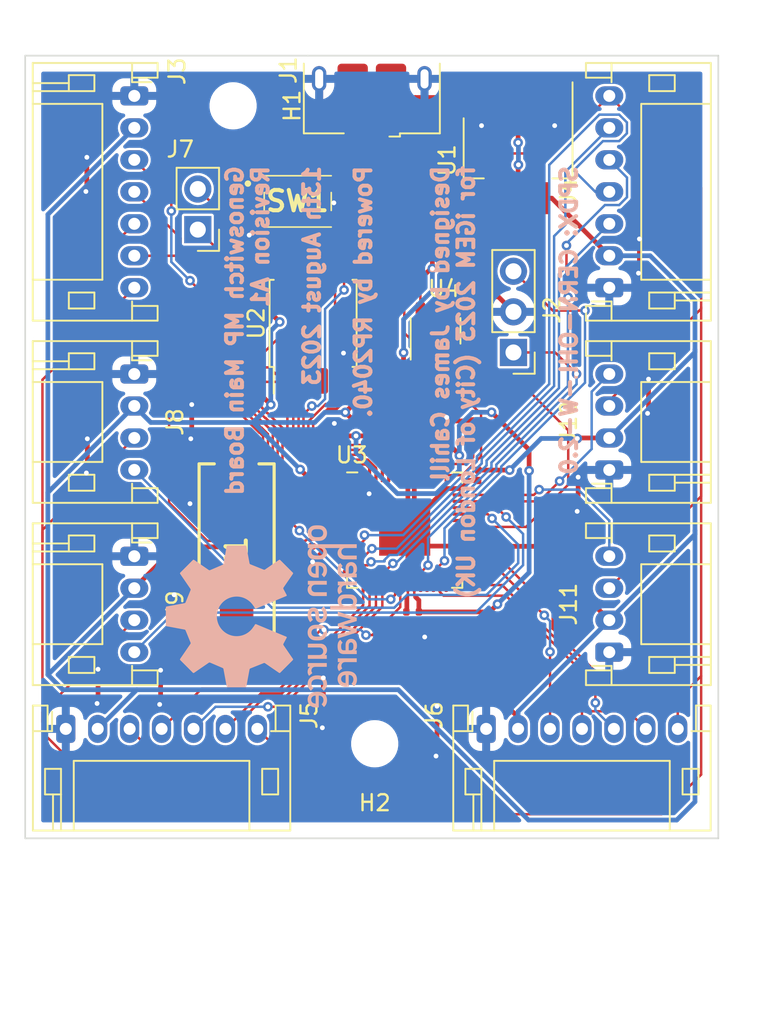
<source format=kicad_pcb>
(kicad_pcb (version 20221018) (generator pcbnew)
  (layers (0 "F.Cu" signal) (31 "B.Cu" signal) (34 "B.Paste" user) (35 "F.Paste" user) (36 "B.SilkS" user "B.Silkscreen") (37 "F.SilkS" user "F.Silkscreen") (38 "B.Mask" user) (39 "F.Mask" user) (44 "Edge.Cuts" user))
  (net 0 "")
  (net 1 "VBUS")
  (net 2 "GND")
  (net 3 "/XIN")
  (net 4 "Net-(C3-Pad2)")
  (net 5 "+3V3")
  (net 6 "+1V1")
  (net 7 "Net-(U3-VREG_IN)")
  (net 8 "/ADC_AVDD")
  (net 9 "Net-(U4-VDD)")
  (net 10 "/USB_D-")
  (net 11 "/USB_D+")
  (net 13 "/SWCLK")
  (net 14 "/SWDIO")
  (net 15 "/GPIO6")
  (net 16 "/GPIO4")
  (net 17 "/GPIO7")
  (net 18 "/GPIO5")
  (net 19 "/ADC_VREF")
  (net 20 "/GPIO10")
  (net 21 "/GPIO8")
  (net 22 "/GPIO11")
  (net 23 "/GPIO9")
  (net 24 "/GPIO14")
  (net 25 "/GPIO12")
  (net 26 "/GPIO15")
  (net 27 "/GPIO13")
  (net 28 "/GPIO18")
  (net 29 "/GPIO16")
  (net 30 "/GPIO19")
  (net 31 "/GPIO17")
  (net 32 "Net-(J7-RX)")
  (net 33 "Net-(J7-TX)")
  (net 34 "/QSPI_SS")
  (net 35 "Net-(SW1-COM_1)")
  (net 36 "/XOUT")
  (net 37 "/QSPI_SD1")
  (net 38 "/QSPI_SD2")
  (net 39 "/QSPI_SD0")
  (net 40 "/QSPI_SCLK")
  (net 41 "/QSPI_SD3")
  (net 49 "/MCP1501_SHDN")
  (net 51 "/GPIO26_ADC0")
  (net 52 "/GPIO27_ADC1")
  (net 53 "/GPIO28_ADC2")
  (net 54 "/GPIO29_ADC3")
  (net 55 "Net-(U3-USB_DP)")
  (net 56 "Net-(U3-USB_DM)")
  (footprint "Package_SO:SOIC-8_5.23x5.23mm_P1.27mm" (layer "F.Cu") (at 103.61 60.98 90)
    (fp_text reference "U2")
    (fp_text value "W25Q128JVS")
  )
  (footprint "Capacitor_SMD:C_0201_0603Metric" (layer "F.Cu") (at 113.64 67.405 90)
    (fp_text reference "C10" hide)
    (fp_text value "1μF")
  )
  (footprint "Capacitor_SMD:C_0201_0603Metric" (layer "F.Cu") (at 95.02 71.61 90)
    (fp_text reference "C2" hide)
    (fp_text value "27pF")
  )
  (footprint "Capacitor_SMD:C_0201_0603Metric" (layer "F.Cu") (at 105.1 68.01 180)
    (fp_text reference "C6" hide)
    (fp_text value "100nF")
  )
  (footprint "Package_TO_SOT_SMD:SOT-23-6" (layer "F.Cu") (at 111.28 61.4475 90)
    (fp_text reference "U4")
    (fp_text value "MCP1501-10xCH")
  )
  (footprint "Resistor_SMD:R_0201_0603Metric" (layer "F.Cu") (at 100.24 63.415 90)
    (fp_text reference "R1" hide)
    (fp_text value "1kΩ")
  )
  (footprint "Capacitor_SMD:C_0201_0603Metric" (layer "F.Cu") (at 113.95 70.49 -90)
    (fp_text reference "C14" hide)
    (fp_text value "100nF")
  )
  (footprint "Capacitor_SMD:C_0201_0603Metric" (layer "F.Cu") (at 106.705 67.16)
    (fp_text reference "C15" hide)
    (fp_text value "100nF")
  )
  (footprint "Capacitor_SMD:C_0201_0603Metric" (layer "F.Cu") (at 103.882 71.247)
    (fp_text reference "C9" hide)
    (fp_text value "100nF")
  )
  (footprint "Package_TO_SOT_SMD:SOT-223-3_TabPin2" (layer "F.Cu") (at 116.45 50 -90)
    (fp_text reference "U1")
    (fp_text value "NCP1117-3.3_SOT223")
  )
  (footprint "Capacitor_SMD:C_0201_0603Metric" (layer "F.Cu") (at 112.32 47.945 -90)
    (fp_text reference "C1" hide)
    (fp_text value "10μF")
  )
  (footprint "Resistor_SMD:R_0201_0603Metric" (layer "F.Cu") (at 109.595 63.98)
    (fp_text reference "R3" hide)
    (fp_text value "200Ω")
  )
  (footprint "Resistor_SMD:R_0201_0603Metric" (layer "F.Cu") (at 110.362 68.065 -90)
    (fp_text reference "R6" hide)
    (fp_text value "27.4")
  )
  (footprint "Connector_PinHeader_2.54mm:PinHeader_1x03_P2.54mm_Vertical" (layer "F.Cu") (at 116.16 62.8 180)
    (fp_text reference "J2")
    (fp_text value "Conn_01x03_Socket-PicoDebug")
  )
  (footprint "Capacitor_SMD:C_0201_0603Metric" (layer "F.Cu") (at 106.7 66.04)
    (fp_text reference "C16" hide)
    (fp_text value "100nF")
  )
  (footprint "Connector_JST:JST_PH_S7B-PH-K_1x07_P2.00mm_Horizontal" (layer "F.Cu") (at 122.162 58.75 90)
    (fp_text reference "J4")
    (fp_text value "HW-SPI1")
  )
  (footprint "Connector_JST:JST_PH_S7B-PH-K_1x07_P2.00mm_Horizontal" (layer "F.Cu") (at 88.12 86.35)
    (fp_text reference "J5")
    (fp_text value "PIO-SPI0")
  )
  (footprint "Capacitor_SMD:C_0201_0603Metric" (layer "F.Cu") (at 94.92 80.445 -90)
    (fp_text reference "C3" hide)
    (fp_text value "27pF")
  )
  (footprint "Connector_JST:JST_PH_S4B-PH-K_1x04_P2.00mm_Horizontal" (layer "F.Cu") (at 92.412 64.15 -90)
    (fp_text reference "J8")
    (fp_text value "RP2040_ADC0")
  )
  (footprint "Capacitor_SMD:C_0201_0603Metric" (layer "F.Cu") (at 111.98 68.085 90)
    (fp_text reference "C8" hide)
    (fp_text value "1μF")
  )
  (footprint "MountingHole:MountingHole_2.7mm_M2.5" (layer "F.Cu") (at 107.47 87.28 180)
    (fp_text reference "H2")
    (fp_text value "M2.5")
  )
  (footprint "Resistor_SMD:R_0201_0603Metric" (layer "F.Cu") (at 111.13 63.98)
    (fp_text reference "R4" hide)
    (fp_text value "1Ω")
  )
  (footprint "Connector_JST:JST_PH_S7B-PH-K_1x07_P2.00mm_Horizontal" (layer "F.Cu") (at 92.412 46.75 -90)
    (fp_text reference "J3")
    (fp_text value "HW-SPI0")
  )
  (footprint "Connector_JST:JST_PH_S4B-PH-K_1x04_P2.00mm_Horizontal" (layer "F.Cu") (at 122.162 70.15 90)
    (fp_text reference "J10")
    (fp_text value "RP2040_ADC2")
  )
  (footprint "Connector_JST:JST_PH_S7B-PH-K_1x07_P2.00mm_Horizontal" (layer "F.Cu") (at 114.45 86.35)
    (fp_text reference "J6")
    (fp_text value "PIO-SPI1")
  )
  (footprint "Capacitor_SMD:C_0201_0603Metric" (layer "F.Cu") (at 111.7 52.855 90)
    (fp_text reference "C4" hide)
    (fp_text value "10μF")
  )
  (footprint "PTS815_SJM_250_SMTR_LFS:PTS815SJM250SMTRLFS" (layer "F.Cu") (at 102.647 53.355)
    (fp_text reference "SW1")
    (fp_text value "PTS815_SJM_250_SMTR_LFS" hide)
  )
  (footprint "Capacitor_SMD:C_0201_0603Metric" (layer "F.Cu") (at 103.865 74.93)
    (fp_text reference "C11" hide)
    (fp_text value "100nF")
  )
  (footprint "Package_DFN_QFN:QFN-56-1EP_7x7mm_P0.4mm_EP3.2x3.2mm" (layer "F.Cu") (at 109.347 73.914)
    (fp_text reference "U3")
    (fp_text value "RP2040")
  )
  (footprint "Capacitor_SMD:C_0201_0603Metric" (layer "F.Cu") (at 110.32 58.54 90)
    (fp_text reference "C18" hide)
    (fp_text value "0.1uF")
  )
  (footprint "Connector_JST:JST_PH_S4B-PH-K_1x04_P2.00mm_Horizontal" (layer "F.Cu") (at 92.412 75.55 -90)
    (fp_text reference "J9")
    (fp_text value "RP2040_ADC1")
  )
  (footprint "Connector_USB:USB_Micro-B_Amphenol_10118193-0001LF_Horizontal" (layer "F.Cu") (at 107.29 45.683 180)
    (fp_text reference "J1")
    (fp_text value "USB_B_Micro")
  )
  (footprint "Capacitor_SMD:C_0201_0603Metric" (layer "F.Cu") (at 99.9 56.66)
    (fp_text reference "C5" hide)
    (fp_text value "100nF")
  )
  (footprint "Capacitor_SMD:C_0201_0603Metric" (layer "F.Cu") (at 114.702 74.93 180)
    (fp_text reference "C13" hide)
    (fp_text value "100nF")
  )
  (footprint "ABLS-12.000MHZ-B4-T:ABLS" (layer "F.Cu") (at 98.82 75.47 90)
    (fp_text reference "Y1")
    (fp_text value "ABLS-12.000MHZ-B4-T" hide)
  )
  (footprint "Capacitor_SMD:C_0201_0603Metric" (layer "F.Cu") (at 109.452 79.355 90)
    (fp_text reference "C12" hide)
    (fp_text value "100nF")
  )
  (footprint "Capacitor_SMD:C_0201_0603Metric" (layer "F.Cu") (at 112.67 63.99)
    (fp_text reference "C17" hide)
    (fp_text value "2.2μF")
  )
  (footprint "MountingHole:MountingHole_2.7mm_M2.5" (layer "F.Cu") (at 98.6 47.37 -90)
    (fp_text reference "H1")
    (fp_text value "M2.5")
  )
  (footprint "Resistor_SMD:R_0201_0603Metric" (layer "F.Cu") (at 103.14 80.79)
    (fp_text reference "R5" hide)
    (fp_text value "1kΩ")
  )
  (footprint "Connector_PinHeader_2.54mm:PinHeader_1x02_P2.54mm_Vertical" (layer "F.Cu") (at 96.39 55.115 180)
    (fp_text reference "J7")
    (fp_text value "SERIAL")
  )
  (footprint "Connector_JST:JST_PH_S4B-PH-K_1x04_P2.00mm_Horizontal" (layer "F.Cu") (at 122.162 81.55 90)
    (fp_text reference "J11")
    (fp_text value "RP2040_ADC3")
  )
  (footprint "Resistor_SMD:R_0201_0603Metric" (layer "F.Cu") (at 111.172 68.08 -90)
    (fp_text reference "R7" hide)
    (fp_text value "27.4")
  )
  (footprint "Capacitor_SMD:C_0201_0603Metric" (layer "F.Cu") (at 110.236 79.354 -90)
    (fp_text reference "C7" hide)
    (fp_text value "100nF")
  )
  (footprint "Resistor_SMD:R_0201_0603Metric" (layer "F.Cu") (at 100.25 64.96 -90)
    (fp_text reference "R2" hide)
    (fp_text value "DNF")
  )
  (gr_poly (pts (xy 94.387081 79.873121) (xy 94.387268 79.87564) (xy 94.387576 79.878145) (xy 94.388002 79.880635) (xy 94.388543 79.883104) (xy 94.389195 79.88555) (xy 94.389956 79.887968) (xy 94.390822 79.890356) (xy 94.391791 79.892708) (xy 94.392859 79.895022) (xy 94.394024 79.897293) (xy 94.395281 79.899518) (xy 94.396629 79.901694) (xy 94.398064 79.903816) (xy 94.399582 79.905881) (xy 94.401181 79.907884) (xy 94.402858 79.909823) (xy 94.40461 79.911694) (xy 94.406433 79.913492) (xy 94.408325 79.915215) (xy 94.410282 79.916858) (xy 94.412301 79.918417) (xy 94.414379 79.919889) (xy 94.416514 79.921271) (xy 94.418701 79.922558) (xy 94.420939 79.923746) (xy 94.423223 79.924833) (xy 94.425551 79.925814) (xy 94.42792 79.926685) (xy 94.430326 79.927443) (xy 94.432766 79.928084) (xy 94.435238 79.928605) (xy 95.559916 80.137957) (xy 95.562408 80.138486) (xy 95.564909 80.139128) (xy 95.569918 80.140737) (xy 95.574912 80.142757) (xy 95.579858 80.145159) (xy 95.584722 80.147915) (xy 95.589473 80.150996) (xy 95.594078 80.154375) (xy 95.598504 80.158023) (xy 95.602718 80.161913) (xy 95.606688 80.166015) (xy 95.61038 80.170302) (xy 95.613764 80.174745) (xy 95.616805 80.179317) (xy 95.619471 80.183988) (xy 95.620653 80.186353) (xy 95.62173 80.188732) (xy 95.622696 80.191122) (xy 95.623548 80.193519) (xy 95.932118 80.947317) (xy 95.93418 80.952) (xy 95.935902 80.956966) (xy 95.937287 80.962172) (xy 95.938339 80.967575) (xy 95.93906 80.973129) (xy 95.939454 80.978792) (xy 95.939523 80.98452) (xy 95.939271 80.99027) (xy 95.938699 80.995997) (xy 95.937813 81.001657) (xy 95.936613 81.007208) (xy 95.935104 81.012605) (xy 95.933289 81.017805) (xy 95.93117 81.022764) (xy 95.92875 81.027439) (xy 95.926033 81.031785) (xy 95.281243 81.971386) (xy 95.279865 81.973503) (xy 95.278593 81.975682) (xy 95.277429 81.977919) (xy 95.276371 81.980209) (xy 95.275419 81.982547) (xy 95.274572 81.984929) (xy 95.273831 81.98735) (xy 95.273194 81.989805) (xy 95.272662 81.992289) (xy 95.272233 81.994797) (xy 95.271686 81.999867) (xy 95.271548 82.004978) (xy 95.271818 82.01009) (xy 95.27249 82.015166) (xy 95.273562 82.020167) (xy 95.27503 82.025055) (xy 95.275911 82.027445) (xy 95.27689 82.029792) (xy 95.277967 82.032092) (xy 95.27914 82.03434) (xy 95.28041 82.03653) (xy 95.281775 82.038659) (xy 95.283236 82.040722) (xy 95.284793 82.042713) (xy 95.286444 82.044628) (xy 95.288189 82.046462) (xy 96.079491 82.837765) (xy 96.081326 82.83951) (xy 96.083241 82.841159) (xy 96.085233 82.842714) (xy 96.087297 82.844173) (xy 96.089427 82.845536) (xy 96.09162 82.846802) (xy 96.096171 82.849045) (xy 96.100913 82.850897) (xy 96.105807 82.852357) (xy 96.110814 82.853421) (xy 96.115896 82.854086) (xy 96.121015 82.85435) (xy 96.126131 82.854209) (xy 96.131207 82.853661) (xy 96.136204 82.852703) (xy 96.141084 82.851332) (xy 96.143467 82.85049) (xy 96.145807 82.849544) (xy 96.148099 82.848494) (xy 96.150337 82.847338) (xy 96.152516 82.846077) (xy 96.154633 82.844709) (xy 97.078029 82.211164) (xy 97.082393 82.20844) (xy 97.087075 82.206021) (xy 97.092032 82.203912) (xy 97.09722 82.202115) (xy 97.102598 82.200632) (xy 97.108123 82.199467) (xy 97.113753 82.198623) (xy 97.119444 82.1981) (xy 97.125155 82.197904) (xy 97.130843 82.198036) (xy 97.136465 82.198499) (xy 97.141978 82.199295) (xy 97.147341 82.200428) (xy 97.152511 82.2019) (xy 97.157445 82.203714) (xy 97.1621 82.205873) (xy 97.93971 82.539182) (xy 97.944485 82.541086) (xy 97.949216 82.543426) (xy 97.953876 82.54617) (xy 97.958435 82.549285) (xy 97.962866 82.552737) (xy 97.96714 82.556494) (xy 97.97123 82.560522) (xy 97.975107 82.564789) (xy 97.978743 82.569261) (xy 97.982109 82.573906) (xy 97.985178 82.57869) (xy 97.987922 82.58358) (xy 97.990311 82.588543) (xy 97.992319 82.593547) (xy 97.993916 82.598558) (xy 97.995075 82.603542) (xy 98.197282 83.690913) (xy 98.197815 83.693379) (xy 98.198467 83.695814) (xy 98.199234 83.698215) (xy 98.200114 83.700578) (xy 98.201103 83.702902) (xy 98.202196 83.705181) (xy 98.203391 83.707415) (xy 98.204683 83.709598) (xy 98.207546 83.713804) (xy 98.210755 83.717773) (xy 98.21428 83.721481) (xy 98.218093 83.724904) (xy 98.222165 83.728015) (xy 98.226465 83.730791) (xy 98.230964 83.733206) (xy 98.233279 83.734271) (xy 98.235633 83.735236) (xy 98.238023 83.736098) (xy 98.240443 83.736855) (xy 98.242892 83.737503) (xy 98.245365 83.738039) (xy 98.247858 83.73846) (xy 98.250368 83.738763) (xy 98.252891 83.738944) (xy 98.255424 83.739001) (xy 99.374545 83.738869) (xy 99.377073 83.738806) (xy 99.379592 83.738618) (xy 99.382099 83.738309) (xy 99.384591 83.737882) (xy 99.387064 83.73734) (xy 99.389513 83.736686) (xy 99.391935 83.735923) (xy 99.394326 83.735055) (xy 99.396683 83.734084) (xy 99.399001 83.733014) (xy 99.401277 83.731848) (xy 99.403508 83.730588) (xy 99.405688 83.729238) (xy 99.407815 83.727802) (xy 99.409885 83.726281) (xy 99.411893 83.724681) (xy 99.413837 83.723002) (xy 99.415711 83.721249) (xy 99.417514 83.719425) (xy 99.41924 83.717533) (xy 99.420886 83.715576) (xy 99.422448 83.713557) (xy 99.423922 83.711479) (xy 99.425305 83.709345) (xy 99.426593 83.707159) (xy 99.427781 83.704924) (xy 99.428867 83.702642) (xy 99.429846 83.700317) (xy 99.430715 83.697952) (xy 99.43147 83.695551) (xy 99.432106 83.693115) (xy 99.432621 83.690649) (xy 99.63 82.63) (xy 99.630512 82.627503) (xy 99.63114 82.625001) (xy 99.631879 82.622497) (xy 99.632728 82.619996) (xy 99.634735 82.615018) (xy 99.637132 82.610097) (xy 99.639891 82.605266) (xy 99.642981 82.600556) (xy 99.646375 82.595999) (xy 99.650043 82.591627) (xy 99.653956 82.587471) (xy 99.658084 82.583562) (xy 99.6624 82.579934) (xy 99.666873 82.576617) (xy 99.671475 82.573642) (xy 99.676176 82.571043) (xy 99.680948 82.56885) (xy 99.683352 82.567916) (xy 99.685762 82.567095) (xy 100.512915 82.23597) (xy 100.51762 82.233921) (xy 100.522603 82.232213) (xy 100.52782 82.230843) (xy 100.533229 82.229806) (xy 100.538786 82.229101) (xy 100.544449 82.228722) (xy 100.550174 82.228667) (xy 100.555918 82.228933) (xy 100.561638 82.229516) (xy 100.567291 82.230412) (xy 100.572833 82.231619) (xy 100.578223 82.233132) (xy 100.583415 82.234949) (xy 100.588368 82.237066) (xy 100.593039 82.23948) (xy 100.597383 82.242187) (xy 101.475337 82.844708) (xy 101.477454 82.846087) (xy 101.479634 82.847359) (xy 101.481873 82.848523) (xy 101.484166 82.849581) (xy 101.486507 82.850533) (xy 101.488893 82.85138) (xy 101.491317 82.852121) (xy 101.493776 82.852758) (xy 101.496265 82.85329) (xy 101.498778 82.853719) (xy 101.50386 82.854266) (xy 101.508982 82.854403) (xy 101.514107 82.854134) (xy 101.519195 82.853462) (xy 101.524208 82.85239) (xy 101.529107 82.850922) (xy 101.531502 82.850041) (xy 101.533854 82.849062) (xy 101.536159 82.847986) (xy 101.53841 82.846812) (xy 101.540605 82.845543) (xy 101.542737 82.844177) (xy 101.544801 82.842716) (xy 101.546794 82.84116) (xy 101.54871 82.839509) (xy 101.550545 82.837764) (xy 102.341847 82.046329) (xy 102.34358 82.044506) (xy 102.34522 82.042601) (xy 102.346766 82.040619) (xy 102.348218 82.038564) (xy 102.349574 82.036441) (xy 102.350836 82.034255) (xy 102.353072 82.029715) (xy 102.354921 82.02498) (xy 102.356381 82.020092) (xy 102.357449 82.015087) (xy 102.358119 82.010006) (xy 102.35839 82.004887) (xy 102.358257 81.999769) (xy 102.357718 81.99469) (xy 102.356767 81.98969) (xy 102.355403 81.984808) (xy 102.354565 81.982423) (xy 102.353622 81.980082) (xy 102.352574 81.977789) (xy 102.35142 81.97555) (xy 102.350159 81.97337) (xy 102.348793 81.971253) (xy 101.756854 81.108778) (xy 101.754155 81.104442) (xy 101.751789 81.099799) (xy 101.749755 81.094889) (xy 101.748056 81.089756) (xy 101.746692 81.084442) (xy 101.745664 81.078989) (xy 101.744972 81.073438) (xy 101.744617 81.067833) (xy 101.7446 81.062216) (xy 101.744922 81.056628) (xy 101.745583 81.051113) (xy 101.746585 81.045712) (xy 101.747928 81.040467) (xy 101.749612 81.035421) (xy 101.751639 81.030617) (xy 101.75401 81.026095) (xy 101.957077 80.645757) (xy 101.958159 80.643483) (xy 101.959109 80.641189) (xy 101.959931 80.638881) (xy 101.960624 80.636562) (xy 101.961192 80.634236) (xy 101.961634 80.631907) (xy 101.961953 80.629579) (xy 101.96215 80.627256) (xy 101.962226 80.624941) (xy 101.962184 80.622639) (xy 101.962023 80.620354) (xy 101.961747 80.61809) (xy 101.961356 80.61585) (xy 101.960851 80.613639) (xy 101.960235 80.611461) (xy 101.959508 80.609319) (xy 101.958673 80.607217) (xy 101.95773 80.60516) (xy 101.956681 80.603152) (xy 101.955527 80.601196) (xy 101.954271 80.599296) (xy 101.952912 80.597456) (xy 101.951454 80.595681) (xy 101.949897 80.593974) (xy 101.948242 80.592339) (xy 101.946492 80.59078) (xy 101.944647 80.589302) (xy 101.942709 80.587907) (xy 101.94068 80.586601) (xy 101.938561 80.585386) (xy 101.936354 80.584268) (xy 101.934059 80.583249) (xy 100.039113 79.79909) (xy 100.036756 79.798183) (xy 100.034363 79.797397) (xy 100.031938 79.796729) (xy 100.029487 79.796178) (xy 100.027014 79.795742) (xy 100.024523 79.795421) (xy 100.022018 79.795213) (xy 100.019505 79.795115) (xy 100.016987 79.795127) (xy 100.01447 79.795247) (xy 100.011958 79.795473) (xy 100.009454 79.795804) (xy 100.006965 79.796239) (xy 100.004494 79.796775) (xy 100.002045 79.797412) (xy 99.999624 79.798147) (xy 99.997234 79.79898) (xy 99.994881 79.799909) (xy 99.992569 79.800932) (xy 99.990302 79.802047) (xy 99.988085 79.803254) (xy 99.985922 79.80455) (xy 99.983818 79.805935) (xy 99.981777 79.807406) (xy 99.979804 79.808962) (xy 99.977903 79.810602) (xy 99.976079 79.812323) (xy 99.974337 79.814125) (xy 99.97268 79.816007) (xy 99.971114 79.817965) (xy 99.969643 79.82) (xy 99.968271 79.822109) (xy 99.909996 79.917293) (xy 99.905633 79.924144) (xy 99.900653 79.931458) (xy 99.895165 79.939098) (xy 99.889276 79.946926) (xy 99.883096 79.954803) (xy 99.876733 79.962592) (xy 99.870296 79.970155) (xy 99.863893 79.977353) (xy 99.820764 80.040363) (xy 99.773936 80.100497) (xy 99.723573 80.157592) (xy 99.669837 80.211482) (xy 99.612893 80.262005) (xy 99.552902 80.308996) (xy 99.490029 80.35229) (xy 99.424436 80.391724) (xy 99.356287 80.427133) (xy 99.285745 80.458354) (xy 99.212972 80.485221) (xy 99.138133 80.507572) (xy 99.061389 80.525242) (xy 98.982905 80.538066) (xy 98.902844 80.545881) (xy 98.821368 80.548522) (xy 98.757678 80.546912) (xy 98.694823 80.542133) (xy 98.632883 80.534262) (xy 98.571934 80.523378) (xy 98.512055 80.509559) (xy 98.453323 80.492882) (xy 98.395816 80.473424) (xy 98.339612 80.451264) (xy 98.284788 80.42648) (xy 98.231423 80.399149) (xy 98.179594 80.369349) (xy 98.129378 80.337157) (xy 98.080854 80.302653) (xy 98.0341 80.265912) (xy 97.989192 80.227014) (xy 97.946209 80.186035) (xy 97.905229 80.143054) (xy 97.86633 80.098148) (xy 97.829588 80.051396) (xy 97.795082 80.002874) (xy 97.76289 79.952661) (xy 97.733089 79.900835) (xy 97.705758 79.847473) (xy 97.680973 79.792652) (xy 97.658813 79.736452) (xy 97.639355 79.678949) (xy 97.622678 79.620221) (xy 97.608858 79.560347) (xy 97.597974 79.499403) (xy 97.590104 79.437468) (xy 97.585324 79.374619) (xy 97.583714 79.310934) (xy 97.585324 79.247249) (xy 97.590104 79.1844) (xy 97.597974 79.122464) (xy 97.608858 79.061519) (xy 97.622678 79.001643) (xy 97.639355 78.942913) (xy 97.658813 78.885408) (xy 97.680973 78.829205) (xy 97.705758 78.774383) (xy 97.733089 78.721018) (xy 97.76289 78.669189) (xy 97.795082 78.618973) (xy 97.829588 78.570448) (xy 97.86633 78.523693) (xy 97.905229 78.478784) (xy 97.946209 78.4358) (xy 97.989192 78.394818) (xy 98.0341 78.355917) (xy 98.080854 78.319173) (xy 98.129378 78.284665) (xy 98.179594 78.252471) (xy 98.231423 78.222668) (xy 98.284788 78.195335) (xy 98.339612 78.170548) (xy 98.395816 78.148386) (xy 98.453323 78.128926) (xy 98.512055 78.112247) (xy 98.571934 78.098426) (xy 98.632883 78.087541) (xy 98.694823 78.07967) (xy 98.757678 78.07489) (xy 98.821368 78.073279) (xy 98.862273 78.073943) (xy 98.902844 78.075922) (xy 98.943062 78.079194) (xy 98.982905 78.083739) (xy 99.022355 78.089536) (xy 99.061389 78.096566) (xy 99.099989 78.104807) (xy 99.138133 78.114239) (xy 99.175801 78.124842) (xy 99.212972 78.136594) (xy 99.249627 78.149475) (xy 99.285745 78.163466) (xy 99.321305 78.178544) (xy 99.356287 78.19469) (xy 99.424437 78.230103) (xy 99.490029 78.269539) (xy 99.552903 78.312835) (xy 99.612893 78.359826) (xy 99.669838 78.410347) (xy 99.723573 78.464235) (xy 99.773936 78.521324) (xy 99.820764 78.58145) (xy 99.863893 78.644449) (xy 99.870296 78.651688) (xy 99.876733 78.659277) (xy 99.883096 78.667081) (xy 99.889276 78.674967) (xy 99.895165 78.6828) (xy 99.900653 78.690446) (xy 99.905633 78.697772) (xy 99.909996 78.704642) (xy 99.968271 78.799826) (xy 99.969643 78.801946) (xy 99.971114 78.803992) (xy 99.97268 78.80596) (xy 99.974337 78.80785) (xy 99.976079 78.809659) (xy 99.977903 78.811388) (xy 99.981777 78.814594) (xy 99.985922 78.817456) (xy 99.990302 78.819963) (xy 99.994881 78.822102) (xy 99.999624 78.823861) (xy 100.004494 78.825229) (xy 100.009454 78.826194) (xy 100.01447 78.826744) (xy 100.019505 78.826866) (xy 100.024523 78.826549) (xy 100.027014 78.826222) (xy 100.029487 78.825781) (xy 100.031938 78.825224) (xy 100.034363 78.82455) (xy 100.036756 78.823757) (xy 100.039113 78.822845) (xy 101.933993 78.03862) (xy 101.936288 78.037601) (xy 101.938496 78.036482) (xy 101.940616 78.035267) (xy 101.942647 78.033959) (xy 101.944586 78.032563) (xy 101.946432 78.031083) (xy 101.948184 78.029522) (xy 101.94984 78.027886) (xy 101.951399 78.026177) (xy 101.95286 78.024399) (xy 101.95422 78.022558) (xy 101.955479 78.020656) (xy 101.956635 78.018698) (xy 101.957686 78.016687) (xy 101.95863 78.014628) (xy 101.959468 78.012525) (xy 101.960196 78.010382) (xy 101.960813 78.008202) (xy 101.961319 78.00599) (xy 101.96171 78.00375) (xy 101.961987 78.001485) (xy 101.962147 77.9992) (xy 101.96219 77.996899) (xy 101.962112 77.994585) (xy 101.961914 77.992263) (xy 101.961593 77.989937) (xy 101.961148 77.98761) (xy 101.960578 77.985287) (xy 101.959881 77.982972) (xy 101.959055 77.980668) (xy 101.958099 77.97838) (xy 101.957012 77.976112) (xy 101.753944 77.595773) (xy 101.751574 77.591263) (xy 101.749549 77.586466) (xy 101.747868 77.581426) (xy 101.746529 77.576185) (xy 101.745531 77.570785) (xy 101.744874 77.56527) (xy 101.744556 77.55968) (xy 101.744576 77.55406) (xy 101.744934 77.548452) (xy 101.745627 77.542898) (xy 101.746656 77.53744) (xy 101.748019 77.532122) (xy 101.749715 77.526985) (xy 101.751742 77.522073) (xy 101.7541 77.517427) (xy 101.756789 77.513091) (xy 102.348727 76.650682) (xy 102.350094 76.648559) (xy 102.351354 76.646374) (xy 102.352508 76.644131) (xy 102.353556 76.641834) (xy 102.3545 76.63949) (xy 102.355338 76.637102) (xy 102.356072 76.634676) (xy 102.356702 76.632216) (xy 102.357228 76.629727) (xy 102.357652 76.627213) (xy 102.358192 76.622133) (xy 102.358324 76.617015) (xy 102.358054 76.611895) (xy 102.357383 76.606814) (xy 102.356316 76.601809) (xy 102.354856 76.596919) (xy 102.353979 76.59453) (xy 102.353006 76.592183) (xy 102.351936 76.589884) (xy 102.35077 76.587638) (xy 102.349509 76.58545) (xy 102.348152 76.583324) (xy 102.346701 76.581265) (xy 102.345155 76.579278) (xy 102.343515 76.577368) (xy 102.341782 76.57554) (xy 101.550479 75.784105) (xy 101.548645 75.782366) (xy 101.546729 75.780721) (xy 101.544736 75.77917) (xy 101.542671 75.777713) (xy 101.540539 75.776352) (xy 101.538345 75.775087) (xy 101.533789 75.772844) (xy 101.529042 75.770989) (xy 101.524143 75.769525) (xy 101.519129 75.768455) (xy 101.514041 75.767784) (xy 101.508917 75.767514) (xy 101.503794 75.767649) (xy 101.498713 75.768192) (xy 101.493711 75.769148) (xy 101.488827 75.770519) (xy 101.486441 75.771362) (xy 101.4841 75.772309) (xy 101.481807 75.773362) (xy 101.479569 75.774522) (xy 101.477388 75.775787) (xy 101.475271 75.77716) (xy 100.597317 76.379616) (xy 100.592973 76.382346) (xy 100.588303 76.384778) (xy 100.58335 76.386909) (xy 100.578157 76.388737) (xy 100.572768 76.390258) (xy 100.567225 76.39147) (xy 100.561572 76.392369) (xy 100.555852 76.392953) (xy 100.550108 76.393218) (xy 100.544384 76.393161) (xy 100.538721 76.39278) (xy 100.533163 76.392071) (xy 100.527755 76.391032) (xy 100.522537 76.389659) (xy 100.517554 76.387949) (xy 100.51285 76.3859) (xy 99.685696 76.054774) (xy 99.683286 76.053958) (xy 99.680882 76.053028) (xy 99.67611 76.050839) (xy 99.671409 76.048239) (xy 99.666807 76.04526) (xy 99.662334 76.041936) (xy 99.658019 76.038297) (xy 99.65389 76.034377) (xy 99.649977 76.030209) (xy 99.646309 76.025824) (xy 99.642916 76.021256) (xy 99.639825 76.016536) (xy 99.637066 76.011697) (xy 99.634669 76.006772) (xy 99.632662 76.001793) (xy 99.631074 75.996793) (xy 99.630447 75.994294) (xy 99.629935 75.991803) (xy 99.432556 74.931155) (xy 99.432041 74.928683) (xy 99.431404 74.926242) (xy 99.43065 74.923836) (xy 99.429781 74.921467) (xy 99.428802 74.919139) (xy 99.427716 74.916855) (xy 99.426527 74.914618) (xy 99.425239 74.91243) (xy 99.423856 74.910296) (xy 99.422382 74.908217) (xy 99.419174 74.904241) (xy 99.415646 74.900526) (xy 99.411827 74.897098) (xy 99.407749 74.89398) (xy 99.403442 74.891198) (xy 99.398935 74.888776) (xy 99.39426 74.886739) (xy 99.391869 74.885872) (xy 99.389447 74.885111) (xy 99.386998 74.884459) (xy 99.384525 74.883918) (xy 99.382034 74.883493) (xy 99.379526 74.883184) (xy 99.377007 74.882997) (xy 99.37448 74.882934) (xy 98.255358 74.882868) (xy 98.252832 74.882931) (xy 98.250314 74.883118) (xy 98.247809 74.883425) (xy 98.245321 74.88385) (xy 98.242852 74.884389) (xy 98.240408 74.88504) (xy 98.237991 74.885799) (xy 98.235606 74.886663) (xy 98.233255 74.88763) (xy 98.230943 74.888696) (xy 98.228673 74.889859) (xy 98.226449 74.891114) (xy 98.224274 74.89246) (xy 98.222153 74.893893) (xy 98.220089 74.895409) (xy 98.218085 74.897007) (xy 98.216146 74.898682) (xy 98.214275 74.900433) (xy 98.212475 74.902255) (xy 98.210751 74.904146) (xy 98.209106 74.906103) (xy 98.207544 74.908122) (xy 98.206068 74.910201) (xy 98.204682 74.912336) (xy 98.20339 74.914525) (xy 98.202196 74.916764) (xy 98.201103 74.919051) (xy 98.200114 74.921382) (xy 98.199234 74.923754) (xy 98.198467 74.926165) (xy 98.197815 74.928611) (xy 98.197282 74.931089) (xy 97.995075 76.018394) (xy 97.994552 76.020893) (xy 97.993916 76.023401) (xy 97.992319 76.02843) (xy 97.990311 76.033448) (xy 97.987922 76.038421) (xy 97.985178 76.043318) (xy 97.982109 76.048106) (xy 97.978743 76.052751) (xy 97.975107 76.057221) (xy 97.97123 76.061484) (xy 97.96714 76.065506) (xy 97.962866 76.069255) (xy 97.958435 76.072697) (xy 97.953876 76.075801) (xy 97.949216 76.078534) (xy 97.944485 76.080862) (xy 97.942102 76.081864) (xy 97.93971 76.082753) (xy 97.1621 76.416129) (xy 97.157445 76.418275) (xy 97.152511 76.420079) (xy 97.147341 76.421543) (xy 97.141978 76.42267) (xy 97.136465 76.423462) (xy 97.130843 76.423922) (xy 97.125155 76.424054) (xy 97.119444 76.423859) (xy 97.113753 76.423342) (xy 97.108123 76.422504) (xy 97.102598 76.421348) (xy 97.09722 76.419877) (xy 97.092032 76.418095) (xy 97.087075 76.416003) (xy 97.082393 76.413605) (xy 97.078029 76.410903) (xy 96.154633 75.777292) (xy 96.152516 75.775914) (xy 96.150337 75.774643) (xy 96.148099 75.773479) (xy 96.145807 75.772422) (xy 96.143467 75.771472) (xy 96.141084 75.770627) (xy 96.138661 75.769887) (xy 96.136204 75.769252) (xy 96.133718 75.768722) (xy 96.131207 75.768295) (xy 96.126131 75.767752) (xy 96.121015 75.767619) (xy 96.115896 75.767891) (xy 96.110814 75.768566) (xy 96.105807 75.76964) (xy 96.100913 75.771108) (xy 96.098521 75.771989) (xy 96.096171 75.772967) (xy 96.093869 75.774042) (xy 96.09162 75.775213) (xy 96.089427 75.77648) (xy 96.087297 75.777843) (xy 96.085233 75.7793) (xy 96.083241 75.780852) (xy 96.081326 75.782498) (xy 96.079491 75.784237) (xy 95.288189 76.575607) (xy 95.286444 76.577435) (xy 95.284793 76.579345) (xy 95.283237 76.581332) (xy 95.281775 76.583391) (xy 95.28041 76.585517) (xy 95.27914 76.587705) (xy 95.27689 76.59225) (xy 95.27503 76.596986) (xy 95.273562 76.601876) (xy 95.27249 76.606881) (xy 95.271818 76.611962) (xy 95.271549 76.617081) (xy 95.271686 76.6222) (xy 95.272234 76.62728) (xy 95.273194 76.632282) (xy 95.274573 76.637169) (xy 95.275419 76.639557) (xy 95.276371 76.641901) (xy 95.277429 76.644197) (xy 95.278594 76.64644) (xy 95.279865 76.648626) (xy 95.281244 76.650749) (xy 95.926033 77.590284) (xy 95.92875 77.594618) (xy 95.93117 77.599282) (xy 95.933289 77.604233) (xy 95.935104 77.609426) (xy 95.936613 77.614817) (xy 95.937813 77.620364) (xy 95.938699 77.626023) (xy 95.939271 77.631749) (xy 95.939523 77.637499) (xy 95.939454 77.643229) (xy 95.939061 77.648896) (xy 95.938339 77.654456) (xy 95.937288 77.659866) (xy 95.935902 77.66508) (xy 95.93418 77.670057) (xy 95.932119 77.674752) (xy 95.623548 78.428616) (xy 95.62173 78.433414) (xy 95.619471 78.438166) (xy 95.616805 78.442843) (xy 95.613764 78.447418) (xy 95.61038 78.451862) (xy 95.606688 78.456149) (xy 95.602718 78.460249) (xy 95.598504 78.464136) (xy 95.594078 78.467781) (xy 95.589473 78.471156) (xy 95.584722 78.474233) (xy 95.579858 78.476985) (xy 95.574912 78.479383) (xy 95.569918 78.4814) (xy 95.564909 78.483008) (xy 95.559916 78.484178) (xy 94.435238 78.693464) (xy 94.432766 78.693984) (xy 94.430326 78.694625) (xy 94.42792 78.695383) (xy 94.425551 78.696255) (xy 94.423223 78.697235) (xy 94.420939 78.698322) (xy 94.418701 78.69951) (xy 94.416514 78.700796) (xy 94.414379 78.702178) (xy 94.412301 78.703649) (xy 94.408325 78.70685) (xy 94.40461 78.710369) (xy 94.401181 78.714176) (xy 94.398064 78.71824) (xy 94.395281 78.722534) (xy 94.392859 78.727025) (xy 94.391791 78.729336) (xy 94.390822 78.731685) (xy 94.389956 78.734068) (xy 94.389195 78.736483) (xy 94.388543 78.738924) (xy 94.388002 78.741389) (xy 94.387576 78.743873) (xy 94.387268 78.746374) (xy 94.387081 78.748886) (xy 94.387018 78.751407) (xy 94.387018 79.870595)) (fill solid) (layer "B.SilkS"))
  (gr_poly (pts (xy 103.26758 77.660883) (xy 103.268832 77.67841) (xy 103.273828 77.713612) (xy 103.282124 77.748724) (xy 103.293697 77.7834) (xy 103.300705 77.800466) (xy 103.308523 77.817293) (xy 103.317149 77.833837) (xy 103.326579 77.850056) (xy 103.336811 77.865906) (xy 103.347841 77.881344) (xy 103.359666 77.896326) (xy 103.372284 77.910809) (xy 103.385692 77.92475) (xy 103.399885 77.938106) (xy 103.414863 77.950832) (xy 103.430621 77.962887) (xy 103.447156 77.974226) (xy 103.464467 77.984806) (xy 103.482548 77.994584) (xy 103.501399 78.003517) (xy 103.521015 78.011561) (xy 103.541393 78.018673) (xy 103.562532 78.02481) (xy 103.584427 78.029928) (xy 103.607076 78.033984) (xy 103.630475 78.036935) (xy 103.654623 78.038737) (xy 103.679515 78.039347) (xy 104.4689 78.039347) (xy 104.4689 77.800428) (xy 103.761603 77.800428) (xy 103.746642 77.800135) (xy 103.732083 77.799264) (xy 103.717933 77.797828) (xy 103.704196 77.795839) (xy 103.690877 77.793309) (xy 103.67798 77.790251) (xy 103.665509 77.786678) (xy 103.65347 77.782601) (xy 103.641868 77.778034) (xy 103.630707 77.772988) (xy 103.619991 77.767476) (xy 103.609725 77.761511) (xy 103.599915 77.755105) (xy 103.590564 77.74827) (xy 103.581678 77.741019) (xy 103.573261 77.733365) (xy 103.565318 77.725319) (xy 103.557853 77.716894) (xy 103.550872 77.708104) (xy 103.544378 77.698959) (xy 103.538377 77.689472) (xy 103.532873 77.679657) (xy 103.527871 77.669525) (xy 103.523376 77.659088) (xy 103.519392 77.64836) (xy 103.515924 77.637353) (xy 103.512976 77.626079) (xy 103.510554 77.61455) (xy 103.508662 77.602779) (xy 103.507305 77.590779) (xy 103.506488 77.578562) (xy 103.506214 77.56614) (xy 103.506488 77.553508) (xy 103.507305 77.541093) (xy 103.508662 77.528908) (xy 103.510554 77.516966) (xy 103.512976 77.505277) (xy 103.515924 77.493854) (xy 103.519392 77.482708) (xy 103.523376 77.471853) (xy 103.527871 77.4613) (xy 103.532873 77.45106) (xy 103.538377 77.441147) (xy 103.544378 77.431571) (xy 103.550871 77.422346) (xy 103.557853 77.413482) (xy 103.565317 77.404993) (xy 103.573261 77.396889) (xy 103.581678 77.389184) (xy 103.590564 77.381888) (xy 103.599914 77.375015) (xy 103.609725 77.368576) (xy 103.61999 77.362582) (xy 103.630706 77.357047) (xy 103.641867 77.351983) (xy 103.65347 77.3474) (xy 103.665508 77.343311) (xy 103.677979 77.339729) (xy 103.690876 77.336664) (xy 103.704196 77.33413) (xy 103.717933 77.332138) (xy 103.732083 77.330701) (xy 103.746641 77.329829) (xy 103.761603 77.329536) (xy 104.4689 77.329536) (xy 104.4689 77.090617) (xy 103.281251 77.090617) (xy 103.281251 77.329536) (xy 103.407722 77.329536) (xy 103.407722 77.334299) (xy 103.390709 77.348721) (xy 103.374791 77.363894) (xy 103.35997 77.379797) (xy 103.346246 77.39641) (xy 103.333618 77.41371) (xy 103.322088 77.431679) (xy 103.311655 77.450293) (xy 103.302319 77.469534) (xy 103.294081 77.489379) (xy 103.28694 77.509807) (xy 103.280898 77.530799) (xy 103.275953 77.552332) (xy 103.272108 77.574386) (xy 103.26936 77.59694) (xy 103.267712 77.619973) (xy 103.267162 77.643464)) (fill solid) (layer "B.SilkS"))
  (gr_poly (pts (xy 105.14369 83.253171) (xy 105.145382 83.277415) (xy 105.148182 83.301382) (xy 105.152076 83.325037) (xy 105.157049 83.348346) (xy 105.163087 83.371273) (xy 105.170173 83.393782) (xy 105.178293 83.41584) (xy 105.187433 83.43741) (xy 105.197576 83.458457) (xy 105.208709 83.478947) (xy 105.220815 83.498844) (xy 105.233881 83.518113) (xy 105.24789 83.536719) (xy 105.262829 83.554627) (xy 105.278681 83.571801) (xy 105.295432 83.588207) (xy 105.313068 83.603809) (xy 105.331572 83.618572) (xy 105.350931 83.632461) (xy 105.371128 83.645441) (xy 105.392149 83.657477) (xy 105.413979 83.668533) (xy 105.436603 83.678575) (xy 105.460006 83.687567) (xy 105.484173 83.695474) (xy 105.509089 83.702261) (xy 105.534739 83.707893) (xy 105.561107 83.712334) (xy 105.58818 83.71555) (xy 105.615941 83.717506) (xy 105.644377 83.718165) (xy 105.841293 83.718165) (xy 105.841293 82.97806) (xy 105.859231 82.978407) (xy 105.876607 82.979441) (xy 105.893419 82.981146) (xy 105.909668 82.98351) (xy 105.925354 82.986519) (xy 105.940475 82.990159) (xy 105.955031 82.994417) (xy 105.969023 82.999278) (xy 105.982448 83.00473) (xy 105.995308 83.010757) (xy 106.007601 83.017348) (xy 106.019326 83.024487) (xy 106.030485 83.032162) (xy 106.041075 83.040359) (xy 106.051097 83.049063) (xy 106.06055 83.058262) (xy 106.069434 83.067941) (xy 106.077748 83.078088) (xy 106.085491 83.088687) (xy 106.092664 83.099726) (xy 106.099266 83.111191) (xy 106.105296 83.123068) (xy 106.110754 83.135343) (xy 106.115639 83.148003) (xy 106.119952 83.161035) (xy 106.123691 83.174423) (xy 106.126856 83.188156) (xy 106.129446 83.202218) (xy 106.131462 83.216597) (xy 106.132902 83.231278) (xy 106.133767 83.246249) (xy 106.134055 83.261495) (xy 106.133565 83.278673) (xy 106.132105 83.295969) (xy 106.129693 83.313331) (xy 106.126345 83.330706) (xy 106.122077 83.348043) (xy 106.116907 83.365291) (xy 106.110851 83.382397) (xy 106.103926 83.399309) (xy 106.096147 83.415977) (xy 106.087533 83.432348) (xy 106.0781 83.448371) (xy 106.067864 83.463994) (xy 106.056842 83.479164) (xy 106.04505 83.493831) (xy 106.032506 83.507943) (xy 106.019226 83.521447) (xy 106.166863 83.694816) (xy 106.19141 83.672447) (xy 106.214125 83.649298) (xy 106.235041 83.625409) (xy 106.254194 83.600822) (xy 106.271618 83.575577) (xy 106.287347 83.549715) (xy 106.301415 83.523277) (xy 106.313856 83.496304) (xy 106.324705 83.468838) (xy 106.333997 83.440919) (xy 106.341765 83.412588) (xy 106.348043 83.383886) (xy 106.352867 83.354855) (xy 106.35627 83.325535) (xy 106.358287 83.295967) (xy 106.358951 83.266192) (xy 106.357516 83.220114) (xy 106.352963 83.173579) (xy 106.344922 83.127059) (xy 106.333023 83.081027) (xy 106.316895 83.035957) (xy 106.307129 83.013931) (xy 106.296168 82.992322) (xy 106.283964 82.971191) (xy 106.270471 82.950597) (xy 106.255643 82.930598) (xy 106.239434 82.911253) (xy 106.221797 82.892623) (xy 106.202686 82.874765) (xy 106.182055 82.85774) (xy 106.159858 82.841607) (xy 106.136047 82.826424) (xy 106.110578 82.81225) (xy 106.083403 82.799146) (xy 106.054476 82.78717) (xy 106.023752 82.776381) (xy 105.991182 82.766839) (xy 105.956723 82.758602) (xy 105.920326 82.75173) (xy 105.881946 82.746283) (xy 105.841537 82.742318) (xy 105.799051 82.739896) (xy 105.754444 82.739076) (xy 105.712092 82.739829) (xy 105.671537 82.742052) (xy 105.644442 82.744595) (xy 105.644442 82.97806) (xy 105.644442 83.479313) (xy 105.627779 83.478382) (xy 105.611612 83.476898) (xy 105.595942 83.474872) (xy 105.580773 83.472315) (xy 105.566107 83.469237) (xy 105.551945 83.46565) (xy 105.53829 83.461564) (xy 105.525144 83.456989) (xy 105.512508 83.451937) (xy 105.500387 83.446418) (xy 105.48878 83.440443) (xy 105.477691 83.434023) (xy 105.467122 83.427168) (xy 105.457075 83.41989) (xy 105.447552 83.412199) (xy 105.438556 83.404105) (xy 105.430087 83.395621) (xy 105.42215 83.386755) (xy 105.414745 83.377519) (xy 105.407875 83.367925) (xy 105.401542 83.357981) (xy 105.395749 83.347701) (xy 105.390497 83.337093) (xy 105.385789 83.326169) (xy 105.381626 83.31494) (xy 105.378012 83.303416) (xy 105.374947 83.291608) (xy 105.372435 83.279527) (xy 105.370477 83.267183) (xy 105.369076 83.254588) (xy 105.368234 83.241752) (xy 105.367953 83.228686) (xy 105.368234 83.215614) (xy 105.369076 83.202759) (xy 105.370477 83.190134) (xy 105.372435 83.177751) (xy 105.374947 83.165622) (xy 105.378012 83.153759) (xy 105.381626 83.142174) (xy 105.385789 83.130878) (xy 105.390497 83.119885) (xy 105.395749 83.109206) (xy 105.401542 83.098853) (xy 105.407875 83.088838) (xy 105.414745 83.079173) (xy 105.42215 83.06987) (xy 105.430087 83.060942) (xy 105.438555 83.0524) (xy 105.447552 83.044256) (xy 105.457075 83.036522) (xy 105.467122 83.02921) (xy 105.477691 83.022333) (xy 105.48878 83.015902) (xy 105.500386 83.00993) (xy 105.512508 83.004427) (xy 105.525143 82.999408) (xy 105.538289 82.994882) (xy 105.551945 82.990864) (xy 105.566107 82.987363) (xy 105.580773 82.984393) (xy 105.595942 82.981966) (xy 105.611612 82.980093) (xy 105.627779 82.978787) (xy 105.644442 82.97806) (xy 105.644442 82.744595) (xy 105.632747 82.745692) (xy 105.595694 82.750697) (xy 105.560349 82.757012) (xy 105.52668 82.764585) (xy 105.49466 82.773362) (xy 105.464258 82.783291) (xy 105.435444 82.794318) (xy 105.40819 82.806389) (xy 105.382465 82.819453) (xy 105.35824 82.833455) (xy 105.335485 82.848342) (xy 105.314171 82.864062) (xy 105.294268 82.88056) (xy 105.275746 82.897784) (xy 105.258576 82.915681) (xy 105.242729 82.934198) (xy 105.228174 82.95328) (xy 105.214882 82.972876) (xy 105.202824 82.992931) (xy 105.191969 83.013394) (xy 105.182289 83.03421) (xy 105.173753 83.055326) (xy 105.166333 83.076689) (xy 105.159997 83.098247) (xy 105.154718 83.119945) (xy 105.150465 83.141731) (xy 105.144919 83.185352) (xy 105.143123 83.228686)) (fill solid) (layer "B.SilkS"))
  (gr_poly (pts (xy 106.344928 78.886808) (xy 106.344928 78.647889) (xy 106.220772 78.647889) (xy 106.235819 78.633431) (xy 106.250223 78.618182) (xy 106.263938 78.602177) (xy 106.276919 78.585451) (xy 106.289121 78.568037) (xy 106.300499 78.549971) (xy 106.311008 78.531286) (xy 106.320602 78.512018) (xy 106.329237 78.492199) (xy 106.336866 78.471866) (xy 106.343446 78.451052) (xy 106.348931 78.429791) (xy 106.353276 78.408118) (xy 106.356435 78.386068) (xy 106.358363 78.363675) (xy 106.359016 78.340972) (xy 106.358825 78.327471) (xy 106.358258 78.314204) (xy 106.357321 78.301169) (xy 106.356023 78.288366) (xy 106.354371 78.275796) (xy 106.352374 78.263456) (xy 106.350038 78.251348) (xy 106.347372 78.239471) (xy 106.344384 78.227823) (xy 106.34108 78.216405) (xy 106.33747 78.205217) (xy 106.33356 78.194257) (xy 106.329358 78.183526) (xy 106.324872 78.173022) (xy 106.315079 78.152697) (xy 106.304243 78.133277) (xy 106.292425 78.114761) (xy 106.279687 78.097143) (xy 106.266092 78.080421) (xy 106.2517 78.06459) (xy 106.236574 78.049648) (xy 106.220776 78.03559) (xy 106.204367 78.022414) (xy 106.188583 78.010653) (xy 106.172638 77.999951) (xy 106.156208 77.990265) (xy 106.138965 77.981554) (xy 106.120583 77.973778) (xy 106.100738 77.966894) (xy 106.079102 77.960862) (xy 106.055349 77.95564) (xy 106.029154 77.951187) (xy 106.000191 77.947461) (xy 105.968133 77.944422) (xy 105.932654 77.942028) (xy 105.850131 77.93901) (xy 105.750012 77.938078) (xy 105.750012 78.176997) (xy 105.784656 78.177183) (xy 105.819029 78.177939) (xy 105.85286 78.17956) (xy 105.885878 78.18234) (xy 105.917812 78.186575) (xy 105.933288 78.189331) (xy 105.948391 78.192561) (xy 105.963088 78.196302) (xy 105.977344 78.200592) (xy 105.991126 78.205466) (xy 106.0044 78.210963) (xy 106.017132 78.217118) (xy 106.029288 78.223969) (xy 106.040834 78.231553) (xy 106.051737 78.239906) (xy 106.061962 78.249066) (xy 106.071475 78.259069) (xy 106.080243 78.269953) (xy 106.088233 78.281753) (xy 106.095409 78.294508) (xy 106.101738 78.308253) (xy 106.107186 78.323026) (xy 106.11172 78.338864) (xy 106.115305 78.355804) (xy 106.117908 78.373882) (xy 106.119495 78.393135) (xy 106.120031 78.4136) (xy 106.119462 78.433856) (xy 106.11778 78.452912) (xy 106.115027 78.470805) (xy 106.111243 78.487572) (xy 106.106467 78.50325) (xy 106.10074 78.517874) (xy 106.094103 78.531482) (xy 106.086596 78.544109) (xy 106.078258 78.555793) (xy 106.069131 78.566569) (xy 106.059254 78.576474) (xy 106.048667 78.585545) (xy 106.037412 78.593817) (xy 106.025528 78.601329) (xy 106.013055 78.608115) (xy 106.000035 78.614212) (xy 105.986506 78.619658) (xy 105.97251 78.624488) (xy 105.943276 78.632447) (xy 105.912654 78.638381) (xy 105.880967 78.642582) (xy 105.848538 78.645341) (xy 105.815687 78.646951) (xy 105.750012 78.647889) (xy 105.717691 78.647703) (xy 105.68509 78.646951) (xy 105.652536 78.645341) (xy 105.620354 78.642582) (xy 105.588872 78.638381) (xy 105.573494 78.635649) (xy 105.558415 78.632447) (xy 105.543673 78.628739) (xy 105.529309 78.624488) (xy 105.515366 78.619658) (xy 105.501883 78.614212) (xy 105.4889 78.608115) (xy 105.47646 78.601329) (xy 105.464603 78.593817) (xy 105.453369 78.585545) (xy 105.442799 78.576474) (xy 105.432934 78.566569) (xy 105.423816 78.555793) (xy 105.415484 78.544109) (xy 105.407979 78.531482) (xy 105.401343 78.517874) (xy 105.395615 78.50325) (xy 105.390838 78.487572) (xy 105.387051 78.470805) (xy 105.384296 78.452912) (xy 105.382613 78.433856) (xy 105.382043 78.4136) (xy 105.382579 78.393135) (xy 105.384167 78.373882) (xy 105.38677 78.355804) (xy 105.390355 78.338864) (xy 105.394888 78.323026) (xy 105.400334 78.308253) (xy 105.406658 78.294508) (xy 105.413828 78.281753) (xy 105.421807 78.269953) (xy 105.430563 78.259069) (xy 105.44006 78.249066) (xy 105.450264 78.239906) (xy 105.461141 78.231553) (xy 105.472657 78.223969) (xy 105.484777 78.217118) (xy 105.497467 78.210963) (xy 105.510693 78.205466) (xy 105.52442 78.200592) (xy 105.55324 78.192561) (xy 105.583654 78.186575) (xy 105.615386 78.18234) (xy 105.648163 78.17956) (xy 105.681709 78.177939) (xy 105.750012 78.176997) (xy 105.750012 77.938078) (xy 105.697951 77.938304) (xy 105.650571 77.93901) (xy 105.607547 77.940238) (xy 105.568557 77.942028) (xy 105.533279 77.944422) (xy 105.50139 77.947461) (xy 105.472566 77.951187) (xy 105.446485 77.95564) (xy 105.422824 77.960862) (xy 105.4118 77.963774) (xy 105.401261 77.966894) (xy 105.391164 77.970227) (xy 105.381471 77.973778) (xy 105.372141 77.977552) (xy 105.363133 77.981554) (xy 105.345924 77.990265) (xy 105.32952 77.999951) (xy 105.3136 78.010653) (xy 105.297839 78.022414) (xy 105.281408 78.03559) (xy 105.265594 78.049648) (xy 105.250457 78.06459) (xy 105.236059 78.080421) (xy 105.222461 78.097143) (xy 105.209724 78.114761) (xy 105.197909 78.133277) (xy 105.187078 78.152697) (xy 105.177292 78.173022) (xy 105.168612 78.194257) (xy 105.161099 78.216405) (xy 105.154815 78.239471) (xy 105.149821 78.263456) (xy 105.146178 78.288366) (xy 105.143947 78.314204) (xy 105.14319 78.340972) (xy 105.143842 78.36352) (xy 105.145771 78.38549) (xy 105.148935 78.406911) (xy 105.153293 78.42781) (xy 105.158804 78.448214) (xy 105.165427 78.468151) (xy 105.173121 78.487648) (xy 105.181845 78.506734) (xy 105.191556 78.525435) (xy 105.202215 78.543779) (xy 105.213779 78.561794) (xy 105.226209 78.579507) (xy 105.239462 78.596945) (xy 105.253497 78.614137) (xy 105.268274 78.631109) (xy 105.28375 78.647889) (xy 104.676928 78.647889) (xy 104.676928 78.886808)) (fill solid) (layer "B.SilkS"))
  (gr_poly (pts (xy 103.267393 80.342353) (xy 103.268075 80.359057) (xy 103.269192 80.375332) (xy 103.270729 80.391184) (xy 103.272669 80.406619) (xy 103.274996 80.421641) (xy 103.277696 80.436258) (xy 103.280751 80.450474) (xy 103.284146 80.464294) (xy 103.287865 80.477726) (xy 103.291892 80.490773) (xy 103.296211 80.503443) (xy 103.300807 80.515739) (xy 103.305663 80.527669) (xy 103.310764 80.539238) (xy 103.316093 80.55045) (xy 103.327374 80.57183) (xy 103.33938 80.591855) (xy 103.351982 80.610568) (xy 103.365053 80.628015) (xy 103.378468 80.644242) (xy 103.392098 80.659291) (xy 103.405816 80.673209) (xy 103.419495 80.686041) (xy 103.438395 80.702541) (xy 103.457473 80.717801) (xy 103.476961 80.731846) (xy 103.497095 80.744701) (xy 103.518107 80.756388) (xy 103.54023 80.766932) (xy 103.563699 80.776358) (xy 103.588746 80.784689) (xy 103.615606 80.791949) (xy 103.644511 80.798164) (xy 103.675696 80.803355) (xy 103.709394 80.807549) (xy 103.745838 80.810769) (xy 103.785262 80.813039) (xy 103.8279 80.814384) (xy 103.873984 80.814827) (xy 103.920454 80.814384) (xy 103.963432 80.813039) (xy 104.003154 80.810769) (xy 104.039856 80.807549) (xy 104.073776 80.803355) (xy 104.105148 80.798164) (xy 104.13421 80.791949) (xy 104.161198 80.784689) (xy 104.186348 80.776358) (xy 104.209896 80.766932) (xy 104.232079 80.756388) (xy 104.253134 80.744701) (xy 104.273295 80.731846) (xy 104.2928 80.717801) (xy 104.311886 80.702541) (xy 104.330787 80.686041) (xy 104.344465 80.673209) (xy 104.358179 80.659291) (xy 104.371803 80.644241) (xy 104.385208 80.628015) (xy 104.39827 80.610568) (xy 104.410861 80.591855) (xy 104.422854 80.57183) (xy 104.434123 80.55045) (xy 104.444541 80.527669) (xy 104.453981 80.503443) (xy 104.462316 80.477726) (xy 104.46942 80.450474) (xy 104.475166 80.421641) (xy 104.479427 80.391184) (xy 104.482077 80.359057) (xy 104.482988 80.325215) (xy 104.482758 80.308089) (xy 104.482077 80.291396) (xy 104.480961 80.275132) (xy 104.479427 80.25929) (xy 104.47749 80.243864) (xy 104.475166 80.22885) (xy 104.472471 80.214241) (xy 104.46942 80.200033) (xy 104.46603 80.186219) (xy 104.462316 80.172793) (xy 104.458294 80.159752) (xy 104.453981 80.147087) (xy 104.449391 80.134795) (xy 104.444541 80.12287) (xy 104.439446 80.111305) (xy 104.434123 80.100096) (xy 104.422855 80.078721) (xy 104.410861 80.058701) (xy 104.39827 80.03999) (xy 104.385209 80.022545) (xy 104.371803 80.00632) (xy 104.35818 79.991271) (xy 104.344465 79.977353) (xy 104.330787 79.964521) (xy 104.311886 79.94802) (xy 104.292803 79.932755) (xy 104.2733 79.918704) (xy 104.253142 79.905841) (xy 104.232092 79.894144) (xy 104.209913 79.883588) (xy 104.186369 79.874151) (xy 104.161222 79.865808) (xy 104.134237 79.858535) (xy 104.105177 79.852309) (xy 104.073805 79.847105) (xy 104.039884 79.842901) (xy 104.003178 79.839673) (xy 103.963451 79.837397) (xy 103.920465 79.836048) (xy 103.873984 79.835604) (xy 103.873984 80.074588) (xy 103.905042 80.074757) (xy 103.933342 80.07528) (xy 103.959095 80.076182) (xy 103.982509 80.077486) (xy 104.003794 80.079216) (xy 104.023161 80.081397) (xy 104.040819 80.084052) (xy 104.056976 80.087205) (xy 104.071845 80.090881) (xy 104.085633 80.095103) (xy 104.09855 80.099896) (xy 104.110807 80.105284) (xy 104.122612 80.11129) (xy 104.134176 80.117938) (xy 104.145709 80.125253) (xy 104.157419 80.133259) (xy 104.166514 80.140282) (xy 104.175294 80.148195) (xy 104.183721 80.15695) (xy 104.191758 80.166499) (xy 104.199368 80.176792) (xy 104.206513 80.187781) (xy 104.213155 80.199416) (xy 104.219258 80.211651) (xy 104.224782 80.224434) (xy 104.229692 80.237719) (xy 104.23395 80.251455) (xy 104.237517 80.265595) (xy 104.240357 80.28009) (xy 104.242432 80.294891) (xy 104.243704 80.309948) (xy 104.244137 80.325214) (xy 104.243703 80.340502) (xy 104.242429 80.355576) (xy 104.240351 80.370389) (xy 104.237507 80.384891) (xy 104.233936 80.399036) (xy 104.229675 80.412775) (xy 104.224761 80.426061) (xy 104.219232 80.438845) (xy 104.213127 80.451079) (xy 104.206484 80.462716) (xy 104.199339 80.473707) (xy 104.19173 80.484005) (xy 104.183696 80.493561) (xy 104.175275 80.502328) (xy 104.166503 80.510258) (xy 104.161998 80.513894) (xy 104.157419 80.517302) (xy 104.145709 80.525306) (xy 104.134181 80.532617) (xy 104.122628 80.539259) (xy 104.110843 80.545257) (xy 104.098621 80.550634) (xy 104.085755 80.555416) (xy 104.072038 80.559627) (xy 104.057266 80.56329) (xy 104.041231 80.566431) (xy 104.023726 80.569074) (xy 104.004547 80.571244) (xy 103.983486 80.572964) (xy 103.960337 80.57426) (xy 103.934894 80.575155) (xy 103.8763 80.575841) (xy 103.84524 80.575674) (xy 103.816936 80.575155) (xy 103.791178 80.57426) (xy 103.767756 80.572964) (xy 103.746463 80.571244) (xy 103.727087 80.569074) (xy 103.709422 80.566431) (xy 103.693257 80.56329) (xy 103.678384 80.559627) (xy 103.664592 80.555416) (xy 103.651674 80.550634) (xy 103.63942 80.545257) (xy 103.627621 80.539259) (xy 103.616068 80.532617) (xy 103.604552 80.525306) (xy 103.592864 80.517302) (xy 103.583769 80.510258) (xy 103.574989 80.502328) (xy 103.566562 80.493561) (xy 103.558525 80.484005) (xy 103.550915 80.473707) (xy 103.54377 80.462716) (xy 103.537128 80.451079) (xy 103.531025 80.438845) (xy 103.525501 80.426061) (xy 103.520591 80.412775) (xy 103.516333 80.399036) (xy 103.512766 80.384891) (xy 103.509926 80.370389) (xy 103.507851 80.355576) (xy 103.506579 80.340502) (xy 103.506146 80.325214) (xy 103.506579 80.309948) (xy 103.507854 80.294891) (xy 103.509932 80.28009) (xy 103.512775 80.265595) (xy 103.516347 80.251455) (xy 103.520608 80.237719) (xy 103.525522 80.224434) (xy 103.53105 80.211651) (xy 103.537155 80.199416) (xy 103.543799 80.187781) (xy 103.550944 80.176792) (xy 103.558553 80.166499) (xy 103.566587 80.15695) (xy 103.575008 80.148195) (xy 103.58378 80.140282) (xy 103.588285 80.136656) (xy 103.592864 80.133259) (xy 103.604552 80.125253) (xy 103.616064 80.117938) (xy 103.627606 80.11129) (xy 103.639384 80.105284) (xy 103.651604 80.099896) (xy 103.66447 80.095103) (xy 103.67819 80.090881) (xy 103.692968 80.087205) (xy 103.70901 80.084052) (xy 103.726522 80.081397) (xy 103.74571 80.079216) (xy 103.766779 80.077486) (xy 103.789936 80.076182) (xy 103.815385 80.07528) (xy 103.873984 80.074588) (xy 103.873984 79.835604) (xy 103.8279 79.836048) (xy 103.785265 79.837397) (xy 103.745844 79.839673) (xy 103.709403 79.842901) (xy 103.67571 79.847105) (xy 103.644529 79.852309) (xy 103.615627 79.858535) (xy 103.588771 79.865808) (xy 103.563726 79.874151) (xy 103.540259 79.883588) (xy 103.518136 79.894144) (xy 103.497123 79.905841) (xy 103.476986 79.918704) (xy 103.457492 79.932755) (xy 103.438406 79.94802) (xy 103.419495 79.964521) (xy 103.405816 79.977353) (xy 103.392098 79.991271) (xy 103.378468 80.00632) (xy 103.365054 80.022545) (xy 103.351982 80.03999) (xy 103.33938 80.058701) (xy 103.327375 80.078721) (xy 103.316094 80.100096) (xy 103.305663 80.12287) (xy 103.296212 80.147088) (xy 103.287865 80.172794) (xy 103.280751 80.200033) (xy 103.274997 80.22885) (xy 103.270729 80.25929) (xy 103.268075 80.291396) (xy 103.267162 80.325215)) (fill solid) (layer "B.SilkS"))
  (gr_poly (pts (xy 103.988681 81.257673) (xy 104.003631 81.257966) (xy 104.018179 81.258838) (xy 104.03232 81.260275) (xy 104.046049 81.262267) (xy 104.059363 81.264801) (xy 104.072255 81.267865) (xy 104.084721 81.271447) (xy 104.096757 81.275536) (xy 104.108358 81.280118) (xy 104.119518 81.285182) (xy 104.130234 81.290717) (xy 104.1405 81.296709) (xy 104.150311 81.303148) (xy 104.159664 81.31002) (xy 104.168552 81.317314) (xy 104.176972 81.325018) (xy 104.184919 81.33312) (xy 104.192387 81.341607) (xy 104.199372 81.350469) (xy 104.20587 81.359692) (xy 104.211875 81.369265) (xy 104.217383 81.379176) (xy 104.222389 81.389412) (xy 104.226889 81.399962) (xy 104.230876 81.410814) (xy 104.234348 81.421955) (xy 104.237298 81.433374) (xy 104.239723 81.445058) (xy 104.241617 81.456996) (xy 104.242976 81.469176) (xy 104.243795 81.481584) (xy 104.244069 81.494211) (xy 104.243795 81.506639) (xy 104.242976 81.518862) (xy 104.241617 81.530867) (xy 104.239723 81.542643) (xy 104.237298 81.554176) (xy 104.234348 81.565454) (xy 104.230876 81.576465) (xy 104.226889 81.587197) (xy 104.222389 81.597637) (xy 104.217383 81.607772) (xy 104.211875 81.61759) (xy 104.20587 81.627079) (xy 104.199372 81.636226) (xy 104.192387 81.645019) (xy 104.184919 81.653446) (xy 104.176972 81.661493) (xy 104.168552 81.669149) (xy 104.159664 81.676401) (xy 104.150311 81.683237) (xy 104.1405 81.689644) (xy 104.130234 81.69561) (xy 104.119518 81.701123) (xy 104.108358 81.706169) (xy 104.096757 81.710737) (xy 104.084721 81.714814) (xy 104.072255 81.718388) (xy 104.059363 81.721446) (xy 104.046049 81.723976) (xy 104.03232 81.725965) (xy 104.018179 81.727401) (xy 104.003631 81.728272) (xy 103.988681 81.728565) (xy 103.28125 81.728565) (xy 103.28125 81.967418) (xy 104.469031 81.967418) (xy 104.469031 81.728565) (xy 104.342428 81.728565) (xy 104.342428 81.723935) (xy 104.359442 81.709501) (xy 104.375359 81.69432) (xy 104.39018 81.678416) (xy 104.403904 81.661814) (xy 104.416532 81.644538) (xy 104.428062 81.626613) (xy 104.438495 81.608064) (xy 104.447831 81.588915) (xy 104.456069 81.569191) (xy 104.463209 81.548916) (xy 104.469252 81.528115) (xy 104.474196 81.506814) (xy 104.478042 81.485035) (xy 104.480789 81.462804) (xy 104.482438 81.440146) (xy 104.482987 81.417085) (xy 104.482569 81.399455) (xy 104.481317 81.381731) (xy 104.476322 81.34617) (xy 104.468027 81.310745) (xy 104.462649 81.293191) (xy 104.456455 81.2758) (xy 104.449447 81.258615) (xy 104.44163 81.241678) (xy 104.433006 81.225033) (xy 104.423577 81.208722) (xy 104.413348 81.192788) (xy 104.40232 81.177275) (xy 104.390497 81.162225) (xy 104.377882 81.147681) (xy 104.364478 81.133686) (xy 104.350288 81.120283) (xy 104.335315 81.107514) (xy 104.319561 81.095424) (xy 104.303031 81.084054) (xy 104.285726 81.073448) (xy 104.267651 81.063648) (xy 104.248807 81.054697) (xy 104.229198 81.046639) (xy 104.208827 81.039516) (xy 104.187698 81.033371) (xy 104.165812 81.028247) (xy 104.143173 81.024187) (xy 104.119784 81.021234) (xy 104.095647 81.019431) (xy 104.070767 81.01882) (xy 104.070767 81.018821) (xy 103.28125 81.018821) (xy 103.28125 81.257673)) (fill solid) (layer "B.SilkS"))
  (gr_poly (pts (xy 105.144367 81.230507) (xy 105.147991 81.282004) (xy 105.154203 81.331041) (xy 105.158324 81.354585) (xy 105.163144 81.377454) (xy 105.168681 81.399627) (xy 105.174953 81.421084) (xy 105.181977 81.441804) (xy 105.189771 81.461767) (xy 105.198353 81.480953) (xy 105.20774 81.499343) (xy 105.217949 81.516915) (xy 105.228998 81.533649) (xy 105.240905 81.549526) (xy 105.253688 81.564525) (xy 105.267363 81.578626) (xy 105.281948 81.591809) (xy 105.297462 81.604053) (xy 105.313921 81.615338) (xy 105.331343 81.625644) (xy 105.349745 81.634952) (xy 105.369146 81.64324) (xy 105.389563 81.650488) (xy 105.411013 81.656677) (xy 105.433514 81.661786) (xy 105.457083 81.665794) (xy 105.481738 81.668683) (xy 105.507497 81.670431) (xy 105.534377 81.671018) (xy 106.344928 81.671018) (xy 106.344928 81.431967) (xy 106.239491 81.431967) (xy 106.239491 81.427337) (xy 106.254361 81.417713) (xy 106.268196 81.40725) (xy 106.281004 81.39588) (xy 106.292798 81.383535) (xy 106.303588 81.370145) (xy 106.313384 81.355644) (xy 106.322197 81.339963) (xy 106.330037 81.323033) (xy 106.336916 81.304786) (xy 106.342843 81.285153) (xy 106.347829 81.264067) (xy 106.351885 81.24146) (xy 106.355021 81.217261) (xy 106.357248 81.191405) (xy 106.358577 81.163821) (xy 106.359017 81.134443) (xy 106.358561 81.10995) (xy 106.357204 81.086109) (xy 106.354967 81.06293) (xy 106.35187 81.040421) (xy 106.347932 81.018589) (xy 106.343173 80.997443) (xy 106.337612 80.97699) (xy 106.33127 80.95724) (xy 106.324166 80.9382) (xy 106.31632 80.919878) (xy 106.307752 80.902283) (xy 106.29848 80.885423) (xy 106.288526 80.869305) (xy 106.277909 80.853939) (xy 106.266648 80.839332) (xy 106.254763 80.825492) (xy 106.242275 80.812427) (xy 106.229202 80.800147) (xy 106.215564 80.788658) (xy 106.201382 80.777969) (xy 106.186674 80.768089) (xy 106.171462 80.759025) (xy 106.155763 80.750785) (xy 106.139599 80.743378) (xy 106.122988 80.736812) (xy 106.105951 80.731095) (xy 106.088507 80.726235) (xy 106.070676 80.72224) (xy 106.052478 80.719119) (xy 106.033932 80.716879) (xy 106.015059 80.71553) (xy 105.995877 80.715078) (xy 105.984168 80.715332) (xy 105.984168 80.940106) (xy 105.998964 80.940856) (xy 106.013455 80.943142) (xy 106.027549 80.947013) (xy 106.041158 80.952522) (xy 106.047752 80.955906) (xy 106.054192 80.959719) (xy 106.060466 80.963967) (xy 106.066562 80.968657) (xy 106.07247 80.973794) (xy 106.078178 80.979385) (xy 106.083676 80.985437) (xy 106.088952 80.991956) (xy 106.093994 80.998948) (xy 106.098792 81.006421) (xy 106.103335 81.014379) (xy 106.107611 81.02283) (xy 106.111609 81.03178) (xy 106.115318 81.041236) (xy 106.118727 81.051204) (xy 106.121825 81.061689) (xy 106.127042 81.084241) (xy 106.130878 81.108943) (xy 106.133246 81.135846) (xy 106.134055 81.165002) (xy 106.133773 81.200811) (xy 106.132789 81.233639) (xy 106.130893 81.263578) (xy 106.127875 81.29072) (xy 106.12588 81.303272) (xy 106.123526 81.315159) (xy 106.120787 81.326394) (xy 106.117636 81.336987) (xy 106.114047 81.346951) (xy 106.109995 81.356296) (xy 106.105453 81.365035) (xy 106.100395 81.37318) (xy 106.094794 81.380741) (xy 106.088624 81.38773) (xy 106.08186 81.394159) (xy 106.074475 81.40004) (xy 106.066442 81.405383) (xy 106.057736 81.410201) (xy 106.048331 81.414506) (xy 106.038199 81.418308) (xy 106.027316 81.421619) (xy 106.015655 81.424452) (xy 106.003189 81.426816) (xy 105.989893 81.428725) (xy 105.975739 81.43019) (xy 105.960703 81.431222) (xy 105.944758 81.431832) (xy 105.927877 81.432033) (xy 105.927877 81.432032) (xy 105.841161 81.432032) (xy 105.841161 81.146282) (xy 105.841325 81.133324) (xy 105.841814 81.120803) (xy 105.842623 81.108718) (xy 105.843749 81.097067) (xy 105.845185 81.085848) (xy 105.846927 81.07506) (xy 105.848971 81.064701) (xy 105.851311 81.054769) (xy 105.853943 81.045262) (xy 105.856862 81.036179) (xy 105.860064 81.027518) (xy 105.863544 81.019277) (xy 105.867297 81.011455) (xy 105.871317 81.00405) (xy 105.875602 80.997061) (xy 105.880145 80.990484) (xy 105.884942 80.98432) (xy 105.889989 80.978565) (xy 105.89528 80.973219) (xy 105.900811 80.96828) (xy 105.906577 80.963745) (xy 105.912574 80.959614) (xy 105.918796 80.955885) (xy 105.925239 80.952555) (xy 105.931898 80.949623) (xy 105.938769 80.947088) (xy 105.945846 80.944947) (xy 105.953126 80.9432) (xy 105.960602 80.941844) (xy 105.968271 80.940877) (xy 105.976128 80.940298) (xy 105.984168 80.940106) (xy 105.984168 80.715332) (xy 105.978178 80.715462) (xy 105.960668 80.716615) (xy 105.94337 80.718534) (xy 105.92631 80.721218) (xy 105.909512 80.724667) (xy 105.893 80.728877) (xy 105.876799 80.73385) (xy 105.860933 80.739582) (xy 105.845427 80.746073) (xy 105.830306 80.75332) (xy 105.815593 80.761324) (xy 105.801314 80.770083) (xy 105.787493 80.779594) (xy 105.774153 80.789858) (xy 105.761321 80.800872) (xy 105.74902 80.812635) (xy 105.737275 80.825146) (xy 105.72611 80.838403) (xy 105.71555 80.852406) (xy 105.705619 80.867152) (xy 105.696342 80.882641) (xy 105.687743 80.898871) (xy 105.679846 80.91584) (xy 105.672677 80.933548) (xy 105.66626 80.951993) (xy 105.660619 80.971174) (xy 105.655778 80.991089) (xy 105.651763 81.011738) (xy 105.648597 81.033118) (xy 105.646306 81.055228) (xy 105.644913 81.078067) (xy 105.644443 81.101634) (xy 105.644443 81.431967) (xy 105.520288 81.431967) (xy 105.500058 81.431109) (xy 105.490564 81.430031) (xy 105.481477 81.428512) (xy 105.472791 81.426549) (xy 105.464499 81.424137) (xy 105.456596 81.421271) (xy 105.449075 81.417946) (xy 105.441932 81.414158) (xy 105.435159 81.409902) (xy 105.428751 81.405173) (xy 105.422703 81.399966) (xy 105.417007 81.394278) (xy 105.411658 81.388102) (xy 105.406651 81.381435) (xy 105.401978 81.374271) (xy 105.397635 81.366606) (xy 105.393615 81.358436) (xy 105.386522 81.340558) (xy 105.38065 81.3206) (xy 105.375953 81.298524) (xy 105.372382 81.274292) (xy 105.36989 81.247867) (xy 105.36843 81.219211) (xy 105.367954 81.188286) (xy 105.368235 81.165764) (xy 105.369099 81.14471) (xy 105.370575 81.12505) (xy 105.372695 81.106713) (xy 105.374006 81.098018) (xy 105.375489 81.089627) (xy 105.377148 81.08153) (xy 105.378987 81.073718) (xy 105.38101 81.066183) (xy 105.383221 81.058915) (xy 105.385623 81.051906) (xy 105.38822 81.045146) (xy 105.391016 81.038626) (xy 105.394015 81.032338) (xy 105.39722 81.026272) (xy 105.400636 81.020418) (xy 105.404267 81.01477) (xy 105.408115 81.009316) (xy 105.412186 81.004048) (xy 105.416482 80.998957) (xy 105.421007 80.994035) (xy 105.425766 80.989271) (xy 105.430762 80.984658) (xy 105.436 80.980185) (xy 105.441482 80.975844) (xy 105.447212 80.971626) (xy 105.453195 80.967521) (xy 105.459434 80.963522) (xy 105.316559 80.776065) (xy 105.293748 80.793662) (xy 105.27276 80.812206) (xy 105.253547 80.831706) (xy 105.236059 80.852171) (xy 105.220249 80.873613) (xy 105.206068 80.896041) (xy 105.193467 80.919464) (xy 105.182398 80.943893) (xy 105.172813 80.969337) (xy 105.164663 80.995807) (xy 105.1579 81.023312) (xy 105.152475 81.051861) (xy 105.14834 81.081466) (xy 105.145447 81.112136) (xy 105.143746 81.143881) (xy 105.14319 81.17671)) (fill solid) (layer "B.SilkS"))
  (gr_poly (pts (xy 103.267393 74.12126) (xy 103.268075 74.137953) (xy 103.269192 74.154218) (xy 103.270729 74.170062) (xy 103.272669 74.185488) (xy 103.274996 74.200504) (xy 103.277696 74.215115) (xy 103.280751 74.229326) (xy 103.284146 74.243142) (xy 103.287865 74.25657) (xy 103.291892 74.269615) (xy 103.296211 74.282282) (xy 103.300807 74.294577) (xy 103.305663 74.306506) (xy 103.310764 74.318073) (xy 103.316093 74.329286) (xy 103.327374 74.350666) (xy 103.33938 74.370693) (xy 103.351982 74.389409) (xy 103.365053 74.406859) (xy 103.378468 74.423088) (xy 103.392098 74.438141) (xy 103.405816 74.452061) (xy 103.419495 74.464893) (xy 103.438395 74.481393) (xy 103.457473 74.496656) (xy 103.476961 74.510705) (xy 103.497095 74.523563) (xy 103.518107 74.535255) (xy 103.54023 74.545805) (xy 103.563699 74.555237) (xy 103.588746 74.563574) (xy 103.615606 74.570841) (xy 103.644511 74.577061) (xy 103.675696 74.582259) (xy 103.709394 74.586457) (xy 103.745838 74.589682) (xy 103.785262 74.591955) (xy 103.8279 74.593301) (xy 103.873984 74.593745) (xy 103.920454 74.593301) (xy 103.963432 74.591955) (xy 104.003154 74.589682) (xy 104.039856 74.586457) (xy 104.073776 74.582259) (xy 104.105148 74.577061) (xy 104.13421 74.570841) (xy 104.161198 74.563574) (xy 104.186348 74.555237) (xy 104.209896 74.545805) (xy 104.232079 74.535255) (xy 104.253134 74.523563) (xy 104.273295 74.510705) (xy 104.2928 74.496656) (xy 104.311886 74.481393) (xy 104.330787 74.464893) (xy 104.344465 74.452061) (xy 104.358179 74.438141) (xy 104.371803 74.423088) (xy 104.385208 74.406859) (xy 104.39827 74.389409) (xy 104.410861 74.370693) (xy 104.422854 74.350666) (xy 104.434123 74.329286) (xy 104.444541 74.306506) (xy 104.453981 74.282282) (xy 104.462316 74.25657) (xy 104.46942 74.229326) (xy 104.475166 74.200504) (xy 104.479427 74.170062) (xy 104.482077 74.137953) (xy 104.482988 74.104133) (xy 104.482758 74.087001) (xy 104.482077 74.070302) (xy 104.480961 74.054032) (xy 104.479427 74.038183) (xy 104.47749 74.022752) (xy 104.475166 74.007732) (xy 104.472471 73.993117) (xy 104.46942 73.978903) (xy 104.46603 73.965083) (xy 104.462316 73.951652) (xy 104.458294 73.938605) (xy 104.453981 73.925935) (xy 104.449391 73.913638) (xy 104.444541 73.901707) (xy 104.439446 73.890137) (xy 104.434123 73.878923) (xy 104.422855 73.85754) (xy 104.410861 73.837511) (xy 104.39827 73.818794) (xy 104.385209 73.801343) (xy 104.371803 73.785113) (xy 104.35818 73.77006) (xy 104.344465 73.75614) (xy 104.330787 73.743308) (xy 104.311886 73.726808) (xy 104.292803 73.711547) (xy 104.2733 73.697502) (xy 104.253142 73.684648) (xy 104.232092 73.672961) (xy 104.209913 73.662416) (xy 104.186369 73.652991) (xy 104.161222 73.64466) (xy 104.134237 73.637399) (xy 104.105177 73.631185) (xy 104.073805 73.625993) (xy 104.039884 73.621799) (xy 104.003178 73.618579) (xy 103.963451 73.616309) (xy 103.920465 73.614965) (xy 103.873984 73.614522) (xy 103.873984 73.853441) (xy 103.905042 73.85361) (xy 103.933342 73.854133) (xy 103.959095 73.855034) (xy 103.982509 73.856338) (xy 104.003794 73.858067) (xy 104.023161 73.860246) (xy 104.040819 73.862899) (xy 104.056976 73.86605) (xy 104.071845 73.869722) (xy 104.085633 73.87394) (xy 104.09855 73.878728) (xy 104.110807 73.884109) (xy 104.122612 73.890107) (xy 104.134176 73.896747) (xy 104.145709 73.904052) (xy 104.157419 73.912046) (xy 104.166514 73.91909) (xy 104.175294 73.92702) (xy 104.183721 73.935787) (xy 104.191758 73.945343) (xy 104.199368 73.955641) (xy 104.206513 73.966632) (xy 104.213155 73.978269) (xy 104.219258 73.990503) (xy 104.224782 74.003287) (xy 104.229692 74.016572) (xy 104.23395 74.030312) (xy 104.237517 74.044456) (xy 104.240357 74.058959) (xy 104.242432 74.073771) (xy 104.243704 74.088845) (xy 104.244137 74.104133) (xy 104.243703 74.11941) (xy 104.242429 74.134474) (xy 104.240351 74.149278) (xy 104.237507 74.163773) (xy 104.233936 74.177913) (xy 104.229675 74.191648) (xy 104.224761 74.204931) (xy 104.219232 74.217714) (xy 104.213127 74.229949) (xy 104.206484 74.241588) (xy 104.199339 74.252583) (xy 104.19173 74.262887) (xy 104.183696 74.27245) (xy 104.175275 74.281225) (xy 104.166503 74.289165) (xy 104.161998 74.292806) (xy 104.157419 74.296221) (xy 104.145709 74.304214) (xy 104.134181 74.311517) (xy 104.122628 74.318154) (xy 104.110843 74.324148) (xy 104.098621 74.329524) (xy 104.085755 74.334306) (xy 104.072038 74.338518) (xy 104.057266 74.342184) (xy 104.041231 74.345329) (xy 104.023726 74.347975) (xy 104.004547 74.350149) (xy 103.983486 74.351873) (xy 103.960337 74.353172) (xy 103.934894 74.35407) (xy 103.8763 74.35476) (xy 103.84524 74.354592) (xy 103.816936 74.35407) (xy 103.791178 74.353172) (xy 103.767756 74.351873) (xy 103.746463 74.350149) (xy 103.727087 74.347975) (xy 103.709422 74.345329) (xy 103.693257 74.342184) (xy 103.678384 74.338518) (xy 103.664592 74.334306) (xy 103.651674 74.329524) (xy 103.63942 74.324148) (xy 103.627621 74.318154) (xy 103.616068 74.311517) (xy 103.604552 74.304214) (xy 103.592864 74.296221) (xy 103.583769 74.289165) (xy 103.574989 74.281225) (xy 103.566562 74.27245) (xy 103.558525 74.262886) (xy 103.550915 74.252583) (xy 103.54377 74.241588) (xy 103.537128 74.229949) (xy 103.531025 74.217714) (xy 103.525501 74.204931) (xy 103.520591 74.191648) (xy 103.516333 74.177913) (xy 103.512766 74.163773) (xy 103.509926 74.149278) (xy 103.507851 74.134474) (xy 103.506579 74.11941) (xy 103.506146 74.104133) (xy 103.506579 74.088845) (xy 103.507854 74.073771) (xy 103.509932 74.058959) (xy 103.512775 74.044456) (xy 103.516347 74.030312) (xy 103.520608 74.016572) (xy 103.525522 74.003287) (xy 103.53105 73.990503) (xy 103.537155 73.978269) (xy 103.543799 73.966632) (xy 103.550944 73.955641) (xy 103.558553 73.945343) (xy 103.566587 73.935787) (xy 103.575008 73.92702) (xy 103.58378 73.91909) (xy 103.588285 73.915454) (xy 103.592864 73.912046) (xy 103.604552 73.904052) (xy 103.616064 73.896747) (xy 103.627606 73.890107) (xy 103.639384 73.884109) (xy 103.651604 73.878728) (xy 103.66447 73.87394) (xy 103.67819 73.869722) (xy 103.692968 73.86605) (xy 103.70901 73.862899) (xy 103.726522 73.860246) (xy 103.74571 73.858067) (xy 103.766779 73.856338) (xy 103.789936 73.855034) (xy 103.815385 73.854133) (xy 103.873984 73.853441) (xy 103.873984 73.614522) (xy 103.8279 73.614965) (xy 103.785265 73.616309) (xy 103.745844 73.618579) (xy 103.709403 73.621799) (xy 103.67571 73.625993) (xy 103.644529 73.631185) (xy 103.615627 73.637399) (xy 103.588771 73.64466) (xy 103.563726 73.652991) (xy 103.540259 73.662416) (xy 103.518136 73.672961) (xy 103.497123 73.684648) (xy 103.476986 73.697502) (xy 103.457492 73.711547) (xy 103.438406 73.726808) (xy 103.419495 73.743308) (xy 103.405816 73.75614) (xy 103.392098 73.77006) (xy 103.378468 73.785113) (xy 103.365054 73.801343) (xy 103.351982 73.818794) (xy 103.33938 73.837511) (xy 103.327375 73.85754) (xy 103.316094 73.878923) (xy 103.305663 73.901707) (xy 103.296212 73.925935) (xy 103.287865 73.951652) (xy 103.280751 73.978903) (xy 103.274997 74.007732) (xy 103.270729 74.038183) (xy 103.268075 74.070302) (xy 103.267162 74.104133)) (fill solid) (layer "B.SilkS"))
  (gr_poly (pts (xy 103.26757 82.800229) (xy 103.268781 82.817681) (xy 103.270774 82.834771) (xy 103.273529 82.851514) (xy 103.277024 82.867926) (xy 103.28124 82.884019) (xy 103.286156 82.89981) (xy 103.291752 82.915313) (xy 103.298006 82.930542) (xy 103.304899 82.945512) (xy 103.312409 82.960237) (xy 103.320517 82.974733) (xy 103.329201 82.989014) (xy 103.338442 83.003094) (xy 103.348218 83.016989) (xy 103.35851 83.030712) (xy 103.564687 82.857344) (xy 103.557086 82.846986) (xy 103.550074 82.836958) (xy 103.543638 82.827206) (xy 103.537764 82.817675) (xy 103.532439 82.808308) (xy 103.527648 82.799052) (xy 103.523379 82.78985) (xy 103.519617 82.780648) (xy 103.516348 82.771389) (xy 103.51356 82.76202) (xy 103.511238 82.752484) (xy 103.509369 82.742727) (xy 103.507939 82.732693) (xy 103.506934 82.722328) (xy 103.506342 82.711575) (xy 103.506147 82.700379) (xy 103.507031 82.678459) (xy 103.509706 82.656762) (xy 103.514206 82.635453) (xy 103.520566 82.614696) (xy 103.524454 82.604575) (xy 103.52882 82.594655) (xy 103.533668 82.584954) (xy 103.539002 82.575494) (xy 103.544827 82.566295) (xy 103.551148 82.557378) (xy 103.557967 82.548764) (xy 103.56529 82.540472) (xy 103.573121 82.532524) (xy 103.581464 82.524939) (xy 103.590324 82.517739) (xy 103.599704 82.510944) (xy 103.60961 82.504575) (xy 103.620045 82.498651) (xy 103.631014 82.493195) (xy 103.642521 82.488225) (xy 103.65457 82.483763) (xy 103.667165 82.47983) (xy 103.680312 82.476445) (xy 103.694014 82.47363) (xy 103.708275 82.471404) (xy 103.7231 82.469789) (xy 103.738494 82.468805) (xy 103.754459 82.468473) (xy 104.4689 82.468473) (xy 104.4689 82.229487) (xy 103.281251 82.229487) (xy 103.281251 82.468473) (xy 103.407722 82.468473) (xy 103.407722 82.473104) (xy 103.390709 82.487538) (xy 103.374791 82.502723) (xy 103.35997 82.518638) (xy 103.346246 82.535263) (xy 103.333618 82.552575) (xy 103.322088 82.570554) (xy 103.311655 82.589179) (xy 103.302319 82.608429) (xy 103.294081 82.628283) (xy 103.28694 82.648719) (xy 103.280898 82.669718) (xy 103.275953 82.691257) (xy 103.272108 82.713316) (xy 103.26936 82.735874) (xy 103.267712 82.758909) (xy 103.267162 82.782401)) (fill solid) (layer "B.SilkS"))
  (gr_poly (pts (xy 105.144367 76.429058) (xy 105.147991 76.480564) (xy 105.154203 76.529606) (xy 105.158324 76.553152) (xy 105.163144 76.576023) (xy 105.168681 76.598196) (xy 105.174953 76.619653) (xy 105.181977 76.640373) (xy 105.189771 76.660336) (xy 105.198353 76.679522) (xy 105.20774 76.697911) (xy 105.217949 76.715481) (xy 105.228998 76.732215) (xy 105.240905 76.74809) (xy 105.253688 76.763087) (xy 105.267363 76.777186) (xy 105.281948 76.790366) (xy 105.297462 76.802608) (xy 105.313921 76.813892) (xy 105.331343 76.824196) (xy 105.349745 76.833501) (xy 105.369146 76.841788) (xy 105.389563 76.849034) (xy 105.411013 76.855221) (xy 105.433514 76.860329) (xy 105.457083 76.864336) (xy 105.481738 76.867224) (xy 105.507497 76.868971) (xy 105.534377 76.869558) (xy 106.344928 76.869558) (xy 106.344928 76.630574) (xy 106.239491 76.630574) (xy 106.239491 76.625877) (xy 106.254361 76.616266) (xy 106.268196 76.605815) (xy 106.281004 76.594457) (xy 106.292798 76.582123) (xy 106.303588 76.568744) (xy 106.313384 76.554253) (xy 106.322197 76.538579) (xy 106.330037 76.521656) (xy 106.336916 76.503414) (xy 106.342843 76.483786) (xy 106.347829 76.462701) (xy 106.351885 76.440093) (xy 106.355021 76.415892) (xy 106.357248 76.39003) (xy 106.358577 76.362439) (xy 106.359017 76.33305) (xy 106.358561 76.308556) (xy 106.357204 76.284717) (xy 106.354967 76.261539) (xy 106.35187 76.23903) (xy 106.347932 76.2172) (xy 106.343173 76.196056) (xy 106.337612 76.175605) (xy 106.33127 76.155857) (xy 106.324166 76.13682) (xy 106.31632 76.118501) (xy 106.307752 76.100908) (xy 106.29848 76.084051) (xy 106.288526 76.067936) (xy 106.277909 76.052573) (xy 106.266648 76.037969) (xy 106.254763 76.024132) (xy 106.242275 76.011071) (xy 106.229202 75.998793) (xy 106.215564 75.987307) (xy 106.201382 75.976622) (xy 106.186674 75.966744) (xy 106.171462 75.957683) (xy 106.155763 75.949445) (xy 106.139599 75.942041) (xy 106.122988 75.935477) (xy 106.105951 75.929762) (xy 106.088507 75.924904) (xy 106.070676 75.92091) (xy 106.052478 75.91779) (xy 106.033932 75.915552) (xy 106.015059 75.914203) (xy 105.995877 75.913751) (xy 105.984168 75.914005) (xy 105.984168 76.138581) (xy 105.998964 76.139331) (xy 106.013455 76.141617) (xy 106.027549 76.145488) (xy 106.041158 76.150998) (xy 106.047752 76.154383) (xy 106.054192 76.158196) (xy 106.060466 76.162445) (xy 106.066562 76.167135) (xy 106.07247 76.172273) (xy 106.078178 76.177865) (xy 106.083676 76.183919) (xy 106.088952 76.190439) (xy 106.093994 76.197433) (xy 106.098792 76.204907) (xy 106.103335 76.212868) (xy 106.107611 76.221321) (xy 106.111609 76.230274) (xy 106.115318 76.239732) (xy 106.118727 76.249703) (xy 106.121825 76.260192) (xy 106.127042 76.282752) (xy 106.130878 76.307462) (xy 106.133246 76.334376) (xy 106.134055 76.363543) (xy 106.133773 76.399352) (xy 106.132789 76.43218) (xy 106.130893 76.462119) (xy 106.127875 76.489261) (xy 106.12588 76.501813) (xy 106.123526 76.5137) (xy 106.120787 76.524934) (xy 106.117636 76.535528) (xy 106.114047 76.545491) (xy 106.109995 76.554837) (xy 106.105453 76.563576) (xy 106.100395 76.57172) (xy 106.094794 76.579281) (xy 106.088624 76.58627) (xy 106.08186 76.5927) (xy 106.074475 76.59858) (xy 106.066442 76.603924) (xy 106.057736 76.608742) (xy 106.048331 76.613046) (xy 106.038199 76.616848) (xy 106.027316 76.62016) (xy 106.015655 76.622992) (xy 106.003189 76.625357) (xy 105.989893 76.627266) (xy 105.975739 76.62873) (xy 105.960703 76.629762) (xy 105.944758 76.630373) (xy 105.927877 76.630574) (xy 105.841161 76.630574) (xy 105.841161 76.344823) (xy 105.841325 76.331859) (xy 105.841814 76.319333) (xy 105.842623 76.307242) (xy 105.843749 76.295586) (xy 105.845185 76.284363) (xy 105.846927 76.273571) (xy 105.848971 76.263207) (xy 105.851311 76.253271) (xy 105.853943 76.243761) (xy 105.856862 76.234675) (xy 105.860064 76.226012) (xy 105.863544 76.217768) (xy 105.867297 76.209944) (xy 105.871317 76.202537) (xy 105.875602 76.195545) (xy 105.880145 76.188967) (xy 105.884942 76.182801) (xy 105.889989 76.177046) (xy 105.89528 76.171698) (xy 105.900811 76.166758) (xy 105.906577 76.162223) (xy 105.912574 76.158091) (xy 105.918796 76.154361) (xy 105.925239 76.151031) (xy 105.931898 76.148099) (xy 105.938769 76.145563) (xy 105.945846 76.143423) (xy 105.953126 76.141675) (xy 105.960602 76.140319) (xy 105.968271 76.139352) (xy 105.976128 76.138773) (xy 105.984168 76.138581) (xy 105.984168 75.914005) (xy 105.978178 75.914135) (xy 105.960668 75.915287) (xy 105.94337 75.917204) (xy 105.92631 75.919886) (xy 105.909512 75.923331) (xy 105.893 75.927539) (xy 105.876799 75.932507) (xy 105.860933 75.938235) (xy 105.845427 75.944722) (xy 105.830306 75.951965) (xy 105.815593 75.959964) (xy 105.801314 75.968718) (xy 105.787493 75.978224) (xy 105.774153 75.988483) (xy 105.761321 75.999492) (xy 105.74902 76.01125) (xy 105.737275 76.023756) (xy 105.72611 76.03701) (xy 105.71555 76.051008) (xy 105.705619 76.065751) (xy 105.696342 76.081237) (xy 105.687743 76.097464) (xy 105.679846 76.114431) (xy 105.672677 76.132138) (xy 105.66626 76.150582) (xy 105.660619 76.169763) (xy 105.655778 76.189679) (xy 105.651763 76.210329) (xy 105.648597 76.231711) (xy 105.646306 76.253825) (xy 105.644913 76.276669) (xy 105.644443 76.300241) (xy 105.644443 76.630574) (xy 105.520288 76.630574) (xy 105.500058 76.629716) (xy 105.490564 76.628637) (xy 105.481477 76.627119) (xy 105.472791 76.625156) (xy 105.464499 76.622744) (xy 105.456596 76.619878) (xy 105.449075 76.616554) (xy 105.441932 76.612766) (xy 105.435159 76.60851) (xy 105.428751 76.603782) (xy 105.422703 76.598577) (xy 105.417007 76.592889) (xy 105.411658 76.586714) (xy 105.406651 76.580048) (xy 105.401978 76.572886) (xy 105.397635 76.565223) (xy 105.393615 76.557054) (xy 105.386522 76.53918) (xy 105.38065 76.519228) (xy 105.375953 76.497158) (xy 105.372382 76.472934) (xy 105.36989 76.446518) (xy 105.36843 76.417872) (xy 105.367954 76.386958) (xy 105.368235 76.364435) (xy 105.369099 76.343377) (xy 105.370575 76.323711) (xy 105.372695 76.305365) (xy 105.374006 76.296666) (xy 105.375489 76.288269) (xy 105.377148 76.280166) (xy 105.378987 76.272349) (xy 105.38101 76.264808) (xy 105.383221 76.257534) (xy 105.385623 76.250519) (xy 105.38822 76.243753) (xy 105.391016 76.237227) (xy 105.394015 76.230932) (xy 105.39722 76.22486) (xy 105.400636 76.219001) (xy 105.404267 76.213346) (xy 105.408115 76.207887) (xy 105.412186 76.202614) (xy 105.416482 76.197519) (xy 105.421007 76.192592) (xy 105.425766 76.187824) (xy 105.430762 76.183207) (xy 105.436 76.178731) (xy 105.441482 76.174388) (xy 105.447212 76.170168) (xy 105.453195 76.166062) (xy 105.459434 76.162062) (xy 105.316559 75.974671) (xy 105.293748 75.992267) (xy 105.27276 76.010807) (xy 105.253547 76.030301) (xy 105.236059 76.050759) (xy 105.220249 76.072191) (xy 105.206068 76.094609) (xy 105.193467 76.118023) (xy 105.182398 76.142442) (xy 105.172813 76.167877) (xy 105.164663 76.194339) (xy 105.1579 76.221838) (xy 105.152475 76.250385) (xy 105.14834 76.279989) (xy 105.145447 76.310661) (xy 105.143746 76.342411) (xy 105.14319 76.37525)) (fill solid) (layer "B.SilkS"))
  (gr_poly (pts (xy 103.26803 79.243696) (xy 103.270207 79.280494) (xy 103.273785 79.315827) (xy 103.278723 79.34976) (xy 103.28498 79.382358) (xy 103.292514 79.413687) (xy 103.301284 79.443814) (xy 103.311248 79.472802) (xy 103.322366 79.500719) (xy 103.334597 79.527629) (xy 103.347898 79.553598) (xy 103.362228 79.578692) (xy 103.377547 79.602977) (xy 103.393813 79.626517) (xy 103.410985 79.649379) (xy 103.429022 79.671628) (xy 103.602258 79.524123) (xy 103.59023 79.506525) (xy 103.578727 79.488825) (xy 103.567783 79.470979) (xy 103.557433 79.452943) (xy 103.547712 79.434671) (xy 103.538654 79.416119) (xy 103.530294 79.397243) (xy 103.522667 79.377998) (xy 103.515808 79.358341) (xy 103.50975 79.338225) (xy 103.504529 79.317608) (xy 103.50018 79.296444) (xy 103.496737 79.274689) (xy 103.494235 79.252298) (xy 103.492708 79.229227) (xy 103.492191 79.205432) (xy 103.492369 79.191457) (xy 103.492896 79.178062) (xy 103.493766 79.16524) (xy 103.494972 79.15298) (xy 103.496505 79.141274) (xy 103.498359 79.130113) (xy 103.500526 79.119488) (xy 103.503 79.109389) (xy 103.505772 79.099809) (xy 103.508835 79.090738) (xy 103.512182 79.082166) (xy 103.515806 79.074085) (xy 103.519699 79.066487) (xy 103.523854 79.059361) (xy 103.528264 79.052699) (xy 103.53292 79.046492) (xy 103.537817 79.040731) (xy 103.542946 79.035406) (xy 103.548301 79.03051) (xy 103.553873 79.026033) (xy 103.559656 79.021965) (xy 103.565642 79.018299) (xy 103.571825 79.015024) (xy 103.578195 79.012132) (xy 103.584747 79.009614) (xy 103.591472 79.007461) (xy 103.598365 79.005664) (xy 103.605416 79.004214) (xy 103.612619 79.003102) (xy 103.619967 79.002319) (xy 103.627451 79.001855) (xy 103.635066 79.001703) (xy 103.644717 79.002152) (xy 103.654307 79.003545) (xy 103.663773 79.005945) (xy 103.673054 79.009419) (xy 103.682089 79.014032) (xy 103.690816 79.019848) (xy 103.699173 79.026934) (xy 103.703194 79.030973) (xy 103.707099 79.035355) (xy 103.710881 79.040086) (xy 103.714531 79.045175) (xy 103.718044 79.050631) (xy 103.72141 79.056461) (xy 103.724621 79.062673) (xy 103.727671 79.069277) (xy 103.733255 79.083689) (xy 103.7381 79.099762) (xy 103.742143 79.117561) (xy 103.745324 79.137153) (xy 103.74758 79.158601) (xy 103.761537 79.355385) (xy 103.763464 79.378022) (xy 103.766156 79.399802) (xy 103.769597 79.420734) (xy 103.773768 79.440828) (xy 103.778654 79.460092) (xy 103.784237 79.478536) (xy 103.7905 79.496168) (xy 103.797424 79.512998) (xy 103.804994 79.529034) (xy 103.813192 79.544286) (xy 103.822001 79.558763) (xy 103.831404 79.572474) (xy 103.841383 79.585427) (xy 103.85192 79.597633) (xy 103.863 79.609099) (xy 103.874605 79.619836) (xy 103.886717 79.629851) (xy 103.89932 79.639155) (xy 103.912395 79.647756) (xy 103.925927 79.655664) (xy 103.939897 79.662886) (xy 103.954289 79.669433) (xy 103.969084 79.675314) (xy 103.984267 79.680537) (xy 103.99982 79.685112) (xy 104.015726 79.689047) (xy 104.048526 79.695036) (xy 104.08253 79.698576) (xy 104.1176 79.69974) (xy 104.139058 79.699113) (xy 104.159932 79.697252) (xy 104.180217 79.694185) (xy 104.199905 79.68994) (xy 104.21899 79.684546) (xy 104.237467 79.67803) (xy 104.255327 79.670422) (xy 104.272566 79.661749) (xy 104.289176 79.652039) (xy 104.305152 79.641322) (xy 104.320487 79.629625) (xy 104.335174 79.616977) (xy 104.349206 79.603405) (xy 104.362579 79.588939) (xy 104.375285 79.573606) (xy 104.387317 79.557436) (xy 104.39867 79.540455) (xy 104.409337 79.522693) (xy 104.428587 79.484937) (xy 104.445017 79.444395) (xy 104.458574 79.401293) (xy 104.469207 79.355858) (xy 104.476866 79.308315) (xy 104.481499 79.258892) (xy 104.483055 79.207814) (xy 104.48223 79.171965) (xy 104.479755 79.136461) (xy 104.475624 79.101321) (xy 104.469836 79.066561) (xy 104.462387 79.032199) (xy 104.453273 78.998252) (xy 104.442491 78.964737) (xy 104.430039 78.931671) (xy 104.415912 78.899072) (xy 104.400108 78.866957) (xy 104.382622 78.835343) (xy 104.363453 78.804248) (xy 104.342596 78.773688) (xy 104.320048 78.743681) (xy 104.295806 78.714243) (xy 104.269867 78.685394) (xy 104.105958 78.851685) (xy 104.124279 78.871127) (xy 104.14144 78.890844) (xy 104.157437 78.910891) (xy 104.172267 78.931323) (xy 104.185927 78.952194) (xy 104.198415 78.973559) (xy 104.209727 78.995474) (xy 104.21986 79.017992) (xy 104.228813 79.04117) (xy 104.236581 79.065061) (xy 104.243162 79.089721) (xy 104.248553 79.115204) (xy 104.252751 79.141565) (xy 104.255753 79.16886) (xy 104.257557 79.197142) (xy 104.258158 79.226467) (xy 104.258008 79.239087) (xy 104.257556 79.251477) (xy 104.256803 79.263626) (xy 104.25575 79.275523) (xy 104.254398 79.287156) (xy 104.252745 79.298515) (xy 104.250794 79.309588) (xy 104.248544 79.320364) (xy 104.245995 79.330832) (xy 104.243149 79.340981) (xy 104.240005 79.350798) (xy 104.236563 79.360274) (xy 104.232826 79.369397) (xy 104.228791 79.378156) (xy 104.224461 79.386539) (xy 104.219835 79.394536) (xy 104.214915 79.402134) (xy 104.209699 79.409324) (xy 104.204189 79.416093) (xy 104.198385 79.422431) (xy 104.192288 79.428327) (xy 104.185897 79.433768) (xy 104.179214 79.438745) (xy 104.172239 79.443245) (xy 104.164971 79.447257) (xy 104.157412 79.450771) (xy 104.149562 79.453776) (xy 104.141421 79.456259) (xy 104.13299 79.458209) (xy 104.124268 79.459617) (xy 104.115258 79.460469) (xy 104.105958 79.460756) (xy 104.098221 79.460572) (xy 104.09082 79.460026) (xy 104.083748 79.459127) (xy 104.076996 79.457881) (xy 104.070557 79.456298) (xy 104.064425 79.454385) (xy 104.058593 79.452151) (xy 104.053052 79.449603) (xy 104.047795 79.44675) (xy 104.042817 79.4436) (xy 104.038108 79.44016) (xy 104.033662 79.43644) (xy 104.029472 79.432447) (xy 104.025531 79.428188) (xy 104.021831 79.423674) (xy 104.018364 79.41891) (xy 104.015125 79.413906) (xy 104.012105 79.40867) (xy 104.006694 79.397533) (xy 104.002074 79.385563) (xy 103.998188 79.372826) (xy 103.994976 79.359386) (xy 103.992382 79.345309) (xy 103.990347 79.330658) (xy 103.988813 79.315499) (xy 103.970094 79.104626) (xy 103.96584 79.068368) (xy 103.959245 79.033453) (xy 103.955075 79.016542) (xy 103.950328 79.000019) (xy 103.945007 78.9839) (xy 103.939112 78.968203) (xy 103.932649 78.952945) (xy 103.925618 78.938143) (xy 103.918022 78.923814) (xy 103.909865 78.909976) (xy 103.901148 78.896645) (xy 103.891875 78.883839) (xy 103.882047 78.871575) (xy 103.871668 78.85987) (xy 103.860741 78.848742) (xy 103.849267 78.838207) (xy 103.83725 78.828283) (xy 103.824691 78.818986) (xy 103.811595 78.810335) (xy 103.797962 78.802346) (xy 103.783797 78.795036) (xy 103.769101 78.788422) (xy 103.753877 78.782523) (xy 103.738128 78.777354) (xy 103.721856 78.772934) (xy 103.705064 78.769278) (xy 103.687755 78.766405) (xy 103.669931 78.764332) (xy 103.651595 78.763075) (xy 103.632749 78.762652) (xy 103.610471 78.763211) (xy 103.58888 78.764871) (xy 103.567978 78.767607) (xy 103.547767 78.771396) (xy 103.528247 78.776212) (xy 103.50942 78.782031) (xy 103.491287 78.78883) (xy 103.473849 78.796582) (xy 103.457108 78.805265) (xy 103.441065 78.814853) (xy 103.425721 78.825321) (xy 103.411077 78.836647) (xy 103.397136 78.848804) (xy 103.383897 78.861769) (xy 103.371363 78.875518) (xy 103.359535 78.890025) (xy 103.348413 78.905266) (xy 103.338 78.921217) (xy 103.328296 78.937853) (xy 103.319303 78.95515) (xy 103.311022 78.973084) (xy 103.303454 78.99163) (xy 103.290464 79.030459) (xy 103.280343 79.071444) (xy 103.273101 79.114387) (xy 103.268748 79.159093) (xy 103.267295 79.205367)) (fill solid) (layer "B.SilkS"))
  (gr_poly (pts (xy 103.267413 83.557821) (xy 103.268163 83.574397) (xy 103.269402 83.590754) (xy 103.271118 83.60689) (xy 103.275946 83.6385) (xy 103.282568 83.669224) (xy 103.290906 83.699058) (xy 103.300881 83.727998) (xy 103.312415 83.756039) (xy 103.325427 83.783178) (xy 103.339841 83.809411) (xy 103.355576 83.834734) (xy 103.372555 83.859143) (xy 103.390698 83.882634) (xy 103.409926 83.905202) (xy 103.430162 83.926845) (xy 103.451325 83.947558) (xy 103.473338 83.967337) (xy 103.630302 83.791653) (xy 103.616939 83.780388) (xy 103.604115 83.768534) (xy 103.591875 83.756106) (xy 103.580263 83.743125) (xy 103.569324 83.729605) (xy 103.559102 83.715567) (xy 103.549642 83.701026) (xy 103.540989 83.686002) (xy 103.533187 83.67051) (xy 103.52628 83.65457) (xy 103.520314 83.638198) (xy 103.515332 83.621412) (xy 103.51138 83.604231) (xy 103.508502 83.586671) (xy 103.506743 83.56875) (xy 103.506146 83.550486) (xy 103.507446 83.514964) (xy 103.511383 83.481361) (xy 103.51436 83.465295) (xy 103.518017 83.449728) (xy 103.522364 83.434666) (xy 103.527406 83.420116) (xy 103.533152 83.406084) (xy 103.539608 83.392577) (xy 103.546782 83.3796) (xy 103.554681 83.367162) (xy 103.563312 83.355267) (xy 103.572683 83.343923) (xy 103.582802 83.333135) (xy 103.593674 83.322911) (xy 103.605308 83.313256) (xy 103.617711 83.304178) (xy 103.63089 83.295682) (xy 103.644853 83.287776) (xy 103.659606 83.280464) (xy 103.675157 83.273755) (xy 103.691514 83.267655) (xy 103.708683 83.262169) (xy 103.726672 83.257304) (xy 103.745489 83.253067) (xy 103.765139 83.249464) (xy 103.785632 83.246502) (xy 103.829172 83.242525) (xy 103.876166 83.241188) (xy 103.899901 83.241524) (xy 103.922778 83.242526) (xy 103.944804 83.244188) (xy 103.965986 83.246505) (xy 103.98633 83.249468) (xy 104.005844 83.253073) (xy 104.024535 83.257311) (xy 104.042408 83.262178) (xy 104.059472 83.267666) (xy 104.075733 83.273769) (xy 104.091197 83.28048) (xy 104.105872 83.287793) (xy 104.119764 83.295702) (xy 104.132881 83.3042) (xy 104.145229 83.31328) (xy 104.156815 83.322936) (xy 104.167645 83.333162) (xy 104.177728 83.34395) (xy 104.187069 83.355296) (xy 104.195675 83.367191) (xy 104.203553 83.37963) (xy 104.21071 83.392606) (xy 104.217153 83.406113) (xy 104.222889 83.420144) (xy 104.227925 83.434693) (xy 104.232267 83.449753) (xy 104.235922 83.465318) (xy 104.238897 83.481381) (xy 104.241199 83.497935) (xy 104.242835 83.514975) (xy 104.243812 83.532494) (xy 104.244136 83.550486) (xy 104.243986 83.559659) (xy 104.243539 83.568749) (xy 104.242802 83.577753) (xy 104.24178 83.586668) (xy 104.238902 83.604225) (xy 104.23495 83.621403) (xy 104.229968 83.638185) (xy 104.224002 83.654552) (xy 104.217096 83.670489) (xy 104.209294 83.685977) (xy 104.20064 83.700999) (xy 104.19118 83.715538) (xy 104.180959 83.729576) (xy 104.170019 83.743097) (xy 104.158407 83.756082) (xy 104.146167 83.768515) (xy 104.133343 83.780377) (xy 104.11998 83.791653) (xy 104.276943 83.967337) (xy 104.298921 83.947569) (xy 104.320056 83.926866) (xy 104.340268 83.905232) (xy 104.359478 83.88267) (xy 104.377607 83.859185) (xy 104.394575 83.83478) (xy 104.410303 83.809459) (xy 104.424713 83.783227) (xy 104.437723 83.756087) (xy 104.449257 83.728044) (xy 104.459233 83.6991) (xy 104.467573 83.669261) (xy 104.474198 83.63853) (xy 104.479028 83.606911) (xy 104.481984 83.574409) (xy 104.482987 83.541026) (xy 104.480936 83.489815) (xy 104.474697 83.439196) (xy 104.464142 83.389545) (xy 104.449144 83.341234) (xy 104.439939 83.317698) (xy 104.429576 83.294638) (xy 104.418038 83.2721) (xy 104.405309 83.250131) (xy 104.391374 83.228778) (xy 104.376217 83.208087) (xy 104.359821 83.188106) (xy 104.342171 83.168881) (xy 104.323251 83.150459) (xy 104.303044 83.132886) (xy 104.281535 83.11621) (xy 104.258708 83.100477) (xy 104.234548 83.085734) (xy 104.209037 83.072028) (xy 104.18216 83.059404) (xy 104.153901 83.047912) (xy 104.124244 83.037596) (xy 104.093173 83.028504) (xy 104.060673 83.020682) (xy 104.026727 83.014178) (xy 103.991319 83.009037) (xy 103.954434 83.005308) (xy 103.916055 83.003036) (xy 103.876166 83.002268) (xy 103.836091 83.003036) (xy 103.797536 83.005308) (xy 103.760485 83.009037) (xy 103.724923 83.014178) (xy 103.690831 83.020682) (xy 103.658196 83.028504) (xy 103.626999 83.037596) (xy 103.597225 83.047912) (xy 103.568857 83.059404) (xy 103.54188 83.072028) (xy 103.516277 83.085734) (xy 103.492031 83.100477) (xy 103.469127 83.11621) (xy 103.447548 83.132886) (xy 103.427278 83.150459) (xy 103.4083 83.168881) (xy 103.390599 83.188106) (xy 103.374157 83.208087) (xy 103.358959 83.228778) (xy 103.344989 83.250131) (xy 103.33223 83.2721) (xy 103.320666 83.294638) (xy 103.31028 83.317698) (xy 103.301057 83.341234) (xy 103.29298 83.365198) (xy 103.286032 83.389545) (xy 103.280198 83.414226) (xy 103.275461 83.439196) (xy 103.271806 83.464408) (xy 103.269215 83.489815) (xy 103.267161 83.541026)) (fill solid) (layer "B.SilkS"))
  (gr_poly (pts (xy 103.267728 76.42163) (xy 103.269419 76.445874) (xy 103.27222 76.469842) (xy 103.276114 76.493499) (xy 103.281088 76.516809) (xy 103.287125 76.539737) (xy 103.294212 76.562249) (xy 103.302333 76.584309) (xy 103.311474 76.605881) (xy 103.321618 76.626931) (xy 103.332752 76.647424) (xy 103.34486 76.667324) (xy 103.357927 76.686596) (xy 103.371939 76.705205) (xy 103.38688 76.723115) (xy 103.402735 76.740293) (xy 103.41949 76.756702) (xy 103.437129 76.772307) (xy 103.455638 76.787073) (xy 103.475001 76.800965) (xy 103.495203 76.813948) (xy 103.51623 76.825986) (xy 103.538066 76.837045) (xy 103.560697 76.847089) (xy 103.584107 76.856084) (xy 103.608282 76.863993) (xy 103.633206 76.870781) (xy 103.658865 76.876415) (xy 103.685244 76.880858) (xy 103.712327 76.884074) (xy 103.7401 76.88603) (xy 103.768547 76.88669) (xy 103.96533 76.88669) (xy 103.96533 76.146452) (xy 103.98328 76.1468) (xy 104.000667 76.147834) (xy 104.01749 76.14954) (xy 104.033749 76.151905) (xy 104.049443 76.154916) (xy 104.064573 76.158558) (xy 104.079137 76.162817) (xy 104.093136 76.167681) (xy 104.106568 76.173134) (xy 104.119433 76.179165) (xy 104.131732 76.185758) (xy 104.143463 76.1929) (xy 104.154626 76.200578) (xy 104.16522 76.208778) (xy 104.175246 76.217485) (xy 104.184702 76.226687) (xy 104.193589 76.236369) (xy 104.201905 76.246519) (xy 104.209651 76.257121) (xy 104.216826 76.268163) (xy 104.223429 76.279631) (xy 104.22946 76.29151) (xy 104.234919 76.303788) (xy 104.239806 76.316451) (xy 104.244119 76.329485) (xy 104.247858 76.342875) (xy 104.251023 76.356609) (xy 104.253614 76.370674) (xy 104.25563 76.385054) (xy 104.25707 76.399736) (xy 104.257935 76.414707) (xy 104.258223 76.429953) (xy 104.257732 76.447154) (xy 104.256268 76.464468) (xy 104.25385 76.481844) (xy 104.250495 76.49923) (xy 104.246219 76.516574) (xy 104.241041 76.533825) (xy 104.234977 76.550931) (xy 104.228045 76.567842) (xy 104.220261 76.584506) (xy 104.211644 76.600871) (xy 104.20221 76.616886) (xy 104.191977 76.632499) (xy 104.180961 76.647659) (xy 104.169181 76.662314) (xy 104.156653 76.676414) (xy 104.143394 76.689906) (xy 104.2909 76.863274) (xy 104.315447 76.840906) (xy 104.338161 76.817756) (xy 104.359078 76.793867) (xy 104.378231 76.769279) (xy 104.395655 76.744033) (xy 104.411383 76.718169) (xy 104.425451 76.691729) (xy 104.437892 76.664754) (xy 104.448742 76.637284) (xy 104.458033 76.609361) (xy 104.465801 76.581025) (xy 104.472079 76.552317) (xy 104.476903 76.523278) (xy 104.480306 76.493948) (xy 104.482323 76.46437) (xy 104.482987 76.434583) (xy 104.481552 76.388518) (xy 104.476999 76.341992) (xy 104.468959 76.295481) (xy 104.457061 76.249457) (xy 104.440935 76.204393) (xy 104.431171 76.18237) (xy 104.420211 76.160764) (xy 104.408009 76.139635) (xy 104.394518 76.119043) (xy 104.379693 76.099045) (xy 104.363487 76.079703) (xy 104.345853 76.061074) (xy 104.326747 76.043218) (xy 104.30612 76.026194) (xy 104.283927 76.010061) (xy 104.260122 75.994879) (xy 104.234658 75.980706) (xy 104.207489 75.967602) (xy 104.178569 75.955627) (xy 104.147852 75.944838) (xy 104.115291 75.935296) (xy 104.080839 75.92706) (xy 104.044452 75.920188) (xy 104.006082 75.91474) (xy 103.965683 75.910776) (xy 103.923209 75.908354) (xy 103.878613 75.907533) (xy 103.836261 75.908286) (xy 103.795705 75.910509) (xy 103.768614 75.913051) (xy 103.768614 76.146452) (xy 103.768614 76.647771) (xy 103.751939 76.646834) (xy 103.735761 76.645345) (xy 103.720083 76.643315) (xy 103.704907 76.640754) (xy 103.690234 76.637674) (xy 103.676067 76.634084) (xy 103.662408 76.629995) (xy 103.649259 76.625419) (xy 103.636622 76.620366) (xy 103.624499 76.614847) (xy 103.612893 76.608872) (xy 103.601804 76.602452) (xy 103.591237 76.595598) (xy 103.581191 76.588321) (xy 103.571671 76.580631) (xy 103.562677 76.572539) (xy 103.554212 76.564055) (xy 103.546278 76.555192) (xy 103.538877 76.545958) (xy 103.532011 76.536365) (xy 103.525683 76.526424) (xy 103.519894 76.516146) (xy 103.514646 76.50554) (xy 103.509941 76.494618) (xy 103.505783 76.48339) (xy 103.502172 76.471868) (xy 103.49911 76.460062) (xy 103.496601 76.447982) (xy 103.494646 76.43564) (xy 103.493246 76.423046) (xy 103.492405 76.410211) (xy 103.492124 76.397145) (xy 103.492405 76.384072) (xy 103.493246 76.371217) (xy 103.494646 76.358593) (xy 103.496601 76.346209) (xy 103.49911 76.33408) (xy 103.502171 76.322217) (xy 103.505783 76.310631) (xy 103.509941 76.299336) (xy 103.514646 76.288342) (xy 103.519893 76.277662) (xy 103.525683 76.267309) (xy 103.532011 76.257293) (xy 103.538877 76.247627) (xy 103.546278 76.238323) (xy 103.554212 76.229393) (xy 103.562677 76.22085) (xy 103.571671 76.212704) (xy 103.581191 76.204968) (xy 103.591236 76.197654) (xy 103.601804 76.190775) (xy 103.612892 76.184341) (xy 103.624499 76.178366) (xy 103.636621 76.172861) (xy 103.649258 76.167838) (xy 103.662408 76.163309) (xy 103.676067 76.159286) (xy 103.690234 76.155782) (xy 103.704906 76.152807) (xy 103.720083 76.150375) (xy 103.735761 76.148497) (xy 103.751939 76.147185) (xy 103.768614 76.146452) (xy 103.768614 75.913051) (xy 103.756913 75.914149) (xy 103.719858 75.919152) (xy 103.68451 75.925466) (xy 103.650838 75.933037) (xy 103.618814 75.941813) (xy 103.588407 75.951739) (xy 103.559589 75.962764) (xy 103.532329 75.974834) (xy 103.506599 75.987895) (xy 103.482368 76.001895) (xy 103.459607 76.01678) (xy 103.438287 76.032498) (xy 103.418378 76.048995) (xy 103.39985 76.066217) (xy 103.382674 76.084113) (xy 103.36682 76.102628) (xy 103.352259 76.12171) (xy 103.338962 76.141305) (xy 103.326898 76.16136) (xy 103.316038 76.181822) (xy 103.306352 76.202639) (xy 103.297812 76.223756) (xy 103.290387 76.245121) (xy 103.284047 76.26668) (xy 103.278765 76.288381) (xy 103.274509 76.31017) (xy 103.268959 76.3538) (xy 103.267161 76.397145)) (fill solid) (layer "B.SilkS"))
  (gr_poly (pts (xy 105.143598 77.702701) (xy 105.144809 77.720157) (xy 105.146802 77.737253) (xy 105.149557 77.754004) (xy 105.153052 77.770423) (xy 105.157268 77.786525) (xy 105.162184 77.802324) (xy 105.16778 77.817833) (xy 105.174034 77.833068) (xy 105.180927 77.848041) (xy 105.188437 77.862767) (xy 105.196545 77.87726) (xy 105.205229 77.891534) (xy 105.21447 77.905603) (xy 105.224246 77.919482) (xy 105.234538 77.933183) (xy 105.440715 77.759882) (xy 105.43309 77.749523) (xy 105.426058 77.739493) (xy 105.419605 77.729738) (xy 105.413716 77.720203) (xy 105.408378 77.710833) (xy 105.403576 77.701572) (xy 105.399298 77.692366) (xy 105.395529 77.68316) (xy 105.392255 77.673899) (xy 105.389463 77.664529) (xy 105.387138 77.654993) (xy 105.385267 77.645237) (xy 105.383836 77.635207) (xy 105.382831 77.624846) (xy 105.382238 77.614102) (xy 105.382044 77.602917) (xy 105.382929 77.581007) (xy 105.385608 77.559316) (xy 105.390114 77.538009) (xy 105.396481 77.517251) (xy 105.400373 77.507129) (xy 105.404743 77.497206) (xy 105.409595 77.487503) (xy 105.414933 77.47804) (xy 105.420762 77.468838) (xy 105.427086 77.459917) (xy 105.433909 77.451298) (xy 105.441236 77.443001) (xy 105.44907 77.435048) (xy 105.457415 77.427459) (xy 105.466277 77.420254) (xy 105.475658 77.413454) (xy 105.485565 77.40708) (xy 105.496 77.401151) (xy 105.506967 77.39569) (xy 105.518472 77.390716) (xy 105.530518 77.38625) (xy 105.54311 77.382313) (xy 105.556252 77.378925) (xy 105.569947 77.376107) (xy 105.584201 77.373879) (xy 105.599018 77.372262) (xy 105.614401 77.371277) (xy 105.630355 77.370944) (xy 106.344928 77.370944) (xy 106.344928 77.132025) (xy 105.157279 77.132025) (xy 105.157279 77.370944) (xy 105.28375 77.370944) (xy 105.28375 77.37564) (xy 105.266737 77.390074) (xy 105.250819 77.405257) (xy 105.235998 77.421169) (xy 105.222274 77.437789) (xy 105.209647 77.455096) (xy 105.198116 77.47307) (xy 105.187683 77.491689) (xy 105.178347 77.510933) (xy 105.170109 77.530781) (xy 105.162968 77.551211) (xy 105.156926 77.572204) (xy 105.151981 77.593738) (xy 105.148136 77.615793) (xy 105.145388 77.638347) (xy 105.14374 77.66138) (xy 105.14319 77.684872)) (fill solid) (layer "B.SilkS"))
  (gr_poly (pts (xy 103.267728 84.54221) (xy 103.269419 84.566445) (xy 103.27222 84.590405) (xy 103.276114 84.614055) (xy 103.281088 84.637361) (xy 103.287125 84.660286) (xy 103.294212 84.682796) (xy 103.302333 84.704855) (xy 103.311474 84.726428) (xy 103.321618 84.74748) (xy 103.332752 84.767975) (xy 103.34486 84.787878) (xy 103.357927 84.807155) (xy 103.371939 84.825768) (xy 103.38688 84.843685) (xy 103.402735 84.860868) (xy 103.41949 84.877283) (xy 103.437129 84.892895) (xy 103.455638 84.907668) (xy 103.475001 84.921567) (xy 103.495203 84.934557) (xy 103.51623 84.946602) (xy 103.538066 84.957668) (xy 103.560697 84.967718) (xy 103.584107 84.976719) (xy 103.608282 84.984633) (xy 103.633206 84.991427) (xy 103.658865 84.997064) (xy 103.685244 85.001511) (xy 103.712327 85.00473) (xy 103.7401 85.006688) (xy 103.768547 85.007348) (xy 103.96533 85.007348) (xy 103.96533 84.26711) (xy 103.98328 84.267457) (xy 104.000667 84.268491) (xy 104.01749 84.270196) (xy 104.033749 84.272561) (xy 104.049443 84.275569) (xy 104.064573 84.27921) (xy 104.079137 84.283467) (xy 104.093136 84.288328) (xy 104.106568 84.29378) (xy 104.119433 84.299808) (xy 104.131732 84.306398) (xy 104.143463 84.313538) (xy 104.154626 84.321212) (xy 104.16522 84.329409) (xy 104.175246 84.338113) (xy 104.184702 84.347312) (xy 104.193589 84.356992) (xy 104.201905 84.367138) (xy 104.209651 84.377737) (xy 104.216826 84.388776) (xy 104.223429 84.400241) (xy 104.22946 84.412118) (xy 104.234919 84.424394) (xy 104.239806 84.437054) (xy 104.244119 84.450085) (xy 104.247858 84.463474) (xy 104.251023 84.477206) (xy 104.253614 84.491269) (xy 104.25563 84.505648) (xy 104.25707 84.520329) (xy 104.257935 84.5353) (xy 104.258223 84.550546) (xy 104.257732 84.567746) (xy 104.256268 84.585058) (xy 104.25385 84.602431) (xy 104.250495 84.619812) (xy 104.246219 84.637152) (xy 104.241041 84.654399) (xy 104.234977 84.671502) (xy 104.228045 84.688409) (xy 104.220261 84.70507) (xy 104.211644 84.721434) (xy 104.20221 84.737448) (xy 104.191977 84.753063) (xy 104.180961 84.768226) (xy 104.169181 84.782887) (xy 104.156653 84.796995) (xy 104.143394 84.810498) (xy 104.2909 84.983867) (xy 104.315447 84.96152) (xy 104.338161 84.938387) (xy 104.359078 84.914509) (xy 104.378231 84.889928) (xy 104.395655 84.864686) (xy 104.411383 84.838823) (xy 104.425451 84.812382) (xy 104.437892 84.785405) (xy 104.448742 84.757931) (xy 104.458033 84.730005) (xy 104.465801 84.701665) (xy 104.472079 84.672956) (xy 104.476903 84.643917) (xy 104.480306 84.61459) (xy 104.482323 84.585018) (xy 104.482987 84.555242) (xy 104.481552 84.509164) (xy 104.476999 84.462629) (xy 104.468959 84.416109) (xy 104.457061 84.370077) (xy 104.440935 84.325007) (xy 104.431171 84.302981) (xy 104.420211 84.281373) (xy 104.408009 84.260241) (xy 104.394518 84.239647) (xy 104.379693 84.219648) (xy 104.363487 84.200303) (xy 104.345853 84.181673) (xy 104.326747 84.163815) (xy 104.30612 84.14679) (xy 104.283927 84.130657) (xy 104.260122 84.115474) (xy 104.234658 84.1013) (xy 104.207489 84.088196) (xy 104.178569 84.07622) (xy 104.147852 84.065431) (xy 104.115291 84.055889) (xy 104.080839 84.047652) (xy 104.044452 84.040781) (xy 104.006082 84.035333) (xy 103.965683 84.031368) (xy 103.923209 84.028946) (xy 103.878613 84.028126) (xy 103.836261 84.028878) (xy 103.795705 84.031101) (xy 103.768614 84.033642) (xy 103.768614 84.267109) (xy 103.768614 84.768363) (xy 103.751939 84.76742) (xy 103.735761 84.765926) (xy 103.720083 84.763891) (xy 103.704907 84.761327) (xy 103.690234 84.758243) (xy 103.676067 84.75465) (xy 103.662408 84.75056) (xy 103.649259 84.745983) (xy 103.636622 84.740929) (xy 103.624499 84.735409) (xy 103.612893 84.729434) (xy 103.601804 84.723014) (xy 103.591237 84.716161) (xy 103.581191 84.708884) (xy 103.571671 84.701196) (xy 103.562677 84.693105) (xy 103.554212 84.684623) (xy 103.546278 84.675761) (xy 103.538877 84.66653) (xy 103.532011 84.656939) (xy 103.525683 84.647) (xy 103.519894 84.636723) (xy 103.514646 84.626119) (xy 103.509941 84.615199) (xy 103.505783 84.603974) (xy 103.502172 84.592453) (xy 103.49911 84.580649) (xy 103.496601 84.56857) (xy 103.494646 84.556229) (xy 103.493246 84.543636) (xy 103.492405 84.530801) (xy 103.492124 84.517736) (xy 103.492405 84.504663) (xy 103.493246 84.491808) (xy 103.494646 84.479183) (xy 103.496601 84.4668) (xy 103.49911 84.454671) (xy 103.502171 84.442808) (xy 103.505783 84.431223) (xy 103.509941 84.419928) (xy 103.514646 84.408935) (xy 103.519893 84.398256) (xy 103.525683 84.387903) (xy 103.532011 84.377888) (xy 103.538877 84.368223) (xy 103.546278 84.35892) (xy 103.554212 84.349991) (xy 103.562677 84.341449) (xy 103.571671 84.333305) (xy 103.581191 84.325571) (xy 103.591236 84.31826) (xy 103.601804 84.311382) (xy 103.612892 84.304951) (xy 103.624499 84.298979) (xy 103.636621 84.293477) (xy 103.649258 84.288457) (xy 103.662408 84.283932) (xy 103.676067 84.279913) (xy 103.690234 84.276412) (xy 103.704906 84.273443) (xy 103.720083 84.271015) (xy 103.735761 84.269143) (xy 103.751939 84.267836) (xy 103.768614 84.267109) (xy 103.768614 84.033642) (xy 103.756913 84.034739) (xy 103.719858 84.039741) (xy 103.68451 84.046054) (xy 103.650838 84.053624) (xy 103.618814 84.062398) (xy 103.588407 84.072322) (xy 103.559589 84.083345) (xy 103.532329 84.095413) (xy 103.506599 84.108472) (xy 103.482368 84.12247) (xy 103.459607 84.137353) (xy 103.438287 84.153068) (xy 103.418378 84.169563) (xy 103.39985 84.186784) (xy 103.382674 84.204678) (xy 103.36682 84.223192) (xy 103.352259 84.242273) (xy 103.338962 84.261867) (xy 103.326898 84.281922) (xy 103.316038 84.302385) (xy 103.306352 84.323202) (xy 103.297812 84.34432) (xy 103.290387 84.365686) (xy 103.284047 84.387247) (xy 103.278765 84.40895) (xy 103.274509 84.430742) (xy 103.268959 84.47438) (xy 103.267161 84.517736)) (fill solid) (layer "B.SilkS"))
  (gr_poly (pts (xy 105.988864 79.494886) (xy 105.988864 79.499583) (xy 105.157279 79.768929) (xy 105.157279 79.942297) (xy 105.988864 80.211642) (xy 105.988864 80.216471) (xy 105.157279 80.44355) (xy 105.157279 80.696624) (xy 106.344928 80.317211) (xy 106.344928 80.106272) (xy 105.513275 79.857961) (xy 105.513275 79.853264) (xy 106.344928 79.604953) (xy 106.344928 79.394146) (xy 105.157279 79.014668) (xy 105.157279 79.267609)) (fill solid) (layer "B.SilkS"))
  (gr_poly (pts (xy 103.267987 75.370266) (xy 103.270221 75.396098) (xy 103.27387 75.421005) (xy 103.278872 75.444992) (xy 103.285164 75.468061) (xy 103.292684 75.490215) (xy 103.301372 75.511458) (xy 103.311165 75.531792) (xy 103.322002 75.551221) (xy 103.333819 75.569747) (xy 103.346557 75.587374) (xy 103.360152 75.604106) (xy 103.374544 75.619944) (xy 103.38967 75.634892) (xy 103.405468 75.648954) (xy 103.421877 75.662132) (xy 103.437661 75.673881) (xy 103.453606 75.684573) (xy 103.470037 75.69425) (xy 103.487281 75.702953) (xy 103.49631 75.706952) (xy 103.505664 75.710723) (xy 103.515385 75.714272) (xy 103.525513 75.717602) (xy 103.536089 75.72072) (xy 103.547153 75.72363) (xy 103.570911 75.728848) (xy 103.597113 75.733299) (xy 103.626085 75.737022) (xy 103.658154 75.74006) (xy 103.693646 75.742453) (xy 103.732886 75.744242) (xy 103.776202 75.745469) (xy 103.823919 75.746176) (xy 103.876365 75.746402) (xy 103.975725 75.745469) (xy 104.057687 75.742453) (xy 104.09295 75.74006) (xy 104.124829 75.737022) (xy 104.153647 75.733299) (xy 104.179727 75.728848) (xy 104.203389 75.72363) (xy 104.224956 75.717602) (xy 104.244751 75.710723) (xy 104.263095 75.702953) (xy 104.28031 75.69425) (xy 104.296719 75.684573) (xy 104.312643 75.673881) (xy 104.328405 75.662132) (xy 104.344814 75.648954) (xy 104.360612 75.634892) (xy 104.375738 75.619944) (xy 104.390129 75.604106) (xy 104.403725 75.587374) (xy 104.416462 75.569747) (xy 104.42828 75.55122) (xy 104.439117 75.531792) (xy 104.44891 75.511458) (xy 104.453396 75.50095) (xy 104.457597 75.490215) (xy 104.461508 75.479252) (xy 104.465118 75.468061) (xy 104.468422 75.456641) (xy 104.47141 75.444992) (xy 104.474076 75.433113) (xy 104.476412 75.421005) (xy 104.478409 75.408667) (xy 104.480061 75.396098) (xy 104.481359 75.383298) (xy 104.482295 75.370266) (xy 104.482863 75.357003) (xy 104.483054 75.343508) (xy 104.482402 75.32096) (xy 104.480473 75.29899) (xy 104.477309 75.277569) (xy 104.472951 75.256671) (xy 104.46744 75.236266) (xy 104.460817 75.216329) (xy 104.453123 75.196832) (xy 104.4444 75.177746) (xy 104.434688 75.159045) (xy 104.42403 75.140701) (xy 104.412465 75.122686) (xy 104.400036 75.104973) (xy 104.386783 75.087535) (xy 104.372747 75.070343) (xy 104.357971 75.053371) (xy 104.342494 75.036591) (xy 105.283749 75.035731) (xy 105.266736 75.050991) (xy 105.250818 75.066895) (xy 105.235997 75.083431) (xy 105.222273 75.100585) (xy 105.209645 75.118342) (xy 105.198115 75.13669) (xy 105.187681 75.155614) (xy 105.178346 75.1751) (xy 105.170107 75.195136) (xy 105.162967 75.215706) (xy 105.156925 75.236797) (xy 105.15198 75.258397) (xy 105.148135 75.280489) (xy 105.145387 75.303062) (xy 105.143739 75.326101) (xy 105.143189 75.349593) (xy 105.143607 75.367012) (xy 105.14486 75.384538) (xy 105.146943 75.402129) (xy 105.149854 75.419741) (xy 105.153591 75.43733) (xy 105.15815 75.454853) (xy 105.163528 75.472267) (xy 105.169722 75.489529) (xy 105.176729 75.506595) (xy 105.184547 75.523421) (xy 105.193171 75.539966) (xy 105.2026 75.556185) (xy 105.212829 75.572035) (xy 105.223857 75.587473) (xy 105.23568 75.602455) (xy 105.248295 75.616938) (xy 105.261699 75.630879) (xy 105.27589 75.644234) (xy 105.290863 75.656961) (xy 105.306616 75.669015) (xy 105.323147 75.680354) (xy 105.340451 75.690935) (xy 105.358527 75.700713) (xy 105.377371 75.709645) (xy 105.396979 75.717689) (xy 105.41735 75.724801) (xy 105.43848 75.730938) (xy 105.460366 75.736056) (xy 105.483005 75.740112) (xy 105.506394 75.743063) (xy 105.53053 75.744865) (xy 105.55541 75.745476) (xy 106.344927 75.745476) (xy 106.344927 75.506557) (xy 105.637498 75.506557) (xy 105.622536 75.506264) (xy 105.607978 75.505393) (xy 105.593828 75.503957) (xy 105.580091 75.501968) (xy 105.566771 75.499438) (xy 105.553874 75.49638) (xy 105.541403 75.492806) (xy 105.529365 75.48873) (xy 105.517762 75.484162) (xy 105.506601 75.479117) (xy 105.495885 75.473605) (xy 105.48562 75.46764) (xy 105.47581 75.461234) (xy 105.466459 75.454399) (xy 105.457573 75.447148) (xy 105.449156 75.439493) (xy 105.441213 75.431448) (xy 105.433748 75.423023) (xy 105.426767 75.414232) (xy 105.420273 75.405087) (xy 105.414272 75.395601) (xy 105.408768 75.385785) (xy 105.403766 75.375653) (xy 105.399271 75.365217) (xy 105.395287 75.354489) (xy 105.391819 75.343481) (xy 105.388872 75.332207) (xy 105.38645 75.320679) (xy 105.384558 75.308908) (xy 105.383201 75.296908) (xy 105.382383 75.284691) (xy 105.382109 75.272269) (xy 105.382383 75.259636) (xy 105.383201 75.247223) (xy 105.384558 75.235039) (xy 105.38645 75.223097) (xy 105.388872 75.21141) (xy 105.391819 75.199988) (xy 105.395287 75.188845) (xy 105.399271 75.177992) (xy 105.403766 75.167441) (xy 105.408768 75.157204) (xy 105.414272 75.147294) (xy 105.420273 75.137721) (xy 105.426767 75.128498) (xy 105.433748 75.119638) (xy 105.441213 75.111151) (xy 105.449156 75.103051) (xy 105.457573 75.095349) (xy 105.466459 75.088056) (xy 105.47581 75.081186) (xy 105.48562 75.07475) (xy 105.495886 75.068759) (xy 105.506601 75.063227) (xy 105.517763 75.058165) (xy 105.529365 75.053584) (xy 105.541404 75.049498) (xy 105.553874 75.045917) (xy 105.566771 75.042855) (xy 105.580091 75.040322) (xy 105.593828 75.038332) (xy 105.607978 75.036895) (xy 105.622536 75.036024) (xy 105.637498 75.035731) (xy 106.344928 75.035731) (xy 106.344928 74.796746) (xy 103.876298 74.796746) (xy 103.876298 75.036591) (xy 103.941215 75.037529) (xy 103.973763 75.039139) (xy 104.005936 75.041898) (xy 104.037409 75.046099) (xy 104.067855 75.052033) (xy 104.096948 75.059992) (xy 104.110885 75.064822) (xy 104.124362 75.070268) (xy 104.137338 75.076365) (xy 104.149772 75.083152) (xy 104.161624 75.090663) (xy 104.172852 75.098936) (xy 104.183416 75.108006) (xy 104.193275 75.117911) (xy 104.202388 75.128688) (xy 104.210716 75.140371) (xy 104.218216 75.152998) (xy 104.224848 75.166606) (xy 104.230572 75.18123) (xy 104.235346 75.196908) (xy 104.23913 75.213675) (xy 104.241884 75.231568) (xy 104.243566 75.250625) (xy 104.244136 75.27088) (xy 104.243599 75.291345) (xy 104.242012 75.310599) (xy 104.239409 75.328677) (xy 104.235823 75.345616) (xy 104.231291 75.361454) (xy 104.225845 75.376227) (xy 104.219521 75.389973) (xy 104.212353 75.402727) (xy 104.204374 75.414527) (xy 104.195619 75.425411) (xy 104.186124 75.435414) (xy 104.175921 75.444574) (xy 104.165046 75.452927) (xy 104.153532 75.460511) (xy 104.141415 75.467362) (xy 104.128727 75.473518) (xy 104.115505 75.479014) (xy 104.101782 75.483889) (xy 104.087592 75.488178) (xy 104.07297 75.491919) (xy 104.05795 75.495149) (xy 104.042567 75.497905) (xy 104.010847 75.50214) (xy 103.978085 75.50492) (xy 103.944557 75.506541) (xy 103.910536 75.507297) (xy 103.876298 75.507483) (xy 103.807237 75.506541) (xy 103.773388 75.50492) (xy 103.740355 75.50214) (xy 103.708408 75.497905) (xy 103.677818 75.491919) (xy 103.648857 75.483889) (xy 103.635071 75.479014) (xy 103.621794 75.473518) (xy 103.609059 75.467362) (xy 103.596901 75.460511) (xy 103.585352 75.452927) (xy 103.574448 75.444574) (xy 103.564221 75.435414) (xy 103.554706 75.425411) (xy 103.545937 75.414527) (xy 103.537947 75.402727) (xy 103.53077 75.389973) (xy 103.52444 75.376227) (xy 103.518992 75.361454) (xy 103.514457 75.345616) (xy 103.510872 75.328677) (xy 103.508269 75.310599) (xy 103.506683 75.291345) (xy 103.506146 75.27088) (xy 103.506716 75.25063) (xy 103.508399 75.231579) (xy 103.511153 75.21369) (xy 103.51494 75.196927) (xy 103.519719 75.181252) (xy 103.525449 75.16663) (xy 103.532091 75.153025) (xy 103.539603 75.140399) (xy 103.547945 75.128716) (xy 103.557078 75.117941) (xy 103.566961 75.108036) (xy 103.577553 75.098965) (xy 103.588814 75.090691) (xy 103.600704 75.083179) (xy 103.613183 75.076392) (xy 103.62621 75.070292) (xy 103.639744 75.064845) (xy 103.653747 75.060014) (xy 103.668176 75.055761) (xy 103.682993 75.052051) (xy 103.698156 75.048847) (xy 103.713626 75.046113) (xy 103.745323 75.041908) (xy 103.777761 75.039145) (xy 103.810618 75.037532) (xy 103.843571 75.036778) (xy 103.876298 75.036591) (xy 103.876298 74.796746) (xy 103.281317 74.796746) (xy 103.281317 75.036591) (xy 103.405473 75.036591) (xy 103.390403 75.05106) (xy 103.375983 75.066317) (xy 103.362257 75.082328) (xy 103.349269 75.099058) (xy 103.337064 75.116473) (xy 103.325686 75.134539) (xy 103.315181 75.153222) (xy 103.305592 75.172488) (xy 103.296964 75.192303) (xy 103.289343 75.212632) (xy 103.282771 75.233442) (xy 103.277294 75.254699) (xy 103.272957 75.276368) (xy 103.269804 75.298415) (xy 103.267879 75.320806) (xy 103.267228 75.343508)) (fill solid) (layer "B.SilkS"))
  (gr_poly (pts (xy 105.143598 82.504139) (xy 105.144809 82.521578) (xy 105.146802 82.538663) (xy 105.149557 82.555407) (xy 105.153052 82.571824) (xy 105.157268 82.587926) (xy 105.162184 82.603728) (xy 105.16778 82.619243) (xy 105.174034 82.634484) (xy 105.180927 82.649465) (xy 105.188437 82.6642) (xy 105.196545 82.678701) (xy 105.205229 82.692982) (xy 105.21447 82.707058) (xy 105.224246 82.72094) (xy 105.234538 82.734643) (xy 105.440715 82.561275) (xy 105.43309 82.550916) (xy 105.426058 82.540889) (xy 105.419605 82.531137) (xy 105.413716 82.521605) (xy 105.408378 82.512239) (xy 105.403576 82.502982) (xy 105.399298 82.49378) (xy 105.395529 82.484578) (xy 105.392255 82.47532) (xy 105.389463 82.465951) (xy 105.387138 82.456415) (xy 105.385267 82.446658) (xy 105.383836 82.436624) (xy 105.382831 82.426259) (xy 105.382238 82.415506) (xy 105.382044 82.40431) (xy 105.382929 82.38239) (xy 105.385608 82.360693) (xy 105.390114 82.339384) (xy 105.396481 82.318627) (xy 105.400373 82.308506) (xy 105.404743 82.298586) (xy 105.409595 82.288885) (xy 105.414933 82.279425) (xy 105.420762 82.270226) (xy 105.427086 82.261309) (xy 105.433909 82.252695) (xy 105.441236 82.244403) (xy 105.44907 82.236455) (xy 105.457415 82.22887) (xy 105.466277 82.22167) (xy 105.475658 82.214875) (xy 105.485565 82.208506) (xy 105.496 82.202582) (xy 105.506967 82.197126) (xy 105.518472 82.192156) (xy 105.530518 82.187694) (xy 105.54311 82.183761) (xy 105.556252 82.180376) (xy 105.569947 82.177561) (xy 105.584201 82.175335) (xy 105.599018 82.17372) (xy 105.614401 82.172736) (xy 105.630355 82.172403) (xy 106.344928 82.172403) (xy 106.344928 81.933551) (xy 105.157279 81.933551) (xy 105.157279 82.172403) (xy 105.28375 82.172403) (xy 105.28375 82.177166) (xy 105.266737 82.191599) (xy 105.250819 82.20678) (xy 105.235998 82.222689) (xy 105.222274 82.239305) (xy 105.209647 82.256607) (xy 105.198116 82.274575) (xy 105.187683 82.293188) (xy 105.178347 82.312426) (xy 105.170109 82.332267) (xy 105.162968 82.352692) (xy 105.156926 82.373679) (xy 105.151981 82.395208) (xy 105.148136 82.417258) (xy 105.145388 82.43981) (xy 105.14374 82.462841) (xy 105.14319 82.486331)) (fill solid) (layer "B.SilkS"))
  (gr_line (start 128.992 44.23) (end 128.992 93.2) (stroke (width 0.1)) (layer "Edge.Cuts"))
  (gr_line (start 103.282 44.23) (end 85.582 44.23) (stroke (width 0.1)) (layer "Edge.Cuts"))
  (gr_line (start 103.282 44.23) (end 128.992 44.23) (stroke (width 0.1)) (layer "Edge.Cuts"))
  (gr_line (start 85.582 93.2) (end 85.582 44.23) (stroke (width 0.1)) (layer "Edge.Cuts"))
  (gr_line (start 128.992 93.2) (end 85.582 93.2) (stroke (width 0.1)) (layer "Edge.Cuts"))
  (gr_text "Genoswitch MP Main Board\nRevision A1\n\n13th August 2023\n\nPowered by RP2040.\n\n\nDesigned by James Cahill\nfor iGEM 2023 (City of London UK)\n\n\n\nSPDX: CERN-OHL-W-2.0" (at 120.22 51.01 90) (layer "B.SilkS") (effects (font (size 1 1) (thickness 0.25) bold) (justify left bottom mirror)))
  (segment (start 114.15 46.85) (end 113.095 46.85) (width 0.295656) (layer "F.Cu") (net 1))
  (segment (start 108.59 48.25486) (end 108.59 48.358) (width 0.295656) (layer "F.Cu") (net 1))
  (segment (start 114.15 46.85) (end 109.99486 46.85) (width 0.295656) (layer "F.Cu") (net 1))
  (segment (start 109.99486 46.85) (end 108.59 48.25486) (width 0.295656) (layer "F.Cu") (net 1))
  (segment (start 113.095 46.85) (end 112.32 47.625) (width 0.295656) (layer "F.Cu") (net 1))
  (segment (start 109.547 78.055) (end 109.482 78.12) (width 0.1524) (layer "F.Cu") (net 2))
  (segment (start 112.7845 74.914) (end 110.347 74.914) (width 0.295656) (layer "F.Cu") (net 2))
  (segment (start 111.98 67.765) (end 111.98 66.86) (width 0.295656) (layer "F.Cu") (net 2))
  (segment (start 104.185 74.93) (end 104.185 75.295) (width 0.295656) (layer "F.Cu") (net 2))
  (segment (start 104.94 71.314) (end 106.794 71.314) (width 0.295656) (layer "F.Cu") (net 2))
  (segment (start 109.547 69.551354) (end 109.330056 69.33441) (width 0.1524) (layer "F.Cu") (net 2))
  (segment (start 112.32 48.265) (end 113.815 48.265) (width 0.295656) (layer "F.Cu") (net 2))
  (segment (start 109.347 73.914) (end 109.347 73.867) (width 0.295656) (layer "F.Cu") (net 2))
  (segment (start 110.236 79.674) (end 110.236 80.236) (width 0.295656) (layer "F.Cu") (net 2))
  (segment (start 109.547 77.3515) (end 109.547 74.114) (width 0.295656) (layer "F.Cu") (net 2))
  (segment (start 110.236 80.236) (end 110.6 80.6) (width 0.295656) (layer "F.Cu") (net 2))
  (segment (start 104.897 53.453) (end 104.91 53.44) (width 0.295656) (layer "F.Cu") (net 2))
  (segment (start 109.547 70.4765) (end 109.547 69.551354) (width 0.1524) (layer "F.Cu") (net 2))
  (segment (start 89.44 50.59) (end 89.44 52.67) (width 0.295656) (layer "F.Cu") (net 2))
  (segment (start 109.482 79.005) (end 109.452 79.035) (width 0.295656) (layer "F.Cu") (net 2))
  (segment (start 107.02 66.158) (end 107.02 66.04) (width 0.295656) (layer "F.Cu") (net 2))
  (segment (start 105.9095 74.914) (end 104.201 74.914) (width 0.295656) (layer "F.Cu") (net 2))
  (segment (start 112.23 62.585) (end 111.28 62.585) (width 0.295656) (layer "F.Cu") (net 2))
  (segment (start 99.58 56.66) (end 99.58 55.49) (width 0.295656) (layer "F.Cu") (net 2))
  (segment (start 105.99 48.358) (end 104.315 48.358) (width 0.295656) (layer "F.Cu") (net 2))
  (segment (start 111.920781 59.32) (end 115.22 59.32) (width 0.295656) (layer "F.Cu") (net 2))
  (segment (start 124.62 64.47) (end 124.62 66.55) (width 0.295656) (layer "F.Cu") (net 2))
  (segment (start 95.57 71.93) (end 95.9 72.26) (width 0.295656) (layer "F.Cu") (net 2))
  (segment (start 120.21 70.6) (end 120.21 72.68) (width 0.295656) (layer "F.Cu") (net 2))
  (segment (start 112.7845 71.314) (end 111.947 71.314) (width 0.295656) (layer "F.Cu") (net 2))
  (segment (start 104.269 71.314) (end 104.202 71.247) (width 0.295656) (layer "F.Cu") (net 2))
  (segment (start 109.547 77.3515) (end 109.547 78.055) (width 0.1524) (layer "F.Cu") (net 2))
  (segment (start 94.92 80.125) (end 94.92 77.97) (width 0.295656) (layer "F.Cu") (net 2))
  (segment (start 111.947 71.314) (end 109.347 73.914) (width 0.295656) (layer "F.Cu") (net 2))
  (segment (start 111.28 62.585) (end 111.28 60.31) (width 0.295656) (layer "F.Cu") (net 2))
  (segment (start 118.75 48.6) (end 118.74 48.61) (width 0.295656) (layer "F.Cu") (net 2))
  (segment (start 96.01 66.06) (end 96.01 68.14) (width 0.295656) (layer "F.Cu") (net 2))
  (segment (start 100.397 54.673) (end 99.61 55.46) (width 0.295656) (layer "F.Cu") (net 2))
  (segment (start 106.794 71.314) (end 107.12 71.64) (width 0.295656) (layer "F.Cu") (net 2))
  (segment (start 109.330056 69.33441) (end 107.155646 67.16) (width 0.295656) (layer "F.Cu") (net 2))
  (segment (start 107.155646 67.16) (end 107.025 67.16) (width 0.295656) (layer "F.Cu") (net 2))
  (segment (start 109.592 68.73) (end 107.02 66.158) (width 0.295656) (layer "F.Cu") (net 2))
  (segment (start 109.347 73.867) (end 107.12 71.64) (width 0.295656) (layer "F.Cu") (net 2))
  (segment (start 109.482 78.12) (end 109.482 79.005) (width 0.295656) (layer "F.Cu") (net 2))
  (segment (start 104.78 67.4) (end 104.94 67.24) (width 0.295656) (layer "F.Cu") (net 2))
  (segment (start 109.547 74.114) (end 109.347 73.914) (width 0.295656) (layer "F.Cu") (net 2))
  (segment (start 112.205 67.085) (end 111.98 66.86) (width 0.295656) (layer "F.Cu") (net 2))
  (segment (start 111.37 87.99) (end 111.31 88.05) (width 0.295656) (layer "F.Cu") (net 2))
  (segment (start 110.49 48.133) (end 110.622 48.265) (width 0.295656) (layer "F.Cu") (net 2))
  (segment (start 109.547 70.4765) (end 109.547 73.714) (width 0.295656) (layer "F.Cu") (net 2))
  (segment (start 109.947 70.4765) (end 109.947 73.314) (width 0.295656) (layer "F.Cu") (net 2))
  (segment (start 110.622 48.265) (end 112.32 48.265) (width 0.295656) (layer "F.Cu") (net 2))
  (segment (start 104.201 74.914) (end 104.185 74.93) (width 0.295656) (layer "F.Cu") (net 2))
  (segment (start 109.947 69.085) (end 109.592 68.73) (width 0.1524) (layer "F.Cu") (net 2))
  (segment (start 111.37 84.93) (end 111.37 87.99) (width 0.295656) (layer "F.Cu") (net 2))
  (segment (start 124.05 55.7) (end 124.05 57.78) (width 0.295656) (layer "F.Cu") (net 2))
  (segment (start 105.515 62.8405) (end 105.5145 62.84) (width 0.295656) (layer "F.Cu") (net 2))
  (segment (start 100.397 54.43) (end 100.397 54.673) (width 0.295656) (layer "F.Cu") (net 2))
  (segment (start 110.347 74.914) (end 109.347 73.914) (width 0.295656) (layer "F.Cu") (net 2))
  (segment (start 113.2885 70.81) (end 112.7845 71.314) (width 0.295656) (layer "F.Cu") (net 2))
  (segment (start 104.09 48.133) (end 104.09 45.783) (width 0.295656) (layer "F.Cu") (net 2))
  (segment (start 113.95 70.81) (end 113.2885 70.81) (width 0.295656) (layer "F.Cu") (net 2))
  (segment (start 118.75 46.85) (end 118.75 48.6) (width 0.295656) (layer "F.Cu") (net 2))
  (segment (start 105.515 64.58) (end 105.515 62.8405) (width 0.295656) (layer "F.Cu") (net 2))
  (segment (start 108.49 45.683) (end 110.59 45.683) (width 0.295656) (layer "F.Cu") (net 2))
  (segment (start 115.22 59.32) (end 116.16 60.26) (width 0.295656) (layer "F.Cu") (net 2))
  (segment (start 104.897 54.43) (end 104.897 53.453) (width 0.295656) (layer "F.Cu") (net 2))
  (segment (start 111.28 59.960781) (end 111.920781 59.32) (width 0.295656) (layer "F.Cu") (net 2))
  (segment (start 94.92 77.97) (end 94.91 77.96) (width 0.295656) (layer "F.Cu") (net 2))
  (segment (start 99.58 55.49) (end 99.61 55.46) (width 0.295656) (layer "F.Cu") (net 2))
  (segment (start 106.09 45.683) (end 103.99 45.683) (width 0.295656) (layer "F.Cu") (net 2))
  (segment (start 109.547 73.714) (end 109.347 73.914) (width 0.295656) (layer "F.Cu") (net 2))
  (segment (start 104.185 75.295) (end 103.58 75.9) (width 0.295656) (layer "F.Cu") (net 2))
  (segment (start 104.94 71.314) (end 104.269 71.314) (width 0.295656) (layer "F.Cu") (net 2))
  (segment (start 104.09 45.783) (end 103.99 45.683) (width 0.295656) (layer "F.Cu") (net 2))
  (segment (start 105.9095 71.314) (end 104.94 71.314) (width 0.295656) (layer "F.Cu") (net 2))
  (segment (start 113.64 67.085) (end 112.205 67.085) (width 0.295656) (layer "F.Cu") (net 2))
  (segment (start 90.14 82.62) (end 90.14 84.7) (width 0.295656) (layer "F.Cu") (net 2))
  (segment (start 112.7845 74.914) (end 114.366 74.914) (width 0.295656) (layer "F.Cu") (net 2))
  (segment (start 114.366 74.914) (end 114.382 74.93) (width 0.295656) (layer "F.Cu") (net 2))
  (segment (start 113.815 48.265) (end 114.16 48.61) (width 0.295656) (layer "F.Cu") (net 2))
  (segment (start 111.28 60.31) (end 111.28 59.960781) (width 0.295656) (layer "F.Cu") (net 2))
  (segment (start 109.947 73.314) (end 109.347 73.914) (width 0.295656) (layer "F.Cu") (net 2))
  (segment (start 109.947 70.4765) (end 109.947 69.085) (width 0.1524) (layer "F.Cu") (net 2))
  (segment (start 104.315 48.358) (end 104.09 48.133) (width 0.295656) (layer "F.Cu") (net 2))
  (segment (start 104.78 68.01) (end 104.78 67.4) (width 0.295656) (layer "F.Cu") (net 2))
  (segment (start 94.06 82.68) (end 94.06 84.76) (width 0.295656) (layer "F.Cu") (net 2))
  (segment (start 95.02 71.93) (end 95.57 71.93) (width 0.295656) (layer "F.Cu") (net 2))
  (segment (start 104.25 83.16) (end 104.25 86.22) (width 0.295656) (layer "F.Cu") (net 2))
  (segment (start 89.47 68.2) (end 89.47 70.28) (width 0.295656) (layer "F.Cu") (net 2))
  (via (at 120.15 72.74) (size 0.6) (drill 0.3) (layers "F.Cu" "B.Cu") (net 2))
  (via (at 95.9 72.26) (size 0.6) (drill 0.3) (layers "F.Cu" "B.Cu") (net 2))
  (via (at 104.19 86.28) (size 0.6) (drill 0.3) (layers "F.Cu" "B.Cu") (net 2))
  (via (at 104.25 83.16) (size 0.6) (drill 0.3) (layers "F.Cu" "B.Cu") (net 2))
  (via (at 105.5145 62.84) (size 0.6) (drill 0.3) (layers "F.Cu" "B.Cu") (net 2))
  (via (at 90.08 84.76) (size 0.6) (drill 0.3) (layers "F.Cu" "B.Cu") (net 2))
  (via (at 124.05 55.7) (size 0.6) (drill 0.3) (layers "F.Cu" "B.Cu") (net 2))
  (via (at 114.16 48.61) (size 0.6) (drill 0.3) (layers "F.Cu" "B.Cu") (net 2))
  (via (at 94 84.82) (size 0.6) (drill 0.3) (layers "F.Cu" "B.Cu") (net 2))
  (via (at 89.38 52.73) (size 0.6) (drill 0.3) (layers "F.Cu" "B.Cu") (net 2))
  (via (at 107.12 71.64) (size 0.6) (drill 0.3) (layers "F.Cu" "B.Cu") (net 2))
  (via (at 90.14 82.62) (size 0.6) (drill 0.3) (layers "F.Cu" "B.Cu") (net 2))
  (via (at 89.47 68.2) (size 0.6) (drill 0.3) (layers "F.Cu" "B.Cu") (net 2))
  (via (at 111.31 88.05) (size 0.6) (drill 0.3) (layers "F.Cu" "B.Cu") (net 2))
  (via (at 94.91 77.96) (size 0.6) (drill 0.3) (layers "F.Cu" "B.Cu") (net 2))
  (via (at 111.37 84.93) (size 0.6) (drill 0.3) (layers "F.Cu" "B.Cu") (net 2))
  (via (at 89.41 70.34) (size 0.6) (drill 0.3) (layers "F.Cu" "B.Cu") (net 2))
  (via (at 104.94 67.24) (size 0.6) (drill 0.3) (layers "F.Cu" "B.Cu") (net 2))
  (via (at 99.61 55.46) (size 0.6) (drill 0.3) (layers "F.Cu" "B.Cu") (net 2))
  (via (at 95.95 68.2) (size 0.6) (drill 0.3) (layers "F.Cu" "B.Cu") (net 2))
  (via (at 94.06 82.68) (size 0.6) (drill 0.3) (layers "F.Cu" "B.Cu") (net 2))
  (via (at 120.21 70.6) (size 0.6) (drill 0.3) (layers "F.Cu" "B.Cu") (net 2))
  (via (at 124.62 64.47) (size 0.6) (drill 0.3) (layers "F.Cu" "B.Cu") (net 2))
  (via (at 111.98 66.86) (size 0.6) (drill 0.3) (layers "F.Cu" "B.Cu") (net 2))
  (via (at 124.56 66.61) (size 0.6) (drill 0.3) (layers "F.Cu" "B.Cu") (net 2))
  (via (at 103.58 75.9) (size 0.6) (drill 0.3) (layers "F.Cu" "B.Cu") (net 2))
  (via (at 96.01 66.06) (size 0.6) (drill 0.3) (layers "F.Cu" "B.Cu") (net 2))
  (via (at 89.44 50.59) (size 0.6) (drill 0.3) (layers "F.Cu" "B.Cu") (net 2))
  (via (at 110.6 80.6) (size 0.6) (drill 0.3) (layers "F.Cu" "B.Cu") (net 2))
  (via (at 118.74 48.61) (size 0.6) (drill 0.3) (layers "F.Cu" "B.Cu") (net 2))
  (via (at 123.99 57.84) (size 0.6) (drill 0.3) (layers "F.Cu" "B.Cu") (net 2))
  (via (at 104.91 53.44) (size 0.6) (drill 0.3) (layers "F.Cu" "B.Cu") (net 2))
  (segment (start 95.03 71.3) (end 98.93 71.3) (width 0.1524) (layer "F.Cu") (net 3))
  (segment (start 108.4751 78.2409) (end 108.747 77.969) (width 0.1524) (layer "F.Cu") (net 3))
  (segment (start 108.747 77.969) (end 108.747 77.3515) (width 0.1524) (layer "F.Cu") (net 3))
  (segment (start 95.02 71.29) (end 95.03 71.3) (width 0.1524) (layer "F.Cu") (net 3))
  (segment (start 100.11 71.3) (end 98.93 71.3) (width 0.1524) (layer "F.Cu") (net 3))
  (segment (start 102.755 73.945) (end 100.11 71.3) (width 0.1524) (layer "F.Cu") (net 3))
  (via (at 102.755 73.945) (size 0.6) (drill 0.3) (layers "F.Cu" "B.Cu") (net 3))
  (via (at 108.4751 78.2409) (size 0.6) (drill 0.3) (layers "F.Cu" "B.Cu") (net 3))
  (segment (start 102.755 73.945) (end 107.0509 78.2409) (width 0.1524) (layer "B.Cu") (net 3))
  (segment (start 107.0509 78.2409) (end 108.4751 78.2409) (width 0.1524) (layer "B.Cu") (net 3))
  (segment (start 102.82 80.79) (end 102.81 80.8) (width 0.1524) (layer "F.Cu") (net 4))
  (segment (start 102.81 80.8) (end 98.93 80.8) (width 0.1524) (layer "F.Cu") (net 4))
  (segment (start 98.93 80.8) (end 94.955 80.8) (width 0.1524) (layer "F.Cu") (net 4))
  (segment (start 94.955 80.8) (end 94.92 80.765) (width 0.1524) (layer "F.Cu") (net 4))
  (segment (start 113.96 70.16) (end 113.95 70.17) (width 0.295656) (layer "F.Cu") (net 5))
  (segment (start 103.562 70.882) (end 102.8 70.12) (width 0.295656) (layer "F.Cu") (net 5))
  (segment (start 111.725 53.15) (end 116.45 53.15) (width 0.295656) (layer "F.Cu") (net 5))
  (segment (start 111.08 57.55) (end 110.99 57.55) (width 0.295656) (layer "F.Cu") (net 5))
  (segment (start 116.45 51.08) (end 116.47 51.06) (width 0.295656) (layer "F.Cu") (net 5))
  (segment (start 112.37 83.31) (end 109.452 80.392) (width 0.295656) (layer "F.Cu") (net 5))
  (segment (start 109.452 80.392) (end 109.452 79.675) (width 0.295656) (layer "F.Cu") (net 5))
  (segment (start 103.562 71.247) (end 103.562 70.882) (width 0.295656) (layer "F.Cu") (net 5))
  (segment (start 117.542 74.93) (end 115.022 74.93) (width 0.295656) (layer "F.Cu") (net 5))
  (segment (start 111.08 53.795) (end 111.7 53.175) (width 0.295656) (layer "F.Cu") (net 5))
  (segment (start 94.998372 74.963628) (end 92.412 77.55) (width 0.295656) (layer "F.Cu") (net 5))
  (segment (start 106.242685 67.16) (end 105.629977 66.547292) (width 0.295656) (layer "F.Cu") (net 5))
  (segment (start 116.45 86.35) (end 116.45 85.62) (width 0.295656) (layer "F.Cu") (net 5))
  (segment (start 106.137269 66.04) (end 105.629977 66.547292) (width 0.295656) (layer "F.Cu") (net 5))
  (segment (start 103.545 74.93) (end 103.511372 74.963628) (width 0.295656) (layer "F.Cu") (net 5))
  (segment (start 122.162 79.55) (end 117.542 74.93) (width 0.295656) (layer "F.Cu") (net 5))
  (segment (start 111.08 57.55) (end 111.08 53.795) (width 0.295656) (layer "F.Cu") (net 5))
  (segment (start 111.735 53.21) (end 111.7 53.175) (width 0.295656) (layer "F.Cu") (net 5))
  (segment (start 109.275 62.815) (end 109.28 62.81) (width 0.295656) (layer "F.Cu") (net 5))
  (segment (start 116.45 49.67) (end 116.45 46.85) (width 0.295656) (layer "F.Cu") (net 5))
  (segment (start 115.92 70.16) (end 113.96 70.16) (width 0.295656) (layer "F.Cu") (net 5))
  (segment (start 116.45 85.62) (end 114.14 83.31) (width 0.295656) (layer "F.Cu") (net 5))
  (segment (start 116.45 53.15) (end 116.45 51.08) (width 0.295656) (layer "F.Cu") (net 5))
  (segment (start 103.511372 74.963628) (end 94.998372 74.963628) (width 0.295656) (layer "F.Cu") (net 5))
  (segment (start 101.705 57.38) (end 100.94 57.38) (width 0.295656) (layer "F.Cu") (net 5))
  (segment (start 114.14 83.31) (end 112.37 83.31) (width 0.295656) (layer "F.Cu") (net 5))
  (segment (start 109.275 63.98) (end 109.275 62.815) (width 0.295656) (layer "F.Cu") (net 5))
  (segment (start 100.25 65.36) (end 100.96 66.07) (width 0.295656) (layer "F.Cu") (net 5))
  (segment (start 100.94 57.38) (end 100.22 56.66) (width 0.295656) (layer "F.Cu") (net 5))
  (segment (start 110.99 57.55) (end 110.32 58.22) (width 0.295656) (layer "F.Cu") (net 5))
  (segment (start 100.94 57.38) (end 100.94 60.31) (width 0.295656) (layer "F.Cu") (net 5))
  (segment (start 111.7 53.175) (end 111.725 53.15) (width 0.295656) (layer "F.Cu") (net 5))
  (segment (start 118.562 53.15) (end 116.45 53.15) (width 0.295656) (layer "F.Cu") (net 5))
  (segment (start 120.19 68.15) (end 120.16 68.18) (width 0.295656) (layer "F.Cu") (net 5))
  (segment (start 100.94 60.31) (end 101.52 60.89) (width 0.295656) (layer "F.Cu") (net 5))
  (segment (start 106.385 67.16) (end 106.242685 67.16) (width 0.295656) (layer "F.Cu") (net 5))
  (segment (start 122.162 56.75) (end 118.562 53.15) (width 0.295656) (layer "F.Cu") (net 5))
  (segment (start 122.162 68.15) (end 120.19 68.15) (width 0.295656) (layer "F.Cu") (net 5))
  (segment (start 106.38 66.04) (end 106.137269 66.04) (width 0.295656) (layer "F.Cu") (net 5))
  (segment (start 100.25 65.28) (end 100.25 65.36) (width 0.295656) (layer "F.Cu") (net 5))
  (via (at 111.08 57.55) (size 0.6) (drill 0.3) (layers "F.Cu" "B.Cu") (net 5))
  (via (at 115.92 70.16) (size 0.6) (drill 0.3) (layers "F.Cu" "B.Cu") (net 5))
  (via (at 100.96 66.07) (size 0.6) (drill 0.3) (layers "F.Cu" "B.Cu") (net 5))
  (via (at 105.629977 66.547292) (size 0.6) (drill 0.3) (layers "F.Cu" "B.Cu") (net 5))
  (via (at 101.52 60.89) (size 0.6) (drill 0.3) (layers "F.Cu" "B.Cu") (net 5))
  (via (at 120.16 68.18) (size 0.6) (drill 0.3) (layers "F.Cu" "B.Cu") (net 5))
  (via (at 102.8 70.12) (size 0.6) (drill 0.3) (layers "F.Cu" "B.Cu") (net 5))
  (via (at 109.28 62.81) (size 0.6) (drill 0.3) (layers "F.Cu" "B.Cu") (net 5))
  (via (at 116.45 49.67) (size 0.6) (drill 0.3) (layers "F.Cu" "B.Cu") (net 5))
  (via (at 116.47 51.06) (size 0.6) (drill 0.3) (layers "F.Cu" "B.Cu") (net 5))
  (segment (start 99.86 67.18) (end 93.442 67.18) (width 0.295656) (layer "B.Cu") (net 5))
  (segment (start 99.86 67.17) (end 99.86 67.18) (width 0.295656) (layer "B.Cu") (net 5))
  (segment (start 99.96 67.18) (end 99.86 67.18) (width 0.295656) (layer "B.Cu") (net 5))
  (segment (start 87 71.98) (end 87 54.162) (width 0.295656) (layer "B.Cu") (net 5))
  (segment (start 100.96 66.07) (end 99.86 67.17) (width 0.295656) (layer "B.Cu") (net 5))
  (segment (start 92.57 83.9) (end 90.12 86.35) (width 0.295656) (layer "B.Cu") (net 5))
  (segment (start 87 71.98) (end 87 82.962) (width 0.295656) (layer "B.Cu") (net 5))
  (segment (start 87 71.98) (end 87 71.562) (width 0.295656) (layer "B.Cu") (net 5))
  (segment (start 103.71 67.18) (end 102.07 67.18) (width 0.295656) (layer "B.Cu") (net 5))
  (segment (start 117.102172 92.052172) (end 108.95 83.9) (width 0.295656) (layer "B.Cu") (net 5))
  (segment (start 93.442 67.18) (end 92.412 66.15) (width 0.295656) (layer "B.Cu") (net 5))
  (segment (start 127.53 62.61) (end 127.53 62.782) (width 0.295656) (layer "B.Cu") (net 5))
  (segment (start 101.52 60.89) (end 100.96 61.45) (width 0.295656) (layer "B.Cu") (net 5))
  (segment (start 87 82.962) (end 92.412 77.55) (width 0.295656) (layer "B.Cu") (net 5))
  (segment (start 102.07 67.18) (end 99.96 67.18) (width 0.295656) (layer "B.Cu") (net 5))
  (segment (start 127.53 62.61) (end 127.53 73.93) (width 0.295656) (layer "B.Cu") (net 5))
  (segment (start 109.28 60.73) (end 111.08 58.93) (width 0.295656) (layer "B.Cu") (net 5))
  (segment (start 87 71.562) (end 92.412 66.15) (width 0.295656) (layer "B.Cu") (net 5))
  (segment (start 116.47 49.69) (end 116.45 49.67) (width 0.295656) (layer "B.Cu") (net 5))
  (segment (start 99.96 67.28) (end 99.96 67.18) (width 0.295656) (layer "B.Cu") (net 5))
  (segment (start 100.96 61.45) (end 100.96 66.07) (width 0.295656) (layer "B.Cu") (net 5))
  (segment (start 105.629977 66.547292) (end 104.342708 66.547292) (width 0.295656) (layer "B.Cu") (net 5))
  (segment (start 122.162 56.75) (end 124.72 56.75) (width 0.295656) (layer "B.Cu") (net 5))
  (segment (start 92.57 83.9) (end 87.938 83.9) (width 0.295656) (layer "B.Cu") (net 5))
  (segment (start 127.53 90.91) (end 126.387828 92.052172) (width 0.295656) (layer "B.Cu") (net 5))
  (segment (start 127.53 62.782) (end 122.162 68.15) (width 0.295656) (layer "B.Cu") (net 5))
  (segment (start 124.72 56.75) (end 127.53 59.56) (width 0.295656) (layer "B.Cu") (net 5))
  (segment (start 117.9 68.18) (end 115.92 70.16) (width 0.295656) (layer "B.Cu") (net 5))
  (segment (start 111.08 58.93) (end 111.08 57.55) (width 0.295656) (layer "B.Cu") (net 5))
  (segment (start 108.95 83.9) (end 92.57 83.9) (width 0.295656) (layer "B.Cu") (net 5))
  (segment (start 116.45 85.262) (end 122.162 79.55) (width 0.295656) (layer "B.Cu") (net 5))
  (segment (start 127.53 73.93) (end 127.53 74.182) (width 0.295656) (layer "B.Cu") (net 5))
  (segment (start 127.53 59.56) (end 127.53 62.61) (width 0.295656) (layer "B.Cu") (net 5))
  (segment (start 116.47 51.06) (end 116.47 49.69) (width 0.295656) (layer "B.Cu") (net 5))
  (segment (start 116.45 86.35) (end 116.45 85.262) (width 0.295656) (layer "B.Cu") (net 5))
  (segment (start 120.16 68.18) (end 117.9 68.18) (width 0.295656) (layer "B.Cu") (net 5))
  (segment (start 102.8 70.12) (end 99.96 67.28) (width 0.295656) (layer "B.Cu") (net 5))
  (segment (start 127.53 73.93) (end 127.53 90.91) (width 0.295656) (layer "B.Cu") (net 5))
  (segment (start 87.938 83.9) (end 87 82.962) (width 0.295656) (layer "B.Cu") (net 5))
  (segment (start 87 54.162) (end 92.412 48.75) (width 0.295656) (layer "B.Cu") (net 5))
  (segment (start 109.28 62.81) (end 109.28 60.73) (width 0.295656) (layer "B.Cu") (net 5))
  (segment (start 104.342708 66.547292) (end 103.71 67.18) (width 0.295656) (layer "B.Cu") (net 5))
  (segment (start 126.387828 92.052172) (end 117.102172 92.052172) (width 0.295656) (layer "B.Cu") (net 5))
  (segment (start 127.53 74.182) (end 122.162 79.55) (width 0.295656) (layer "B.Cu") (net 5))
  (segment (start 107.382 68.02) (end 108.882 69.52) (width 0.295656) (layer "F.Cu") (net 6))
  (segment (start 110.236 78.304) (end 110.032 78.1) (width 0.295656) (layer "F.Cu") (net 6))
  (segment (start 105.43 68.02) (end 105.42 68.01) (width 0.295656) (layer "F.Cu") (net 6))
  (segment (start 110.236 79.034) (end 110.236 78.304) (width 0.295656) (layer "F.Cu") (net 6))
  (segment (start 114.6717 79.034) (end 115.16 78.5457) (width 0.295656) (layer "F.Cu") (net 6))
  (segment (start 114.79 66.54) (end 117.14 68.89) (width 0.295656) (layer "F.Cu") (net 6))
  (segment (start 106.302 68.02) (end 106.3 68.02) (width 0.295656) (layer "F.Cu") (net 6))
  (segment (start 112.77 69.249537) (end 112.77 69.195) (width 0.295656) (layer "F.Cu") (net 6))
  (segment (start 111.147 70.4765) (end 111.147 69.238) (width 0.295656) (layer "F.Cu") (net 6))
  (segment (start 112.77 69.195) (end 111.98 68.405) (width 0.295656) (layer "F.Cu") (net 6))
  (segment (start 110.236 79.034) (end 114.6717 79.034) (width 0.295656) (layer "F.Cu") (net 6))
  (segment (start 109.947 77.3515) (end 109.947 78.015) (width 0.1524) (layer "F.Cu") (net 6))
  (segment (start 117.14 68.89) (end 117.14 70.2) (width 0.295656) (layer "F.Cu") (net 6))
  (segment (start 111.147 69.238) (end 111.98 68.405) (width 0.295656) (layer "F.Cu") (net 6))
  (segment (start 109.147 69.785) (end 108.882 69.52) (width 0.1524) (layer "F.Cu") (net 6))
  (segment (start 111.98 68.405) (end 112.136008 68.405) (width 0.295656) (layer "F.Cu") (net 6))
  (segment (start 109.147 70.4765) (end 109.147 69.785) (width 0.1524) (layer "F.Cu") (net 6))
  (segment (start 106.302 68.02) (end 107.382 68.02) (width 0.295656) (layer "F.Cu") (net 6))
  (segment (start 106.3 68.02) (end 105.43 68.02) (width 0.295656) (layer "F.Cu") (net 6))
  (segment (start 109.947 78.015) (end 110.032 78.1) (width 0.1524) (layer "F.Cu") (net 6))
  (via (at 117.14 70.2) (size 0.6) (drill 0.3) (layers "F.Cu" "B.Cu") (net 6))
  (via (at 114.79 66.54) (size 0.6) (drill 0.3) (layers "F.Cu" "B.Cu") (net 6))
  (via (at 112.77 69.249537) (size 0.6) (drill 0.3) (layers "F.Cu" "B.Cu") (net 6))
  (via (at 106.3 68.02) (size 0.6) (drill 0.3) (layers "F.Cu" "B.Cu") (net 6))
  (via (at 115.16 78.5457) (size 0.6) (drill 0.3) (layers "F.Cu" "B.Cu") (net 6))
  (segment (start 112.77 67.4) (end 112.77 69.249537) (width 0.295656) (layer "B.Cu") (net 6))
  (segment (start 114.79 66.54) (end 113.61 66.54) (width 0.295656) (layer "B.Cu") (net 6))
  (segment (start 106.3 68.02) (end 106.3 69.04) (width 0.295656) (layer "B.Cu") (net 6))
  (segment (start 108.89 71.63) (end 111.32239 71.63) (width 0.295656) (layer "B.Cu") (net 6))
  (segment (start 111.32239 71.63) (end 112.77 70.18239) (width 0.295656) (layer "B.Cu") (net 6))
  (segment (start 115.16 78.5457) (end 117.14 76.5657) (width 0.295656) (layer "B.Cu") (net 6))
  (segment (start 117.14 76.5657) (end 117.14 70.2) (width 0.295656) (layer "B.Cu") (net 6))
  (segment (start 112.77 70.18239) (end 112.77 69.26) (width 0.295656) (layer "B.Cu") (net 6))
  (segment (start 112.77 69.26) (end 112.77 69.249537) (width 0.295656) (layer "B.Cu") (net 6))
  (segment (start 106.3 69.04) (end 108.89 71.63) (width 0.295656) (layer "B.Cu") (net 6))
  (segment (start 113.61 66.54) (end 112.76 67.39) (width 0.295656) (layer "B.Cu") (net 6))
  (segment (start 112.76 67.39) (end 112.77 67.4) (width 0.295656) (layer "B.Cu") (net 6))
  (segment (start 111.814363 69.777637) (end 113.2166 69.777637) (width 0.1524) (layer "F.Cu") (net 7))
  (segment (start 113.64 69.354237) (end 113.64 67.725) (width 0.1524) (layer "F.Cu") (net 7))
  (segment (start 113.2166 69.777637) (end 113.64 69.354237) (width 0.1524) (layer "F.Cu") (net 7))
  (segment (start 111.547 70.4765) (end 111.547 70.045) (width 0.1524) (layer "F.Cu") (net 7))
  (segment (start 111.547 70.045) (end 111.814363 69.777637) (width 0.1524) (layer "F.Cu") (net 7))
  (segment (start 114.13 69.3) (end 114.13 66.66) (width 0.1524) (layer "F.Cu") (net 8))
  (segment (start 111.947 70.4765) (end 112.9535 70.4765) (width 0.1524) (layer "F.Cu") (net 8))
  (segment (start 113.5214 69.903889) (end 113.713889 69.7114) (width 0.1524) (layer "F.Cu") (net 8))
  (segment (start 113.713889 69.7114) (end 113.7186 69.7114) (width 0.1524) (layer "F.Cu") (net 8))
  (segment (start 112.9535 70.4765) (end 113.5214 69.9086) (width 0.1524) (layer "F.Cu") (net 8))
  (segment (start 111.45 63.98) (end 112.34 63.98) (width 0.1524) (layer "F.Cu") (net 8))
  (segment (start 112.34 63.98) (end 112.35 63.99) (width 0.1524) (layer "F.Cu") (net 8))
  (segment (start 113.7186 69.7114) (end 114.13 69.3) (width 0.1524) (layer "F.Cu") (net 8))
  (segment (start 113.5214 69.9086) (end 113.5214 69.903889) (width 0.1524) (layer "F.Cu") (net 8))
  (segment (start 114.13 66.66) (end 111.45 63.98) (width 0.1524) (layer "F.Cu") (net 8))
  (segment (start 110.33 60.31) (end 110.33 58.87) (width 0.1524) (layer "F.Cu") (net 9))
  (segment (start 110.33 58.87) (end 110.32 58.86) (width 0.1524) (layer "F.Cu") (net 9))
  (segment (start 108.162 64.643104) (end 109.686496 66.1676) (width 0.8) (layer "F.Cu") (net 10))
  (segment (start 108.162 50) (end 108.162 64.643104) (width 0.8) (layer "F.Cu") (net 10))
  (segment (start 110.282 66.79) (end 110.682 66.79) (width 0.1524) (layer "F.Cu") (net 10))
  (segment (start 109.686496 66.1676) (end 109.696497 66.1676) (width 0.8) (layer "F.Cu") (net 10))
  (segment (start 107.94 48.358) (end 107.94 49.778) (width 0.1524) (layer "F.Cu") (net 10))
  (segment (start 109.696497 66.1676) (end 110.282 66.753103) (width 0.8) (layer "F.Cu") (net 10))
  (segment (start 107.94 49.778) (end 108.162 50) (width 0.1524) (layer "F.Cu") (net 10))
  (segment (start 111.172 67.28) (end 111.172 67.76) (width 0.1524) (layer "F.Cu") (net 10))
  (segment (start 110.682 66.79) (end 111.172 67.28) (width 0.1524) (layer "F.Cu") (net 10))
  (segment (start 110.282 66.753103) (end 110.282 66.79) (width 0.8) (layer "F.Cu") (net 10))
  (segment (start 107.112 50) (end 107.112 64.94) (width 0.8) (layer "F.Cu") (net 11))
  (segment (start 109.292 67.12) (end 109.917 67.745) (width 0.1524) (layer "F.Cu") (net 11))
  (segment (start 107.112 64.94) (end 109.292 67.12) (width 0.8) (layer "F.Cu") (net 11))
  (segment (start 109.917 67.745) (end 110.362 67.745) (width 0.1524) (layer "F.Cu") (net 11))
  (segment (start 107.29 48.358) (end 107.29 49.822) (width 0.1524) (layer "F.Cu") (net 11))
  (segment (start 107.29 49.822) (end 107.112 50) (width 0.1524) (layer "F.Cu") (net 11))
  (segment (start 118.7719 62.8) (end 116.16 62.8) (width 0.1524) (layer "F.Cu") (net 13))
  (segment (start 110.347 76.573152) (end 110.347 77.3515) (width 0.1524) (layer "F.Cu") (net 13))
  (segment (start 120.1119 64.14) (end 118.7719 62.8) (width 0.1524) (layer "F.Cu") (net 13))
  (segment (start 110.810076 76.110076) (end 110.347 76.573152) (width 0.1524) (layer "F.Cu") (net 13))
  (via (at 110.810076 76.110076) (size 0.6) (drill 0.3) (layers "F.Cu" "B.Cu") (net 13))
  (via (at 120.1119 64.14) (size 0.6) (drill 0.3) (layers "F.Cu" "B.Cu") (net 13))
  (segment (start 115.0866 70.122348) (end 115.0866 69.814794) (width 0.1524) (layer "B.Cu") (net 13))
  (segment (start 115.0866 69.814794) (end 120.1119 64.789494) (width 0.1524) (layer "B.Cu") (net 13))
  (segment (start 120.1119 64.789494) (end 120.1119 64.14) (width 0.1524) (layer "B.Cu") (net 13))
  (segment (start 110.810076 76.110076) (end 110.810076 74.398872) (width 0.1524) (layer "B.Cu") (net 13))
  (segment (start 110.810076 74.398872) (end 115.0866 70.122348) (width 0.1524) (layer "B.Cu") (net 13))
  (segment (start 120.64 60.18) (end 118.62 60.18) (width 0.1524) (layer "F.Cu") (net 14))
  (segment (start 118.62 60.18) (end 116.16 57.72) (width 0.1524) (layer "F.Cu") (net 14))
  (segment (start 111.84 75.83) (end 111.837 75.83) (width 0.1524) (layer "F.Cu") (net 14))
  (segment (start 110.747 76.92) (end 110.747 77.3515) (width 0.1524) (layer "F.Cu") (net 14))
  (segment (start 111.837 75.83) (end 110.747 76.92) (width 0.1524) (layer "F.Cu") (net 14))
  (via (at 120.64 60.18) (size 0.6) (drill 0.3) (layers "F.Cu" "B.Cu") (net 14))
  (via (at 111.84 75.83) (size 0.6) (drill 0.3) (layers "F.Cu" "B.Cu") (net 14))
  (segment (start 120.64 64.692446) (end 115.3914 69.941046) (width 0.1524) (layer "B.Cu") (net 14))
  (segment (start 111.84 73.8) (end 111.84 75.83) (width 0.1524) (layer "B.Cu") (net 14))
  (segment (start 120.64 60.18) (end 120.64 64.692446) (width 0.1524) (layer "B.Cu") (net 14))
  (segment (start 115.3914 69.941046) (end 115.3914 70.2486) (width 0.1524) (layer "B.Cu") (net 14))
  (segment (start 115.3914 70.2486) (end 111.84 73.8) (width 0.1524) (layer "B.Cu") (net 14))
  (segment (start 96.5308 64.085008) (end 99.2122 66.766408) (width 0.1524) (layer "F.Cu") (net 15))
  (segment (start 96.5308 58.9383) (end 96.5308 64.085008) (width 0.1524) (layer "F.Cu") (net 15))
  (segment (start 99.2122 66.766408) (end 99.2122 66.793962) (width 0.1524) (layer "F.Cu") (net 15))
  (segment (start 100.236038 67.8178) (end 100.263592 67.8178) (width 0.1524) (layer "F.Cu") (net 15))
  (segment (start 100.476 68.030208) (end 100.476 70.579919) (width 0.1524) (layer "F.Cu") (net 15))
  (segment (start 95.90125 58.30875) (end 96.5308 58.9383) (width 0.1524) (layer "F.Cu") (net 15))
  (segment (start 99.2122 66.793962) (end 100.236038 67.8178) (width 0.1524) (layer "F.Cu") (net 15))
  (segment (start 104.010081 74.114) (end 105.9095 74.114) (width 0.1524) (layer "F.Cu") (net 15))
  (segment (start 100.263592 67.8178) (end 100.476 68.030208) (width 0.1524) (layer "F.Cu") (net 15))
  (segment (start 94.73 53.068) (end 92.412 50.75) (width 0.1524) (layer "F.Cu") (net 15))
  (segment (start 94.73 53.95) (end 94.73 53.068) (width 0.1524) (layer "F.Cu") (net 15))
  (segment (start 100.476 70.579919) (end 104.010081 74.114) (width 0.1524) (layer "F.Cu") (net 15))
  (via (at 94.73 53.95) (size 0.6) (drill 0.3) (layers "F.Cu" "B.Cu") (net 15))
  (via (at 95.90125 58.30875) (size 0.6) (drill 0.3) (layers "F.Cu" "B.Cu") (net 15))
  (segment (start 94.73 53.95) (end 94.73 57.1375) (width 0.1524) (layer "B.Cu") (net 15))
  (segment (start 94.73 57.1375) (end 95.90125 58.30875) (width 0.1524) (layer "B.Cu") (net 15))
  (segment (start 97.1404 63.832504) (end 97.1404 58.37) (width 0.1524) (layer "F.Cu") (net 16))
  (segment (start 95.3114 56.541) (end 95.3114 55.6494) (width 0.1524) (layer "F.Cu") (net 16))
  (segment (start 99.8218 66.541458) (end 99.8218 66.513904) (width 0.1524) (layer "F.Cu") (net 16))
  (segment (start 95.3114 55.6494) (end 92.412 52.75) (width 0.1524) (layer "F.Cu") (net 16))
  (segment (start 104.072185 73.314) (end 101.0856 70.327415) (width 0.1524) (layer "F.Cu") (net 16))
  (segment (start 99.8218 66.513904) (end 97.1404 63.832504) (width 0.1524) (layer "F.Cu") (net 16))
  (segment (start 100.516096 67.2082) (end 100.488542 67.2082) (width 0.1524) (layer "F.Cu") (net 16))
  (segment (start 101.0856 67.777704) (end 100.516096 67.2082) (width 0.1524) (layer "F.Cu") (net 16))
  (segment (start 97.1404 58.37) (end 95.3114 56.541) (width 0.1524) (layer "F.Cu") (net 16))
  (segment (start 105.9095 73.314) (end 104.072185 73.314) (width 0.1524) (layer "F.Cu") (net 16))
  (segment (start 101.0856 70.327415) (end 101.0856 67.777704) (width 0.1524) (layer "F.Cu") (net 16))
  (segment (start 100.488542 67.2082) (end 99.8218 66.541458) (width 0.1524) (layer "F.Cu") (net 16))
  (segment (start 91.793783 57.5786) (end 91.3084 57.093217) (width 0.1524) (layer "F.Cu") (net 17))
  (segment (start 105.9095 74.514) (end 105.8969 74.5014) (width 0.1524) (layer "F.Cu") (net 17))
  (segment (start 91.3084 57.093217) (end 91.3084 55.8536) (width 0.1524) (layer "F.Cu") (net 17))
  (segment (start 96.957644 74.562356) (end 94.5914 72.196111) (width 0.1524) (layer "F.Cu") (net 17))
  (segment (start 103.215179 74.5014) (end 103.129379 74.5872) (width 0.1524) (layer "F.Cu") (net 17))
  (segment (start 103.129379 74.5872) (end 96.982488 74.5872) (width 0.1524) (layer "F.Cu") (net 17))
  (segment (start 105.8969 74.5014) (end 103.215179 74.5014) (width 0.1524) (layer "F.Cu") (net 17))
  (segment (start 96.982489 74.5872) (end 96.957644 74.562356) (width 0.1524) (layer "F.Cu") (net 17))
  (segment (start 91.3084 55.8536) (end 92.412 54.75) (width 0.1524) (layer "F.Cu") (net 17))
  (segment (start 93.6286 57.5786) (end 91.793783 57.5786) (width 0.1524) (layer "F.Cu") (net 17))
  (segment (start 94.5914 58.5414) (end 93.6286 57.5786) (width 0.1524) (layer "F.Cu") (net 17))
  (segment (start 94.5914 72.196111) (end 94.5914 58.5414) (width 0.1524) (layer "F.Cu") (net 17))
  (segment (start 96.982488 74.5872) (end 96.957644 74.562356) (width 0.1524) (layer "F.Cu") (net 17))
  (segment (start 96.8356 58.496252) (end 95.089348 56.75) (width 0.1524) (layer "F.Cu") (net 18))
  (segment (start 100.389844 67.513) (end 100.36229 67.513) (width 0.1524) (layer "F.Cu") (net 18))
  (segment (start 105.9095 73.714) (end 104.041133 73.714) (width 0.1524) (layer "F.Cu") (net 18))
  (segment (start 95.089348 56.75) (end 92.412 56.75) (width 0.1524) (layer "F.Cu") (net 18))
  (segment (start 100.7808 67.903956) (end 100.389844 67.513) (width 0.1524) (layer "F.Cu") (net 18))
  (segment (start 96.8356 63.958756) (end 96.8356 58.496252) (width 0.1524) (layer "F.Cu") (net 18))
  (segment (start 100.7808 70.453667) (end 100.7808 67.903956) (width 0.1524) (layer "F.Cu") (net 18))
  (segment (start 100.36229 67.513) (end 99.517 66.66771) (width 0.1524) (layer "F.Cu") (net 18))
  (segment (start 99.517 66.66771) (end 99.517 66.640156) (width 0.1524) (layer "F.Cu") (net 18))
  (segment (start 99.517 66.640156) (end 96.8356 63.958756) (width 0.1524) (layer "F.Cu") (net 18))
  (segment (start 104.041133 73.714) (end 100.7808 70.453667) (width 0.1524) (layer "F.Cu") (net 18))
  (segment (start 127.9158 70.21) (end 127.9158 71.7962) (width 0.1524) (layer "F.Cu") (net 19))
  (segment (start 110.33 63.5) (end 110.33 62.585) (width 0.1524) (layer "F.Cu") (net 19))
  (segment (start 127.9158 89.21) (end 125.4358 91.69) (width 0.1524) (layer "F.Cu") (net 19))
  (segment (start 127.9158 71.7962) (end 122.162 77.55) (width 0.1524) (layer "F.Cu") (net 19))
  (segment (start 86.6582 74.65) (end 86.6582 64.5038) (width 0.1524) (layer "F.Cu") (net 19))
  (segment (start 86.6582 85.92) (end 86.6582 85.8) (width 0.1524) (layer "F.Cu") (net 19))
  (segment (start 91.7782 91.69) (end 86.6582 86.57) (width 0.1524) (layer "F.Cu") (net 19))
  (segment (start 86.6582 74.02) (end 86.6582 73.9038) (width 0.1524) (layer "F.Cu") (net 19))
  (segment (start 110.33 62.585) (end 109.32 61.575) (width 0.1524) (layer "F.Cu") (net 19))
  (segment (start 127.9158 83.04) (end 127.9158 89.21) (width 0.1524) (layer "F.Cu") (net 19))
  (segment (start 127.9158 60.0642) (end 127.9158 59.97) (width 0.1524) (layer "F.Cu") (net 19))
  (segment (start 118.562 50.35) (end 122.162 46.75) (width 0.1524) (layer "F.Cu") (net 19))
  (segment (start 111.21 50.35) (end 118.562 50.35) (width 0.1524) (layer "F.Cu") (net 19))
  (segment (start 92.412 79.55) (end 86.6582 85.3038) (width 0.1524) (layer "F.Cu") (net 19))
  (segment (start 105.46 91.69) (end 100.12 86.35) (width 0.1524) (layer "F.Cu") (net 19))
  (segment (start 122.162 66.15) (end 122.162 65.818) (width 0.1524) (layer "F.Cu") (net 19))
  (segment (start 86.6582 73.9038) (end 92.412 68.15) (width 0.1524) (layer "F.Cu") (net 19))
  (segment (start 86.6582 64.5038) (end 92.412 58.75) (width 0.1524) (layer "F.Cu") (net 19))
  (segment (start 86.6582 74.65) (end 86.6582 74.02) (width 0.1524) (layer "F.Cu") (net 19))
  (segment (start 110.33 63.565) (end 109.915 63.98) (width 0.1524) (layer "F.Cu") (net 19))
  (segment (start 122.162 46.75) (end 127.9158 52.5038) (width 0.1524) (layer "F.Cu") (net 19))
  (segment (start 106.47 91.69) (end 105.46 91.69) (width 0.1524) (layer "F.Cu") (net 19))
  (segment (start 86.6582 85.92) (end 86.6582 74.02) (width 0.1524) (layer "F.Cu") (net 19))
  (segment (start 127.9158 83.04) (end 126.45 84.5058) (width 0.1524) (layer "F.Cu") (net 19))
  (segment (start 125.4358 91.69) (end 106.47 91.69) (width 0.1524) (layer "F.Cu") (net 19))
  (segment (start 126.45 84.5058) (end 126.45 86.35) (width 0.1524) (layer "F.Cu") (net 19))
  (segment (start 106.47 91.69) (end 91.7782 91.69) (width 0.1524) (layer "F.Cu") (net 19))
  (segment (start 109.32 61.575) (end 109.32 52.24) (width 0.1524) (layer "F.Cu") (net 19))
  (segment (start 110.81 63.98) (end 110.33 63.5) (width 0.1524) (layer "F.Cu") (net 19))
  (segment (start 127.9158 52.5038) (end 127.9158 59.97) (width 0.1524) (layer "F.Cu") (net 19))
  (segment (start 86.6582 86.57) (end 86.6582 85.92) (width 0.1524) (layer "F.Cu") (net 19))
  (segment (start 122.162 65.818) (end 127.9158 60.0642) (width 0.1524) (layer "F.Cu") (net 19))
  (segment (start 127.9158 70.21) (end 127.9158 83.04) (width 0.1524) (layer "F.Cu") (net 19))
  (segment (start 110.33 62.585) (end 110.33 63.565) (width 0.1524) (layer "F.Cu") (net 19))
  (segment (start 127.9158 59.97) (end 127.9158 70.21) (width 0.1524) (layer "F.Cu") (net 19))
  (segment (start 109.32 52.24) (end 111.21 50.35) (width 0.1524) (layer "F.Cu") (net 19))
  (segment (start 86.6582 85.3038) (end 86.6582 85.8) (width 0.1524) (layer "F.Cu") (net 19))
  (segment (start 105.9095 76.114) (end 107.026 76.114) (width 0.1524) (layer "F.Cu") (net 20))
  (segment (start 107.026 76.114) (end 107.27 75.87) (width 0.1524) (layer "F.Cu") (net 20))
  (via (at 107.24 75.9) (size 0.6) (drill 0.3) (layers "F.Cu" "B.Cu") (net 20))
  (segment (start 108.0814 75.781046) (end 108.391046 75.4714) (width 0.1524) (layer "B.Cu") (net 20))
  (segment (start 108.0814 75.87) (end 108.0814 75.781046) (width 0.1524) (layer "B.Cu") (net 20))
  (segment (start 107.27 75.87) (end 108.0814 75.87) (width 0.1524) (layer "B.Cu") (net 20))
  (segment (start 114.477 69.869844) (end 114.477 69.56229) (width 0.1524) (layer "B.Cu") (net 20))
  (segment (start 119.01 57.902) (end 122.162 54.75) (width 0.1524) (layer "B.Cu") (net 20))
  (segment (start 119.01 65.02929) (end 119.01 57.902) (width 0.1524) (layer "B.Cu") (net 20))
  (segment (start 108.391046 75.4714) (end 108.875444 75.4714) (width 0.1524) (layer "B.Cu") (net 20))
  (segment (start 114.477 69.56229) (end 119.01 65.02929) (width 0.1524) (layer "B.Cu") (net 20))
  (segment (start 108.875444 75.4714) (end 114.477 69.869844) (width 0.1524) (layer "B.Cu") (net 20))
  (segment (start 106.5756 74.7744) (end 106.5756 75.0794) (width 0.1524) (layer "F.Cu") (net 21))
  (segment (start 106.83 74.23) (end 106.83 74.52) (width 0.1524) (layer "F.Cu") (net 21))
  (segment (start 106.341 75.314) (end 105.9095 75.314) (width 0.1524) (layer "F.Cu") (net 21))
  (segment (start 106.83 74.52) (end 106.5756 74.7744) (width 0.1524) (layer "F.Cu") (net 21))
  (segment (start 106.5756 75.0794) (end 106.341 75.314) (width 0.1524) (layer "F.Cu") (net 21))
  (via (at 106.83 74.23) (size 0.6) (drill 0.3) (layers "F.Cu" "B.Cu") (net 21))
  (segment (start 119.9386 51.404452) (end 121.284148 52.75) (width 0.1524) (layer "B.Cu") (net 21))
  (segment (start 106.83 74.23) (end 109.25474 74.23) (width 0.1524) (layer "B.Cu") (net 21))
  (segment (start 113.8674 69.61734) (end 113.8674 69.309786) (width 0.1524) (layer "B.Cu") (net 21))
  (segment (start 118.4004 51.064783) (end 121.543783 47.9214) (width 0.1524) (layer "B.Cu") (net 21))
  (segment (start 109.25474 74.23) (end 113.8674 69.61734) (width 0.1524) (layer "B.Cu") (net 21))
  (segment (start 121.543783 47.9214) (end 122.780217 47.9214) (width 0.1524) (layer "B.Cu") (net 21))
  (segment (start 122.780217 47.9214) (end 123.2656 48.406783) (width 0.1524) (layer "B.Cu") (net 21))
  (segment (start 121.284148 52.75) (end 122.162 52.75) (width 0.1524) (layer "B.Cu") (net 21))
  (segment (start 113.8674 69.309786) (end 118.4004 64.776786) (width 0.1524) (layer "B.Cu") (net 21))
  (segment (start 121.764452 49.5786) (end 119.9386 51.404452) (width 0.1524) (layer "B.Cu") (net 21))
  (segment (start 123.2656 48.406783) (end 123.2656 49.093217) (width 0.1524) (layer "B.Cu") (net 21))
  (segment (start 123.2656 49.093217) (end 122.780217 49.5786) (width 0.1524) (layer "B.Cu") (net 21))
  (segment (start 122.780217 49.5786) (end 121.764452 49.5786) (width 0.1524) (layer "B.Cu") (net 21))
  (segment (start 118.4004 64.776786) (end 118.4004 51.064783) (width 0.1524) (layer "B.Cu") (net 21))
  (segment (start 119.48 59.25) (end 119.48 56.11) (width 0.1524) (layer "F.Cu") (net 22))
  (segment (start 108.096 76.514) (end 105.9095 76.514) (width 0.1524) (layer "F.Cu") (net 22))
  (segment (start 119.58 59.35) (end 119.48 59.25) (width 0.1524) (layer "F.Cu") (net 22))
  (segment (start 108.61 76) (end 108.096 76.514) (width 0.1524) (layer "F.Cu") (net 22))
  (via (at 119.58 59.35) (size 0.6) (drill 0.3) (layers "F.Cu" "B.Cu") (net 22))
  (via (at 119.48 56.11) (size 0.6) (drill 0.3) (layers "F.Cu" "B.Cu") (net 22))
  (via (at 108.61 76) (size 0.6) (drill 0.3) (layers "F.Cu" "B.Cu") (net 22))
  (segment (start 122.780217 53.5786) (end 123.27 53.088817) (width 0.1524) (layer "B.Cu") (net 22))
  (segment (start 114.7818 69.688542) (end 114.7818 69.996096) (width 0.1524) (layer "B.Cu") (net 22))
  (segment (start 123.27 51.858) (end 122.162 50.75) (width 0.1524) (layer "B.Cu") (net 22))
  (segment (start 108.777896 76) (end 108.61 76) (width 0.1524) (layer "B.Cu") (net 22))
  (segment (start 119.48 56.11) (end 119.48 55.985183) (width 0.1524) (layer "B.Cu") (net 22))
  (segment (start 121.886583 53.5786) (end 122.780217 53.5786) (width 0.1524) (layer "B.Cu") (net 22))
  (segment (start 119.58 59.35) (end 119.57 59.36) (width 0.1524) (layer "B.Cu") (net 22))
  (segment (start 119.57 59.36) (end 119.57 64.900342) (width 0.1524) (layer "B.Cu") (net 22))
  (segment (start 119.57 64.900342) (end 114.7818 69.688542) (width 0.1524) (layer "B.Cu") (net 22))
  (segment (start 114.7818 69.996096) (end 108.777896 76) (width 0.1524) (layer "B.Cu") (net 22))
  (segment (start 123.27 53.088817) (end 123.27 51.858) (width 0.1524) (layer "B.Cu") (net 22))
  (segment (start 119.48 55.985183) (end 121.886583 53.5786) (width 0.1524) (layer "B.Cu") (net 22))
  (segment (start 107.295098 75.074147) (end 106.655245 75.714) (width 0.1524) (layer "F.Cu") (net 23))
  (segment (start 106.655245 75.714) (end 105.9095 75.714) (width 0.1524) (layer "F.Cu") (net 23))
  (via (at 107.295098 75.074147) (size 0.6) (drill 0.3) (layers "F.Cu" "B.Cu") (net 23))
  (segment (start 114.1722 69.436038) (end 114.1722 69.743592) (width 0.1524) (layer "B.Cu") (net 23))
  (segment (start 118.775 55.455) (end 119.41 54.82) (width 0.1524) (layer "B.Cu") (net 23))
  (segment (start 118.7052 55.5248) (end 118.7052 64.903038) (width 0.1524) (layer "B.Cu") (net 23))
  (segment (start 118.7052 64.903038) (end 114.1722 69.436038) (width 0.1524) (layer "B.Cu") (net 23))
  (segment (start 118.775 55.455) (end 118.7052 55.5248) (width 0.1524) (layer "B.Cu") (net 23))
  (segment (start 119.41 51.502) (end 122.162 48.75) (width 0.1524) (layer "B.Cu") (net 23))
  (segment (start 114.1722 69.743592) (end 108.841645 75.074147) (width 0.1524) (layer "B.Cu") (net 23))
  (segment (start 119.41 54.82) (end 119.41 51.502) (width 0.1524) (layer "B.Cu") (net 23))
  (segment (start 108.841645 75.074147) (end 107.295098 75.074147) (width 0.1524) (layer "B.Cu") (net 23))
  (segment (start 98.463217 87.4536) (end 93.2236 87.4536) (width 0.1524) (layer "F.Cu") (net 24))
  (segment (start 107.547 77.3515) (end 107.547 78.677104) (width 0.1524) (layer "F.Cu") (net 24))
  (segment (start 98.96 85.97) (end 98.96 86.956817) (width 0.1524) (layer "F.Cu") (net 24))
  (segment (start 93.2236 87.4536) (end 92.12 86.35) (width 0.1524) (layer "F.Cu") (net 24))
  (segment (start 98.96 86.956817) (end 98.463217 87.4536) (width 0.1524) (layer "F.Cu") (net 24))
  (segment (start 107.547 78.677104) (end 101.785904 84.4382) (width 0.1524) (layer "F.Cu") (net 24))
  (segment (start 101.785904 84.4382) (end 100.4918 84.4382) (width 0.1524) (layer "F.Cu") (net 24))
  (segment (start 100.4918 84.4382) (end 98.96 85.97) (width 0.1524) (layer "F.Cu") (net 24))
  (segment (start 106.747 77.3515) (end 106.747 78.615) (width 0.1524) (layer "F.Cu") (net 25))
  (segment (start 106.747 78.615) (end 101.5334 83.8286) (width 0.1524) (layer "F.Cu") (net 25))
  (segment (start 101.5334 83.8286) (end 96.6414 83.8286) (width 0.1524) (layer "F.Cu") (net 25))
  (segment (start 96.6414 83.8286) (end 94.12 86.35) (width 0.1524) (layer "F.Cu") (net 25))
  (segment (start 107.947 77.3515) (end 107.947 78.708156) (width 0.1524) (layer "F.Cu") (net 26))
  (segment (start 107.946294 78.708156) (end 107.947 78.708156) (width 0.1524) (layer "F.Cu") (net 26))
  (segment (start 101.688856 84.9663) (end 100.78 84.9663) (width 0.1524) (layer "F.Cu") (net 26))
  (segment (start 107.947 78.708156) (end 101.688856 84.9663) (width 0.1524) (layer "F.Cu") (net 26))
  (via (at 100.78 84.9663) (size 0.6) (drill 0.3) (layers "F.Cu" "B.Cu") (net 26))
  (segment (start 100.78 84.9663) (end 97.5037 84.9663) (width 0.1524) (layer "B.Cu") (net 26))
  (segment (start 97.5037 84.9663) (end 96.12 86.35) (width 0.1524) (layer "B.Cu") (net 26))
  (segment (start 107.147 78.646052) (end 101.659652 84.1334) (width 0.1524) (layer "F.Cu") (net 27))
  (segment (start 107.147 77.3515) (end 107.147 78.646052) (width 0.1524) (layer "F.Cu") (net 27))
  (segment (start 101.659652 84.1334) (end 100.3366 84.1334) (width 0.1524) (layer "F.Cu") (net 27))
  (segment (start 100.3366 84.1334) (end 98.12 86.35) (width 0.1524) (layer "F.Cu") (net 27))
  (segment (start 118.088424 79.241576) (end 115.360848 76.514) (width 0.1524) (layer "F.Cu") (net 28))
  (segment (start 118.45 81.53) (end 118.45105 81.52895) (width 0.1524) (layer "F.Cu") (net 28))
  (segment (start 118.45 86.35) (end 118.45 81.53) (width 0.1524) (layer "F.Cu") (net 28))
  (segment (start 115.360848 76.514) (end 112.7845 76.514) (width 0.1524) (layer "F.Cu") (net 28))
  (via (at 118.45105 81.52895) (size 0.6) (drill 0.3) (layers "F.Cu" "B.Cu") (net 28))
  (via (at 118.088424 79.241576) (size 0.6) (drill 0.3) (layers "F.Cu" "B.Cu") (net 28))
  (segment (start 118.45105 79.604202) (end 118.088424 79.241576) (width 0.1524) (layer "B.Cu") (net 28))
  (segment (start 118.45105 81.52895) (end 118.45105 79.604202) (width 0.1524) (layer "B.Cu") (net 28))
  (segment (start 111.7816 78.0176) (end 115.686548 78.0176) (width 0.1524) (layer "F.Cu") (net 29))
  (segment (start 115.686548 78.0176) (end 120.45 82.781052) (width 0.1524) (layer "F.Cu") (net 29))
  (segment (start 111.547 77.3515) (end 111.547 77.783) (width 0.1524) (layer "F.Cu") (net 29))
  (segment (start 120.45 82.781052) (end 120.45 86.35) (width 0.1524) (layer "F.Cu") (net 29))
  (segment (start 111.547 77.783) (end 111.7816 78.0176) (width 0.1524) (layer "F.Cu") (net 29))
  (segment (start 118.617024 80.085972) (end 121.29 82.758948) (width 0.1524) (layer "F.Cu") (net 30))
  (segment (start 121.29 82.758948) (end 121.29 84.7183) (width 0.1524) (layer "F.Cu") (net 30))
  (segment (start 112.7845 76.114) (end 115.708402 76.114) (width 0.1524) (layer "F.Cu") (net 30))
  (segment (start 118.617024 79.022622) (end 118.617024 80.085972) (width 0.1524) (layer "F.Cu") (net 30))
  (segment (start 115.708402 76.114) (end 118.617024 79.022622) (width 0.1524) (layer "F.Cu") (net 30))
  (via (at 121.29 84.7183) (size 0.6) (drill 0.3) (layers "F.Cu" "B.Cu") (net 30))
  (segment (start 121.29 85.19) (end 122.45 86.35) (width 0.1524) (layer "B.Cu") (net 30))
  (segment (start 121.29 84.7183) (end 121.29 85.19) (width 0.1524) (layer "B.Cu") (net 30))
  (segment (start 120.7548 85.2464) (end 123.3464 85.2464) (width 0.1524) (layer "F.Cu") (net 31))
  (segment (start 115.4515 77.3515) (end 120.7548 82.6548) (width 0.1524) (layer "F.Cu") (net 31))
  (segment (start 111.947 77.3515) (end 115.4515 77.3515) (width 0.1524) (layer "F.Cu") (net 31))
  (segment (start 123.3464 85.2464) (end 124.45 86.35) (width 0.1524) (layer "F.Cu") (net 31))
  (segment (start 120.7548 82.6548) (end 120.7548 85.2464) (width 0.1524) (layer "F.Cu") (net 31))
  (segment (start 100.1266 66.387652) (end 100.1266 66.415206) (width 0.1524) (layer "F.Cu") (net 32))
  (segment (start 103.303237 72.114) (end 105.9095 72.114) (width 0.1524) (layer "F.Cu") (net 32))
  (segment (start 97.4452 63.706252) (end 100.1266 66.387652) (width 0.1524) (layer "F.Cu") (net 32))
  (segment (start 96.39 55.115) (end 97.4452 56.1702) (width 0.1524) (layer "F.Cu") (net 32))
  (segment (start 100.614794 66.9034) (end 100.642348 66.9034) (width 0.1524) (layer "F.Cu") (net 32))
  (segment (start 101.3904 70.201163) (end 103.303237 72.114) (width 0.1524) (layer "F.Cu") (net 32))
  (segment (start 97.4452 56.1702) (end 97.4452 63.706252) (width 0.1524) (layer "F.Cu") (net 32))
  (segment (start 100.642348 66.9034) (end 101.3904 67.651452) (width 0.1524) (layer "F.Cu") (net 32))
  (segment (start 100.1266 66.415206) (end 100.614794 66.9034) (width 0.1524) (layer "F.Cu") (net 32))
  (segment (start 101.3904 67.651452) (end 101.3904 70.201163) (width 0.1524) (layer "F.Cu") (net 32))
  (segment (start 101.6952 67.5252) (end 100.7686 66.5986) (width 0.1524) (layer "F.Cu") (net 33))
  (segment (start 97.75 63.58) (end 97.75 53.935) (width 0.1524) (layer "F.Cu") (net 33))
  (segment (start 97.75 53.935) (end 96.39 52.575) (width 0.1524) (layer "F.Cu") (net 33))
  (segment (start 100.741046 66.5986) (end 100.4314 66.288954) (width 0.1524) (layer "F.Cu") (net 33))
  (segment (start 105.9095 71.714) (end 103.334289 71.714) (width 0.1524) (layer "F.Cu") (net 33))
  (segment (start 100.4314 66.2614) (end 97.75 63.58) (width 0.1524) (layer "F.Cu") (net 33))
  (segment (start 103.334289 71.714) (end 101.6952 70.074911) (width 0.1524) (layer "F.Cu") (net 33))
  (segment (start 101.6952 70.074911) (end 101.6952 67.5252) (width 0.1524) (layer "F.Cu") (net 33))
  (segment (start 100.7686 66.5986) (end 100.741046 66.5986) (width 0.1524) (layer "F.Cu") (net 33))
  (segment (start 100.4314 66.288954) (end 100.4314 66.2614) (width 0.1524) (layer "F.Cu") (net 33))
  (segment (start 104.186396 70.4765) (end 102 68.290104) (width 0.1524) (layer "F.Cu") (net 34))
  (segment (start 102 64.875) (end 101.705 64.58) (width 0.1524) (layer "F.Cu") (net 34))
  (segment (start 102 68.290104) (end 102 64.875) (width 0.1524) (layer "F.Cu") (net 34))
  (segment (start 100.86 63.735) (end 100.24 63.735) (width 0.1524) (layer "F.Cu") (net 34))
  (segment (start 101.645 64.64) (end 101.705 64.58) (width 0.1524) (layer "F.Cu") (net 34))
  (segment (start 101.705 64.58) (end 100.86 63.735) (width 0.1524) (layer "F.Cu") (net 34))
  (segment (start 106.747 70.4765) (end 104.186396 70.4765) (width 0.1524) (layer "F.Cu") (net 34))
  (segment (start 100.25 64.64) (end 101.645 64.64) (width 0.1524) (layer "F.Cu") (net 34))
  (segment (start 102.4464 55.97) (end 102.4464 54.7864) (width 0.1524) (layer "F.Cu") (net 35))
  (segment (start 102.4464 54.7306) (end 104.897 52.28) (width 0.1524) (layer "F.Cu") (net 35))
  (segment (start 100.24 63.095) (end 102.4464 60.8886) (width 0.1524) (layer "F.Cu") (net 35))
  (segment (start 100.397 52.737) (end 100.397 52.28) (width 0.1524) (layer "F.Cu") (net 35))
  (segment (start 102.4464 54.7864) (end 100.397 52.737) (width 0.1524) (layer "F.Cu") (net 35))
  (segment (start 102.4464 60.8886) (end 102.4464 55.97) (width 0.1524) (layer "F.Cu") (net 35))
  (segment (start 102.4464 55.97) (end 102.4464 54.7306) (width 0.1524) (layer "F.Cu") (net 35))
  (segment (start 104.29 80.15) (end 104.1 80.15) (width 0.1524) (layer "F.Cu") (net 36))
  (segment (start 107.318998 80.481002) (end 109.07 78.73) (width 0.1524) (layer "F.Cu") (net 36))
  (segment (start 104.1 80.15) (end 103.46 80.79) (width 0.1524) (layer "F.Cu") (net 36))
  (segment (start 109.07 77.86) (end 109.147 77.783) (width 0.1524) (layer "F.Cu") (net 36))
  (segment (start 109.147 77.783) (end 109.147 77.3515) (width 0.1524) (layer "F.Cu") (net 36))
  (segment (start 106.921002 80.481002) (end 107.318998 80.481002) (width 0.1524) (layer "F.Cu") (net 36))
  (segment (start 109.147 77.3515) (end 109.105572 77.392928) (width 0.1524) (layer "F.Cu") (net 36))
  (segment (start 109.07 78.73) (end 109.07 77.86) (width 0.1524) (layer "F.Cu") (net 36))
  (via (at 104.29 80.15) (size 0.6) (drill 0.3) (layers "F.Cu" "B.Cu") (net 36))
  (via (at 106.921002 80.481002) (size 0.6) (drill 0.3) (layers "F.Cu" "B.Cu") (net 36))
  (segment (start 104.29 80.15) (end 106.59 80.15) (width 0.1524) (layer "B.Cu") (net 36))
  (segment (start 106.59 80.15) (end 106.921002 80.481002) (width 0.1524) (layer "B.Cu") (net 36))
  (segment (start 106.9124 69.8104) (end 103.951348 69.8104) (width 0.1524) (layer "F.Cu") (net 37))
  (segment (start 107.147 70.4765) (end 107.147 70.045) (width 0.1524) (layer "F.Cu") (net 37))
  (segment (start 103.951348 69.8104) (end 102.37 68.229052) (width 0.1524) (layer "F.Cu") (net 37))
  (segment (start 102.37 65.185) (end 102.975 64.58) (width 0.1524) (layer "F.Cu") (net 37))
  (segment (start 107.147 70.045) (end 106.9124 69.8104) (width 0.1524) (layer "F.Cu") (net 37))
  (segment (start 102.37 68.229052) (end 102.37 65.185) (width 0.1524) (layer "F.Cu") (net 37))
  (segment (start 107.038652 69.5056) (end 104.0776 69.5056) (width 0.1524) (layer "F.Cu") (net 38))
  (segment (start 103.281821 65.6086) (end 104.245 64.645421) (width 0.1524) (layer "F.Cu") (net 38))
  (segment (start 103.1114 65.6086) (end 103.281821 65.6086) (width 0.1524) (layer "F.Cu") (net 38))
  (segment (start 104.0776 69.5056) (end 102.702 68.13) (width 0.1524) (layer "F.Cu") (net 38))
  (segment (start 107.547 70.4765) (end 107.547 70.013948) (width 0.1524) (layer "F.Cu") (net 38))
  (segment (start 104.245 64.645421) (end 104.245 64.58) (width 0.1524) (layer "F.Cu") (net 38))
  (segment (start 102.702 68.13) (end 102.702 66.018) (width 0.1524) (layer "F.Cu") (net 38))
  (segment (start 107.547 70.013948) (end 107.038652 69.5056) (width 0.1524) (layer "F.Cu") (net 38))
  (segment (start 102.702 66.018) (end 103.1114 65.6086) (width 0.1524) (layer "F.Cu") (net 38))
  (segment (start 103.0068 68.003748) (end 104.203852 69.2008) (width 0.1524) (layer "F.Cu") (net 39))
  (segment (start 103.53105 66.15105) (end 103.0068 66.6753) (width 0.1524) (layer "F.Cu") (net 39))
  (segment (start 103.0068 66.6753) (end 103.0068 68.003748) (width 0.1524) (layer "F.Cu") (net 39))
  (segment (start 105.55 57.415) (end 105.515 57.38) (width 0.1524) (layer "F.Cu") (net 39))
  (segment (start 104.203852 69.2008) (end 107.164904 69.2008) (width 0.1524) (layer "F.Cu") (net 39))
  (segment (start 105.55 58.89) (end 105.55 57.415) (width 0.1524) (layer "F.Cu") (net 39))
  (segment (start 107.164904 69.2008) (end 107.947 69.982896) (width 0.1524) (layer "F.Cu") (net 39))
  (segment (start 107.947 69.982896) (end 107.947 70.4765) (width 0.1524) (layer "F.Cu") (net 39))
  (via (at 103.53105 66.15105) (size 0.6) (drill 0.3) (layers "F.Cu" "B.Cu") (net 39))
  (via (at 105.55 58.89) (size 0.6) (drill 0.3) (layers "F.Cu" "B.Cu") (net 39))
  (segment (start 104.36 60.08) (end 104.36 65.71) (width 0.1524) (layer "B.Cu") (net 39))
  (segment (start 103.91895 66.15105) (end 103.53105 66.15105) (width 0.1524) (layer "B.Cu") (net 39))
  (segment (start 105.55 58.89) (end 104.36 60.08) (width 0.1524) (layer "B.Cu") (net 39))
  (segment (start 104.36 65.71) (end 103.91895 66.15105) (width 0.1524) (layer "B.Cu") (net 39))
  (segment (start 108.347 69.951844) (end 107.291156 68.896) (width 0.1524) (layer "F.Cu") (net 40))
  (segment (start 108.347 70.4765) (end 108.347 69.951844) (width 0.1524) (layer "F.Cu") (net 40))
  (segment (start 104.9864 58.1214) (end 104.245 57.38) (width 0.1524) (layer "F.Cu") (net 40))
  (segment (start 103.3116 67.877495) (end 103.3116 67.117348) (width 0.1524) (layer "F.Cu") (net 40))
  (segment (start 104.6014 66.0286) (end 104.9864 65.6436) (width 0.1524) (layer "F.Cu") (net 40))
  (segment (start 104.330104 68.896) (end 103.3116 67.877495) (width 0.1524) (layer "F.Cu") (net 40))
  (segment (start 107.291156 68.896) (end 104.330104 68.896) (width 0.1524) (layer "F.Cu") (net 40))
  (segment (start 104.9864 65.6436) (end 104.9864 58.1214) (width 0.1524) (layer "F.Cu") (net 40))
  (segment (start 104.400348 66.0286) (end 104.6014 66.0286) (width 0.1524) (layer "F.Cu") (net 40))
  (segment (start 103.3116 67.117348) (end 104.400348 66.0286) (width 0.1524) (layer "F.Cu") (net 40))
  (segment (start 103.6164 67.751244) (end 103.6164 67.2436) (width 0.1524) (layer "F.Cu") (net 41))
  (segment (start 108.747 69.920792) (end 107.417408 68.5912) (width 0.1524) (layer "F.Cu") (net 41))
  (segment (start 104.456356 68.5912) (end 103.6164 67.751244) (width 0.1524) (layer "F.Cu") (net 41))
  (segment (start 105.097021 66.3334) (end 106.18 65.250421) (width 0.1524) (layer "F.Cu") (net 41))
  (segment (start 108.747 70.4765) (end 108.747 69.920792) (width 0.1524) (layer "F.Cu") (net 41))
  (segment (start 103.938179 56.3514) (end 102.975 57.314579) (width 0.1524) (layer "F.Cu") (net 41))
  (segment (start 102.975 57.314579) (end 102.975 57.38) (width 0.1524) (layer "F.Cu") (net 41))
  (segment (start 103.6164 67.2436) (end 104.5266 66.3334) (width 0.1524) (layer "F.Cu") (net 41))
  (segment (start 104.5266 66.3334) (end 105.097021 66.3334) (width 0.1524) (layer "F.Cu") (net 41))
  (segment (start 106.18 65.250421) (end 106.18 56.709579) (width 0.1524) (layer "F.Cu") (net 41))
  (segment (start 106.18 56.709579) (end 105.821821 56.3514) (width 0.1524) (layer "F.Cu") (net 41))
  (segment (start 107.417408 68.5912) (end 104.456356 68.5912) (width 0.1524) (layer "F.Cu") (net 41))
  (segment (start 105.821821 56.3514) (end 103.938179 56.3514) (width 0.1524) (layer "F.Cu") (net 41))
  (segment (start 112.23 60.31) (end 113.56 61.64) (width 0.1524) (layer "F.Cu") (net 49))
  (segment (start 116.85 64.93) (end 119.59 67.67) (width 0.1524) (layer "F.Cu") (net 49))
  (segment (start 116.946 73.714) (end 112.7845 73.714) (width 0.1524) (layer "F.Cu") (net 49))
  (segment (start 119.59 71.07) (end 116.946 73.714) (width 0.1524) (layer "F.Cu") (net 49))
  (segment (start 113.56 61.64) (end 113.56 64.12) (width 0.1524) (layer "F.Cu") (net 49))
  (segment (start 114.37 64.93) (end 116.85 64.93) (width 0.1524) (layer "F.Cu") (net 49))
  (segment (start 119.59 67.67) (end 119.59 71.07) (width 0.1524) (layer "F.Cu") (net 49))
  (segment (start 113.56 64.12) (end 114.37 64.93) (width 0.1524) (layer "F.Cu") (net 49))
  (segment (start 114.82 73.1859) (end 114.5481 72.914) (width 0.1524) (layer "F.Cu") (net 51))
  (segment (start 114.5481 72.914) (end 112.7845 72.914) (width 0.1524) (layer "F.Cu") (net 51))
  (via (at 114.82 73.1859) (size 0.6) (drill 0.3) (layers "F.Cu" "B.Cu") (net 51))
  (segment (start 116.458772 74.824672) (end 116.458772 75.980176) (width 0.1524) (layer "B.Cu") (net 51))
  (segment (start 114.468948 77.97) (end 109.493554 77.97) (width 0.1524) (layer "B.Cu") (net 51))
  (segment (start 116.458772 75.980176) (end 114.468948 77.97) (width 0.1524) (layer "B.Cu") (net 51))
  (segment (start 101.0315 78.7695) (end 92.412 70.15) (width 0.1524) (layer "B.Cu") (net 51))
  (segment (start 109.493554 77.97) (end 108.694054 78.7695) (width 0.1524) (layer "B.Cu") (net 51))
  (segment (start 108.694054 78.7695) (end 101.0315 78.7695) (width 0.1524) (layer "B.Cu") (net 51))
  (segment (start 114.82 73.1859) (end 116.458772 74.824672) (width 0.1524) (layer "B.Cu") (net 51))
  (segment (start 112.7845 72.514) (end 115.124 72.514) (width 0.1524) (layer "F.Cu") (net 52))
  (segment (start 115.124 72.514) (end 115.7 73.09) (width 0.1524) (layer "F.Cu") (net 52))
  (via (at 115.7 73.09) (size 0.6) (drill 0.3) (layers "F.Cu" "B.Cu") (net 52))
  (segment (start 116.763572 74.153572) (end 116.763572 76.106428) (width 0.1524) (layer "B.Cu") (net 52))
  (segment (start 116.763572 76.106428) (end 113.7957 79.0743) (width 0.1524) (layer "B.Cu") (net 52))
  (segment (start 115.7 73.09) (end 116.763572 74.153572) (width 0.1524) (layer "B.Cu") (net 52))
  (segment (start 94.8877 79.0743) (end 92.412 81.55) (width 0.1524) (layer "B.Cu") (net 52))
  (segment (start 113.7957 79.0743) (end 94.8877 79.0743) (width 0.1524) (layer "B.Cu") (net 52))
  (segment (start 112.7845 72.114) (end 117.786 72.114) (width 0.1524) (layer "F.Cu") (net 53))
  (segment (start 117.786 72.114) (end 119.05 70.85) (width 0.1524) (layer "F.Cu") (net 53))
  (via (at 119.05 70.85) (size 0.6) (drill 0.3) (layers "F.Cu" "B.Cu") (net 53))
  (segment (start 119.05 70.85) (end 121.0584 68.8416) (width 0.1524) (layer "B.Cu") (net 53))
  (segment (start 121.0584 68.8416) (end 121.0584 65.2536) (width 0.1524) (layer "B.Cu") (net 53))
  (segment (start 121.0584 65.2536) (end 122.162 64.15) (width 0.1524) (layer "B.Cu") (net 53))
  (segment (start 117.439152 71.714) (end 117.771576 71.381576) (width 0.1524) (layer "F.Cu") (net 54))
  (segment (start 112.7845 71.714) (end 117.439152 71.714) (width 0.1524) (layer "F.Cu") (net 54))
  (via (at 117.771576 71.381576) (size 0.6) (drill 0.3) (layers "F.Cu" "B.Cu") (net 54))
  (segment (start 117.771576 71.381576) (end 120.221576 71.381576) (width 0.1524) (layer "B.Cu") (net 54))
  (segment (start 120.221576 71.381576) (end 122.162 73.322) (width 0.1524) (layer "B.Cu") (net 54))
  (segment (start 122.162 73.322) (end 122.162 75.55) (width 0.1524) (layer "B.Cu") (net 54))
  (segment (start 110.347 70.4765) (end 110.347 68.4) (width 0.1524) (layer "F.Cu") (net 55))
  (segment (start 110.347 68.4) (end 110.362 68.385) (width 0.1524) (layer "F.Cu") (net 55))
  (segment (start 110.747 70.4765) (end 110.747 68.825) (width 0.1524) (layer "F.Cu") (net 56))
  (segment (start 110.747 68.825) (end 111.172 68.4) (width 0.1524) (layer "F.Cu") (net 56))
  (zone (net 2) (net_name "GND") (layer "B.Cu") (connect_pads (clearance 0.1524)) (min_thickness 0.25) (fill yes (thermal_gap 0.5) (thermal_bridge_width 0.5))
    (polygon (pts (xy 84 43) (xy 131 43) (xy 131 95) (xy 84 95)))
  )
)
</source>
